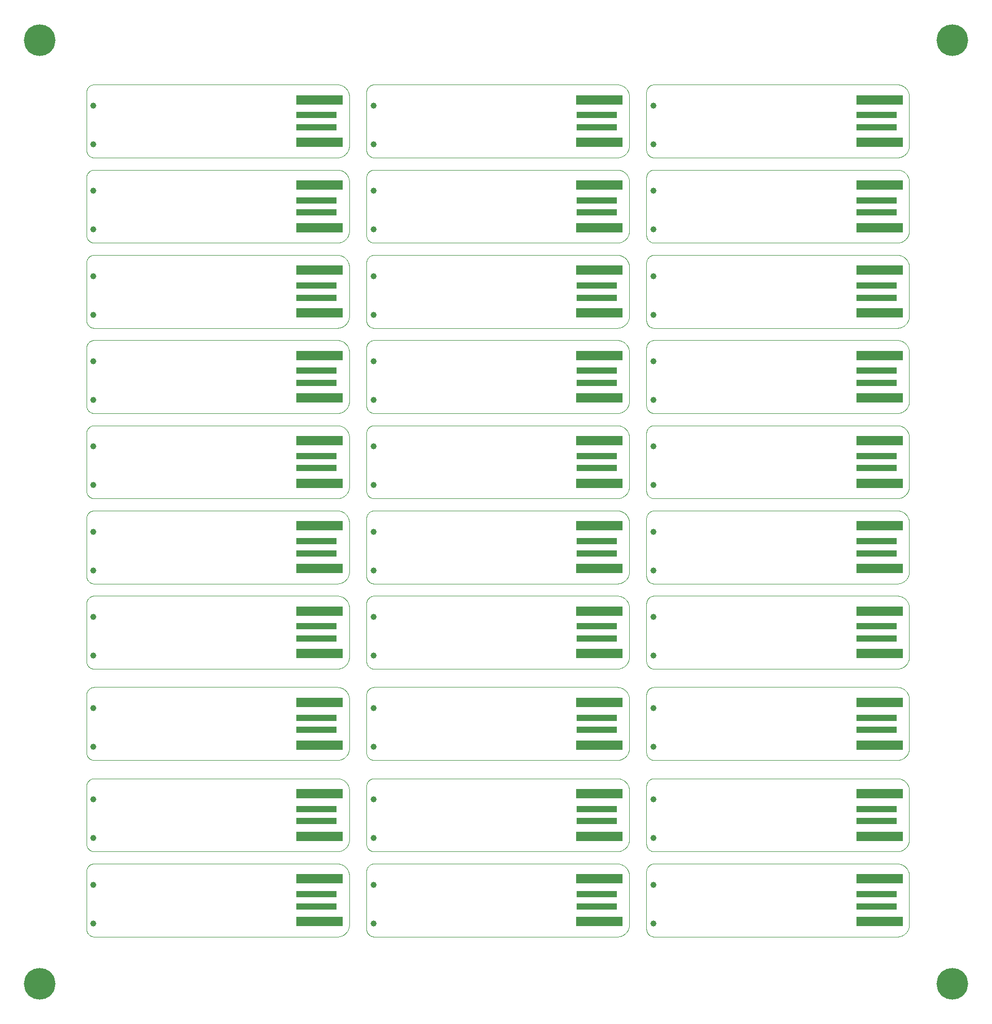
<source format=gbs>
%MOIN*%
%OFA0B0*%
%FSLAX45Y45*%
%IPPOS*%
%LPD*%
%AMOC8*
5,1,8,0,0,1.08239X$1,22.5*%
%AMOC80*
5,1,8,0,0,1.08239X$1,22.5*%
%AMOC800*
5,1,8,0,0,1.08239X$1,22.5*%
%AMOC81*
5,1,8,0,0,1.08239X$1,22.5*%
%AMOC801*
5,1,8,0,0,1.08239X$1,22.5*%
%AMOC810*
5,1,8,0,0,1.08239X$1,22.5*%
%AMOC8000*
5,1,8,0,0,1.08239X$1,22.5*%
%AMOC82*
5,1,8,0,0,1.08239X$1,22.5*%
%AMOC802*
5,1,8,0,0,1.08239X$1,22.5*%
%AMOC811*
5,1,8,0,0,1.08239X$1,22.5*%
%AMOC8001*
5,1,8,0,0,1.08239X$1,22.5*%
%AMOC820*
5,1,8,0,0,1.08239X$1,22.5*%
%AMOC8010*
5,1,8,0,0,1.08239X$1,22.5*%
%AMOC80000*
5,1,8,0,0,1.08239X$1,22.5*%
%AMOC83*
5,1,8,0,0,1.08239X$1,22.5*%
%AMOC803*
5,1,8,0,0,1.08239X$1,22.5*%
%AMOC812*
5,1,8,0,0,1.08239X$1,22.5*%
%AMOC8002*
5,1,8,0,0,1.08239X$1,22.5*%
%AMOC821*
5,1,8,0,0,1.08239X$1,22.5*%
%AMOC8011*
5,1,8,0,0,1.08239X$1,22.5*%
%AMOC8100*
5,1,8,0,0,1.08239X$1,22.5*%
%AMOC80001*
5,1,8,0,0,1.08239X$1,22.5*%
%AMOC830*
5,1,8,0,0,1.08239X$1,22.5*%
%AMOC8020*
5,1,8,0,0,1.08239X$1,22.5*%
%AMOC8110*
5,1,8,0,0,1.08239X$1,22.5*%
%AMOC80010*
5,1,8,0,0,1.08239X$1,22.5*%
%AMOC8200*
5,1,8,0,0,1.08239X$1,22.5*%
%AMOC80100*
5,1,8,0,0,1.08239X$1,22.5*%
%AMOC81000*
5,1,8,0,0,1.08239X$1,22.5*%
%AMOC800000*
5,1,8,0,0,1.08239X$1,22.5*%
%ADD10C,0*%
%ADD11C,0.039*%
%ADD12R,0.29928X0.06306*%
%ADD13R,0.25991X0.04337*%
%ADD24C,0*%
%ADD25C,0.039*%
%ADD26R,0.29928X0.06306*%
%ADD27R,0.25991X0.04337*%
%ADD38C,0*%
%ADD39C,0.039*%
%ADD40R,0.29928X0.06306*%
%ADD41R,0.25991X0.04337*%
%ADD52C,0*%
%ADD53C,0.039*%
%ADD54R,0.29928X0.06306*%
%ADD55R,0.25991X0.04337*%
%ADD66C,0*%
%ADD67C,0.039*%
%ADD68R,0.29928X0.06306*%
%ADD69R,0.25991X0.04337*%
%ADD80C,0*%
%ADD81C,0.039*%
%ADD82R,0.29928X0.06306*%
%ADD83R,0.25991X0.04337*%
%ADD94C,0*%
%ADD95C,0.039*%
%ADD96R,0.29928X0.06306*%
%ADD97R,0.25991X0.04337*%
%ADD108C,0*%
%ADD109C,0.039*%
%ADD110R,0.29928X0.06306*%
%ADD111R,0.25991X0.04337*%
%ADD122C,0*%
%ADD123C,0.039*%
%ADD124R,0.29928X0.06306*%
%ADD125R,0.25991X0.04337*%
%ADD136C,0*%
%ADD137C,0.039*%
%ADD138R,0.29928X0.06306*%
%ADD139R,0.25991X0.04337*%
%ADD150C,0*%
%ADD151C,0.039*%
%ADD152R,0.29928X0.06306*%
%ADD153R,0.25991X0.04337*%
%ADD164C,0*%
%ADD165C,0.039*%
%ADD166R,0.29928X0.06306*%
%ADD167R,0.25991X0.04337*%
%ADD178C,0.20472440944881892*%
%ADD189C,0*%
%ADD190C,0.039*%
%ADD191R,0.29928X0.06306*%
%ADD192R,0.25991X0.04337*%
%ADD203C,0*%
%ADD204C,0.039*%
%ADD205R,0.29928X0.06306*%
%ADD206R,0.25991X0.04337*%
%ADD217C,0*%
%ADD218C,0.039*%
%ADD219R,0.29928X0.06306*%
%ADD220R,0.25991X0.04337*%
%ADD231C,0*%
%ADD232C,0.039*%
%ADD233R,0.29928X0.06306*%
%ADD234R,0.25991X0.04337*%
%ADD245C,0*%
%ADD246C,0.039*%
%ADD247R,0.29928X0.06306*%
%ADD248R,0.25991X0.04337*%
%ADD259C,0*%
%ADD260C,0.039*%
%ADD261R,0.29928X0.06306*%
%ADD262R,0.25991X0.04337*%
%ADD273C,0*%
%ADD274C,0.039*%
%ADD275R,0.29928X0.06306*%
%ADD276R,0.25991X0.04337*%
%ADD287C,0*%
%ADD288C,0.039*%
%ADD289R,0.29928X0.06306*%
%ADD290R,0.25991X0.04337*%
%ADD301C,0*%
%ADD302C,0.039*%
%ADD303R,0.29928X0.06306*%
%ADD304R,0.25991X0.04337*%
%ADD315C,0*%
%ADD316C,0.039*%
%ADD317R,0.29928X0.06306*%
%ADD318R,0.25991X0.04337*%
%ADD329C,0*%
%ADD330C,0.039*%
%ADD331R,0.29928X0.06306*%
%ADD332R,0.25991X0.04337*%
%ADD343C,0*%
%ADD344C,0.039*%
%ADD345R,0.29928X0.06306*%
%ADD346R,0.25991X0.04337*%
%ADD357C,0*%
%ADD358C,0.039*%
%ADD359R,0.29928X0.06306*%
%ADD360R,0.25991X0.04337*%
%ADD371C,0*%
%ADD372C,0.039*%
%ADD373R,0.29928X0.06306*%
%ADD374R,0.25991X0.04337*%
%ADD385C,0*%
%ADD386C,0.039*%
%ADD387R,0.29928X0.06306*%
%ADD388R,0.25991X0.04337*%
%ADD399C,0*%
%ADD400C,0.039*%
%ADD401R,0.29928X0.06306*%
%ADD402R,0.25991X0.04337*%
%ADD413C,0*%
%ADD414C,0.039*%
%ADD415R,0.29928X0.06306*%
%ADD416R,0.25991X0.04337*%
%ADD427C,0*%
%ADD428C,0.039*%
%ADD429R,0.29928X0.06306*%
%ADD430R,0.25991X0.04337*%
%LPD*%
G75*
D10*
X000417311Y000388689D02*
X000574437Y000388689D01*
X000574627Y000388690D01*
X000574817Y000388698D01*
X000575007Y000388710D01*
X000575197Y000388726D01*
X000575386Y000388745D01*
X000575575Y000388772D01*
X000575763Y000388801D01*
X000575950Y000388836D01*
X000576136Y000388875D01*
X000576320Y000388918D01*
X000576506Y000388966D01*
X000576689Y000389018D01*
X000576870Y000389074D01*
X000577050Y000389135D01*
X000577229Y000389201D01*
X000577406Y000389270D01*
X000577582Y000389344D01*
X000577755Y000389422D01*
X000577927Y000389505D01*
X000578096Y000389591D01*
X000578264Y000389681D01*
X000578429Y000389776D01*
X000578592Y000389874D01*
X000578752Y000389977D01*
X000578910Y000390083D01*
X000579065Y000390193D01*
X000579218Y000390306D01*
X000579368Y000390424D01*
X000579514Y000390545D01*
X000579658Y000390669D01*
X000579799Y000390797D01*
X000579937Y000390928D01*
X000580072Y000391063D01*
X000580203Y000391201D01*
X000580331Y000391342D01*
X000580455Y000391486D01*
X000580576Y000391632D01*
X000580694Y000391782D01*
X000580806Y000391935D01*
X000580916Y000392090D01*
X000581023Y000392248D01*
X000581126Y000392407D01*
X000581224Y000392571D01*
X000581319Y000392736D01*
X000581409Y000392903D01*
X000581495Y000393073D01*
X000581578Y000393245D01*
X000581656Y000393418D01*
X000581730Y000393594D01*
X000581799Y000393771D01*
X000581864Y000393950D01*
X000581926Y000394130D01*
X000581981Y000394311D01*
X000582034Y000394493D01*
X000582082Y000394679D01*
X000582125Y000394864D01*
X000582164Y000395050D01*
X000582199Y000395237D01*
X000582228Y000395425D01*
X000582254Y000395613D01*
X000582274Y000395803D01*
X000582290Y000395992D01*
X000582301Y000396182D01*
X000582309Y000396373D01*
X000582311Y000396563D01*
X000582311Y000428059D01*
X000582309Y000428249D01*
X000582301Y000428439D01*
X000582290Y000428629D01*
X000582274Y000428819D01*
X000582254Y000429007D01*
X000582228Y000429197D01*
X000582199Y000429385D01*
X000582164Y000429572D01*
X000582125Y000429758D01*
X000582082Y000429943D01*
X000582034Y000430128D01*
X000581981Y000430311D01*
X000581926Y000430492D01*
X000581864Y000430672D01*
X000581799Y000430851D01*
X000581730Y000431027D01*
X000581656Y000431203D01*
X000581578Y000431377D01*
X000581495Y000431548D01*
X000581409Y000431717D01*
X000581319Y000431886D01*
X000581224Y000432050D01*
X000581126Y000432214D01*
X000581023Y000432374D01*
X000580916Y000432531D01*
X000580806Y000432687D01*
X000580694Y000432840D01*
X000580576Y000432990D01*
X000580455Y000433136D01*
X000580331Y000433280D01*
X000580203Y000433420D01*
X000580072Y000433559D01*
X000579937Y000433694D01*
X000579799Y000433825D01*
X000579658Y000433953D01*
X000579514Y000434077D01*
X000579368Y000434198D01*
X000579218Y000434316D01*
X000579065Y000434429D01*
X000578910Y000434539D01*
X000578752Y000434645D01*
X000578592Y000434748D01*
X000578429Y000434846D01*
X000578264Y000434941D01*
X000578096Y000435031D01*
X000577927Y000435117D01*
X000577755Y000435200D01*
X000577582Y000435278D01*
X000577406Y000435351D01*
X000577229Y000435421D01*
X000577050Y000435487D01*
X000576870Y000435548D01*
X000576689Y000435604D01*
X000576506Y000435656D01*
X000576320Y000435703D01*
X000576136Y000435747D01*
X000575950Y000435785D01*
X000575763Y000435820D01*
X000575575Y000435850D01*
X000575386Y000435876D01*
X000575197Y000435896D01*
X000575007Y000435912D01*
X000574817Y000435924D01*
X000574627Y000435931D01*
X000574437Y000435933D01*
X000417311Y000435933D01*
X000417171Y000435931D01*
X000417031Y000435925D01*
X000416891Y000435914D01*
X000416751Y000435902D01*
X000416612Y000435884D01*
X000416472Y000435862D01*
X000416336Y000435837D01*
X000416198Y000435808D01*
X000416062Y000435775D01*
X000415927Y000435738D01*
X000415793Y000435696D01*
X000415660Y000435652D01*
X000415528Y000435604D01*
X000415398Y000435552D01*
X000415269Y000435497D01*
X000415142Y000435438D01*
X000415015Y000435375D01*
X000414892Y000435309D01*
X000414771Y000435240D01*
X000414651Y000435167D01*
X000414533Y000435090D01*
X000414418Y000435011D01*
X000414304Y000434928D01*
X000414194Y000434842D01*
X000414085Y000434753D01*
X000413978Y000434661D01*
X000413876Y000434565D01*
X000413774Y000434469D01*
X000413678Y000434368D01*
X000413583Y000434265D01*
X000413490Y000434159D01*
X000413401Y000434049D01*
X000413316Y000433940D01*
X000413232Y000433826D01*
X000413154Y000433711D01*
X000413077Y000433593D01*
X000413004Y000433473D01*
X000412934Y000433352D01*
X000412869Y000433228D01*
X000412805Y000433101D01*
X000412747Y000432975D01*
X000412692Y000432846D01*
X000412640Y000432716D01*
X000412592Y000432584D01*
X000412547Y000432451D01*
X000412506Y000432317D01*
X000412469Y000432182D01*
X000412436Y000432046D01*
X000412406Y000431907D01*
X000412382Y000431771D01*
X000412360Y000431632D01*
X000412342Y000431493D01*
X000412329Y000431353D01*
X000412319Y000431213D01*
X000412313Y000431073D01*
X000412310Y000430933D01*
X000412310Y000393689D01*
X000412313Y000393549D01*
X000412319Y000393409D01*
X000412329Y000393269D01*
X000412342Y000393129D01*
X000412360Y000392990D01*
X000412382Y000392851D01*
X000412406Y000392714D01*
X000412436Y000392576D01*
X000412469Y000392440D01*
X000412506Y000392305D01*
X000412547Y000392170D01*
X000412592Y000392038D01*
X000412640Y000391906D01*
X000412692Y000391776D01*
X000412747Y000391647D01*
X000412805Y000391520D01*
X000412869Y000391394D01*
X000412934Y000391269D01*
X000413004Y000391149D01*
X000413077Y000391028D01*
X000413154Y000390911D01*
X000413232Y000390795D01*
X000413316Y000390682D01*
X000413401Y000390572D01*
X000413490Y000390463D01*
X000413583Y000390357D01*
X000413678Y000390254D01*
X000413774Y000390153D01*
X000413876Y000390056D01*
X000413978Y000389961D01*
X000414085Y000389869D01*
X000414194Y000389780D01*
X000414304Y000389693D01*
X000414418Y000389611D01*
X000414533Y000389532D01*
X000414651Y000389455D01*
X000414771Y000389382D01*
X000414892Y000389313D01*
X000415015Y000389247D01*
X000415142Y000389184D01*
X000415269Y000389124D01*
X000415398Y000389070D01*
X000415528Y000389018D01*
X000415660Y000388970D01*
X000415793Y000388924D01*
X000415927Y000388884D01*
X000416062Y000388847D01*
X000416198Y000388814D01*
X000416336Y000388785D01*
X000416472Y000388760D01*
X000416612Y000388738D01*
X000416751Y000388720D01*
X000416891Y000388707D01*
X000417031Y000388697D01*
X000417171Y000388690D01*
X000417311Y000388689D01*
D11*
X000416811Y000397311D03*
X000416811Y000422311D03*
D12*
X000563098Y000426091D03*
X000563098Y000398531D03*
D13*
X000561130Y000408373D03*
X000561130Y000416248D03*
G75*
D24*
X000055106Y000333571D02*
X000212232Y000333571D01*
X000212422Y000333572D01*
X000212611Y000333580D01*
X000212803Y000333592D01*
X000212993Y000333608D01*
X000213181Y000333627D01*
X000213371Y000333654D01*
X000213559Y000333683D01*
X000213746Y000333718D01*
X000213932Y000333757D01*
X000214116Y000333800D01*
X000214302Y000333848D01*
X000214485Y000333900D01*
X000214665Y000333956D01*
X000214846Y000334017D01*
X000215025Y000334083D01*
X000215201Y000334152D01*
X000215377Y000334225D01*
X000215551Y000334304D01*
X000215723Y000334387D01*
X000215892Y000334473D01*
X000216060Y000334563D01*
X000216224Y000334658D01*
X000216387Y000334756D01*
X000216548Y000334859D01*
X000216706Y000334965D01*
X000216861Y000335075D01*
X000217014Y000335188D01*
X000217164Y000335305D01*
X000217309Y000335427D01*
X000217454Y000335551D01*
X000217594Y000335679D01*
X000217733Y000335810D01*
X000217868Y000335945D01*
X000217999Y000336083D01*
X000218127Y000336224D01*
X000218251Y000336368D01*
X000218372Y000336514D01*
X000218489Y000336664D01*
X000218603Y000336817D01*
X000218712Y000336972D01*
X000218819Y000337130D01*
X000218922Y000337289D01*
X000219020Y000337453D01*
X000219115Y000337618D01*
X000219205Y000337785D01*
X000219291Y000337955D01*
X000219374Y000338127D01*
X000219451Y000338299D01*
X000219526Y000338476D01*
X000219593Y000338653D01*
X000219661Y000338832D01*
X000219722Y000339012D01*
X000219776Y000339193D01*
X000219830Y000339375D01*
X000219878Y000339561D01*
X000219921Y000339746D01*
X000219960Y000339932D01*
X000219993Y000340119D01*
X000220024Y000340307D01*
X000220050Y000340495D01*
X000220070Y000340685D01*
X000220086Y000340874D01*
X000220098Y000341065D01*
X000220105Y000341255D01*
X000220107Y000341445D01*
X000220107Y000372941D01*
X000220105Y000373131D01*
X000220098Y000373321D01*
X000220086Y000373511D01*
X000220070Y000373701D01*
X000220050Y000373890D01*
X000220024Y000374079D01*
X000219993Y000374267D01*
X000219960Y000374454D01*
X000219921Y000374640D01*
X000219878Y000374825D01*
X000219830Y000375010D01*
X000219776Y000375193D01*
X000219722Y000375374D01*
X000219661Y000375554D01*
X000219593Y000375733D01*
X000219526Y000375910D01*
X000219451Y000376086D01*
X000219374Y000376259D01*
X000219291Y000376431D01*
X000219205Y000376600D01*
X000219115Y000376767D01*
X000219020Y000376933D01*
X000218922Y000377096D01*
X000218819Y000377256D01*
X000218712Y000377413D01*
X000218603Y000377569D01*
X000218489Y000377722D01*
X000218372Y000377872D01*
X000218251Y000378018D01*
X000218127Y000378162D01*
X000217999Y000378303D01*
X000217868Y000378441D01*
X000217733Y000378576D01*
X000217594Y000378707D01*
X000217454Y000378835D01*
X000217309Y000378959D01*
X000217164Y000379080D01*
X000217014Y000379198D01*
X000216861Y000379311D01*
X000216706Y000379421D01*
X000216548Y000379527D01*
X000216387Y000379630D01*
X000216224Y000379728D01*
X000216060Y000379823D01*
X000215892Y000379913D01*
X000215723Y000379999D01*
X000215551Y000380082D01*
X000215377Y000380160D01*
X000215201Y000380234D01*
X000215025Y000380303D01*
X000214846Y000380369D01*
X000214665Y000380430D01*
X000214485Y000380486D01*
X000214302Y000380538D01*
X000214116Y000380586D01*
X000213932Y000380629D01*
X000213746Y000380668D01*
X000213559Y000380703D01*
X000213371Y000380732D01*
X000213181Y000380758D01*
X000212993Y000380778D01*
X000212803Y000380794D01*
X000212611Y000380806D01*
X000212422Y000380813D01*
X000212232Y000380815D01*
X000055106Y000380815D01*
X000054967Y000380813D01*
X000054827Y000380807D01*
X000054687Y000380797D01*
X000054547Y000380783D01*
X000054408Y000380766D01*
X000054269Y000380744D01*
X000054132Y000380719D01*
X000053994Y000380690D01*
X000053857Y000380657D01*
X000053723Y000380619D01*
X000053589Y000380579D01*
X000053456Y000380534D01*
X000053324Y000380486D01*
X000053194Y000380434D01*
X000053064Y000380379D01*
X000052937Y000380320D01*
X000052812Y000380257D01*
X000052688Y000380191D01*
X000052567Y000380122D01*
X000052447Y000380049D01*
X000052329Y000379972D01*
X000052214Y000379893D01*
X000052100Y000379809D01*
X000051990Y000379724D01*
X000051881Y000379634D01*
X000051775Y000379543D01*
X000051671Y000379448D01*
X000051571Y000379351D01*
X000051474Y000379250D01*
X000051379Y000379147D01*
X000051287Y000379041D01*
X000051198Y000378932D01*
X000051112Y000378822D01*
X000051029Y000378708D01*
X000050949Y000378593D01*
X000050873Y000378474D01*
X000050800Y000378354D01*
X000050731Y000378234D01*
X000050665Y000378110D01*
X000050602Y000377984D01*
X000050543Y000377857D01*
X000050488Y000377728D01*
X000050436Y000377598D01*
X000050388Y000377466D01*
X000050343Y000377333D01*
X000050302Y000377199D01*
X000050265Y000377064D01*
X000050232Y000376928D01*
X000050203Y000376790D01*
X000050178Y000376653D01*
X000050156Y000376514D01*
X000050138Y000376375D01*
X000050125Y000376235D01*
X000050115Y000376095D01*
X000050109Y000375954D01*
X000050107Y000375815D01*
X000050107Y000338571D01*
X000050109Y000338431D01*
X000050115Y000338291D01*
X000050125Y000338151D01*
X000050138Y000338011D01*
X000050156Y000337872D01*
X000050178Y000337733D01*
X000050203Y000337596D01*
X000050232Y000337458D01*
X000050265Y000337322D01*
X000050302Y000337187D01*
X000050343Y000337052D01*
X000050388Y000336920D01*
X000050436Y000336788D01*
X000050488Y000336658D01*
X000050543Y000336529D01*
X000050602Y000336402D01*
X000050665Y000336276D01*
X000050731Y000336151D01*
X000050800Y000336031D01*
X000050873Y000335910D01*
X000050949Y000335793D01*
X000051029Y000335677D01*
X000051112Y000335564D01*
X000051198Y000335454D01*
X000051287Y000335345D01*
X000051379Y000335239D01*
X000051474Y000335136D01*
X000051571Y000335035D01*
X000051671Y000334938D01*
X000051775Y000334843D01*
X000051881Y000334751D01*
X000051990Y000334662D01*
X000052100Y000334575D01*
X000052214Y000334493D01*
X000052329Y000334414D01*
X000052447Y000334337D01*
X000052567Y000334264D01*
X000052688Y000334195D01*
X000052812Y000334129D01*
X000052937Y000334066D01*
X000053064Y000334006D01*
X000053194Y000333952D01*
X000053324Y000333900D01*
X000053456Y000333852D01*
X000053589Y000333806D01*
X000053723Y000333766D01*
X000053857Y000333729D01*
X000053994Y000333696D01*
X000054132Y000333667D01*
X000054269Y000333642D01*
X000054408Y000333620D01*
X000054547Y000333602D01*
X000054687Y000333589D01*
X000054827Y000333579D01*
X000054967Y000333572D01*
X000055106Y000333571D01*
D25*
X000054607Y000342193D03*
X000054607Y000367193D03*
D26*
X000200894Y000370973D03*
X000200894Y000343413D03*
D27*
X000198926Y000353256D03*
X000198926Y000361130D03*
G75*
D38*
X000055106Y000443807D02*
X000212232Y000443807D01*
X000212422Y000443809D01*
X000212611Y000443816D01*
X000212803Y000443828D01*
X000212993Y000443844D01*
X000213181Y000443864D01*
X000213371Y000443890D01*
X000213559Y000443919D01*
X000213746Y000443954D01*
X000213932Y000443993D01*
X000214116Y000444036D01*
X000214302Y000444083D01*
X000214485Y000444136D01*
X000214665Y000444191D01*
X000214846Y000444252D01*
X000215025Y000444319D01*
X000215201Y000444388D01*
X000215377Y000444461D01*
X000215551Y000444540D01*
X000215723Y000444623D01*
X000215892Y000444709D01*
X000216060Y000444799D01*
X000216224Y000444894D01*
X000216387Y000444991D01*
X000216548Y000445095D01*
X000216706Y000445200D01*
X000216861Y000445310D01*
X000217014Y000445424D01*
X000217164Y000445542D01*
X000217309Y000445662D01*
X000217454Y000445787D01*
X000217594Y000445915D01*
X000217733Y000446046D01*
X000217868Y000446181D01*
X000217999Y000446319D01*
X000218127Y000446460D01*
X000218251Y000446603D01*
X000218372Y000446750D01*
X000218489Y000446900D01*
X000218603Y000447053D01*
X000218712Y000447208D01*
X000218819Y000447366D01*
X000218922Y000447525D01*
X000219020Y000447689D01*
X000219115Y000447854D01*
X000219205Y000448022D01*
X000219291Y000448191D01*
X000219374Y000448363D01*
X000219451Y000448536D01*
X000219526Y000448712D01*
X000219593Y000448888D01*
X000219661Y000449068D01*
X000219722Y000449247D01*
X000219776Y000449429D01*
X000219830Y000449612D01*
X000219878Y000449796D01*
X000219921Y000449982D01*
X000219960Y000450168D01*
X000219993Y000450355D01*
X000220024Y000450542D01*
X000220050Y000450732D01*
X000220070Y000450921D01*
X000220086Y000451111D01*
X000220098Y000451301D01*
X000220105Y000451491D01*
X000220107Y000451681D01*
X000220107Y000483176D01*
X000220105Y000483366D01*
X000220098Y000483556D01*
X000220086Y000483747D01*
X000220070Y000483937D01*
X000220050Y000484126D01*
X000220024Y000484314D01*
X000219993Y000484503D01*
X000219960Y000484690D01*
X000219921Y000484876D01*
X000219878Y000485060D01*
X000219830Y000485246D01*
X000219776Y000485429D01*
X000219722Y000485609D01*
X000219661Y000485790D01*
X000219593Y000485968D01*
X000219526Y000486146D01*
X000219451Y000486322D01*
X000219374Y000486495D01*
X000219291Y000486667D01*
X000219205Y000486836D01*
X000219115Y000487004D01*
X000219020Y000487169D01*
X000218922Y000487331D01*
X000218819Y000487492D01*
X000218712Y000487650D01*
X000218603Y000487805D01*
X000218489Y000487958D01*
X000218372Y000488108D01*
X000218251Y000488253D01*
X000218127Y000488398D01*
X000217999Y000488539D01*
X000217868Y000488677D01*
X000217733Y000488812D01*
X000217594Y000488943D01*
X000217454Y000489071D01*
X000217309Y000489194D01*
X000217164Y000489316D01*
X000217014Y000489433D01*
X000216861Y000489547D01*
X000216706Y000489656D01*
X000216548Y000489763D01*
X000216387Y000489865D01*
X000216224Y000489964D01*
X000216060Y000490059D01*
X000215892Y000490149D01*
X000215723Y000490235D01*
X000215551Y000490318D01*
X000215377Y000490395D01*
X000215201Y000490470D01*
X000215025Y000490538D01*
X000214846Y000490604D01*
X000214665Y000490665D01*
X000214485Y000490721D01*
X000214302Y000490774D01*
X000214116Y000490822D01*
X000213932Y000490865D01*
X000213746Y000490904D01*
X000213559Y000490939D01*
X000213371Y000490968D01*
X000213181Y000490994D01*
X000212993Y000491014D01*
X000212803Y000491030D01*
X000212611Y000491042D01*
X000212422Y000491049D01*
X000212232Y000491051D01*
X000055106Y000491051D01*
X000054967Y000491049D01*
X000054827Y000491043D01*
X000054687Y000491033D01*
X000054547Y000491019D01*
X000054408Y000491002D01*
X000054269Y000490980D01*
X000054132Y000490955D01*
X000053994Y000490926D01*
X000053857Y000490893D01*
X000053723Y000490855D01*
X000053589Y000490815D01*
X000053456Y000490770D01*
X000053324Y000490721D01*
X000053194Y000490670D01*
X000053064Y000490615D01*
X000052937Y000490556D01*
X000052812Y000490493D01*
X000052688Y000490427D01*
X000052567Y000490358D01*
X000052447Y000490285D01*
X000052329Y000490208D01*
X000052214Y000490129D01*
X000052100Y000490046D01*
X000051990Y000489960D01*
X000051881Y000489871D01*
X000051775Y000489778D01*
X000051671Y000489684D01*
X000051571Y000489587D01*
X000051474Y000489486D01*
X000051379Y000489383D01*
X000051287Y000489276D01*
X000051198Y000489168D01*
X000051112Y000489058D01*
X000051029Y000488943D01*
X000050949Y000488828D01*
X000050873Y000488711D01*
X000050800Y000488591D01*
X000050731Y000488469D01*
X000050665Y000488346D01*
X000050602Y000488220D01*
X000050543Y000488093D01*
X000050488Y000487964D01*
X000050436Y000487833D01*
X000050388Y000487702D01*
X000050343Y000487568D01*
X000050302Y000487435D01*
X000050265Y000487300D01*
X000050232Y000487164D01*
X000050203Y000487026D01*
X000050178Y000486889D01*
X000050156Y000486750D01*
X000050138Y000486611D01*
X000050125Y000486470D01*
X000050115Y000486331D01*
X000050109Y000486191D01*
X000050107Y000486050D01*
X000050107Y000448806D01*
X000050109Y000448667D01*
X000050115Y000448527D01*
X000050125Y000448386D01*
X000050138Y000448247D01*
X000050156Y000448108D01*
X000050178Y000447969D01*
X000050203Y000447832D01*
X000050232Y000447694D01*
X000050265Y000447558D01*
X000050302Y000447423D01*
X000050343Y000447288D01*
X000050388Y000447156D01*
X000050436Y000447024D01*
X000050488Y000446894D01*
X000050543Y000446765D01*
X000050602Y000446638D01*
X000050665Y000446512D01*
X000050731Y000446387D01*
X000050800Y000446267D01*
X000050873Y000446147D01*
X000050949Y000446028D01*
X000051029Y000445913D01*
X000051112Y000445800D01*
X000051198Y000445690D01*
X000051287Y000445580D01*
X000051379Y000445475D01*
X000051474Y000445371D01*
X000051571Y000445271D01*
X000051671Y000445174D01*
X000051775Y000445078D01*
X000051881Y000444987D01*
X000051990Y000444898D01*
X000052100Y000444812D01*
X000052214Y000444729D01*
X000052329Y000444650D01*
X000052447Y000444573D01*
X000052567Y000444500D01*
X000052688Y000444431D01*
X000052812Y000444365D01*
X000052937Y000444302D01*
X000053064Y000444243D01*
X000053194Y000444188D01*
X000053324Y000444136D01*
X000053456Y000444088D01*
X000053589Y000444043D01*
X000053723Y000444001D01*
X000053857Y000443965D01*
X000053994Y000443932D01*
X000054132Y000443903D01*
X000054269Y000443878D01*
X000054408Y000443856D01*
X000054547Y000443838D01*
X000054687Y000443825D01*
X000054827Y000443815D01*
X000054967Y000443809D01*
X000055106Y000443807D01*
D39*
X000054607Y000452428D03*
X000054607Y000477428D03*
D40*
X000200894Y000481209D03*
X000200894Y000453648D03*
D41*
X000198926Y000463492D03*
X000198926Y000471366D03*
G75*
D52*
X000055106Y000223335D02*
X000212232Y000223335D01*
X000212422Y000223337D01*
X000212611Y000223344D01*
X000212803Y000223356D01*
X000212993Y000223372D01*
X000213181Y000223392D01*
X000213371Y000223417D01*
X000213559Y000223447D01*
X000213746Y000223482D01*
X000213932Y000223521D01*
X000214116Y000223564D01*
X000214302Y000223612D01*
X000214485Y000223664D01*
X000214665Y000223720D01*
X000214846Y000223781D01*
X000215025Y000223847D01*
X000215201Y000223916D01*
X000215377Y000223990D01*
X000215551Y000224067D01*
X000215723Y000224151D01*
X000215892Y000224237D01*
X000216060Y000224327D01*
X000216224Y000224422D01*
X000216387Y000224520D01*
X000216548Y000224623D01*
X000216706Y000224729D01*
X000216861Y000224839D01*
X000217014Y000224952D01*
X000217164Y000225070D01*
X000217309Y000225191D01*
X000217454Y000225315D01*
X000217594Y000225443D01*
X000217733Y000225574D01*
X000217868Y000225708D01*
X000217999Y000225847D01*
X000218127Y000225988D01*
X000218251Y000226132D01*
X000218372Y000226277D01*
X000218489Y000226426D01*
X000218603Y000226581D01*
X000218712Y000226736D01*
X000218819Y000226894D01*
X000218922Y000227054D01*
X000219020Y000227217D01*
X000219115Y000227382D01*
X000219205Y000227550D01*
X000219291Y000227719D01*
X000219374Y000227891D01*
X000219451Y000228064D01*
X000219526Y000228240D01*
X000219593Y000228417D01*
X000219661Y000228596D01*
X000219722Y000228776D01*
X000219776Y000228957D01*
X000219830Y000229140D01*
X000219878Y000229325D01*
X000219921Y000229510D01*
X000219960Y000229696D01*
X000219993Y000229883D01*
X000220024Y000230071D01*
X000220050Y000230260D01*
X000220070Y000230449D01*
X000220086Y000230639D01*
X000220098Y000230829D01*
X000220105Y000231019D01*
X000220107Y000231209D01*
X000220107Y000262705D01*
X000220105Y000262895D01*
X000220098Y000263085D01*
X000220086Y000263275D01*
X000220070Y000263465D01*
X000220050Y000263654D01*
X000220024Y000263843D01*
X000219993Y000264031D01*
X000219960Y000264218D01*
X000219921Y000264404D01*
X000219878Y000264589D01*
X000219830Y000264774D01*
X000219776Y000264957D01*
X000219722Y000265138D01*
X000219661Y000265318D01*
X000219593Y000265497D01*
X000219526Y000265674D01*
X000219451Y000265850D01*
X000219374Y000266023D01*
X000219291Y000266195D01*
X000219205Y000266364D01*
X000219115Y000266531D01*
X000219020Y000266697D01*
X000218922Y000266860D01*
X000218819Y000267020D01*
X000218712Y000267178D01*
X000218603Y000267333D01*
X000218489Y000267486D01*
X000218372Y000267636D01*
X000218251Y000267782D01*
X000218127Y000267926D01*
X000217999Y000268067D01*
X000217868Y000268205D01*
X000217733Y000268340D01*
X000217594Y000268471D01*
X000217454Y000268599D01*
X000217309Y000268723D01*
X000217164Y000268844D01*
X000217014Y000268962D01*
X000216861Y000269075D01*
X000216706Y000269185D01*
X000216548Y000269291D01*
X000216387Y000269394D01*
X000216224Y000269492D01*
X000216060Y000269587D01*
X000215892Y000269677D01*
X000215723Y000269763D01*
X000215551Y000269846D01*
X000215377Y000269924D01*
X000215201Y000269998D01*
X000215025Y000270067D01*
X000214846Y000270133D01*
X000214665Y000270193D01*
X000214485Y000270250D01*
X000214302Y000270302D01*
X000214116Y000270350D01*
X000213932Y000270393D01*
X000213746Y000270432D01*
X000213559Y000270467D01*
X000213371Y000270496D01*
X000213181Y000270522D01*
X000212993Y000270542D01*
X000212803Y000270558D01*
X000212611Y000270570D01*
X000212422Y000270577D01*
X000212232Y000270579D01*
X000055106Y000270579D01*
X000054967Y000270577D01*
X000054827Y000270571D01*
X000054687Y000270561D01*
X000054547Y000270547D01*
X000054408Y000270530D01*
X000054269Y000270507D01*
X000054132Y000270483D01*
X000053994Y000270454D01*
X000053857Y000270421D01*
X000053723Y000270384D01*
X000053589Y000270343D01*
X000053456Y000270298D01*
X000053324Y000270250D01*
X000053194Y000270198D01*
X000053064Y000270143D01*
X000052937Y000270084D01*
X000052812Y000270021D01*
X000052688Y000269955D01*
X000052567Y000269886D01*
X000052447Y000269813D01*
X000052329Y000269736D01*
X000052214Y000269657D01*
X000052100Y000269574D01*
X000051990Y000269488D01*
X000051881Y000269399D01*
X000051775Y000269307D01*
X000051671Y000269212D01*
X000051571Y000269115D01*
X000051474Y000269014D01*
X000051379Y000268911D01*
X000051287Y000268805D01*
X000051198Y000268696D01*
X000051112Y000268586D01*
X000051029Y000268472D01*
X000050949Y000268357D01*
X000050873Y000268239D01*
X000050800Y000268119D01*
X000050731Y000267998D01*
X000050665Y000267873D01*
X000050602Y000267748D01*
X000050543Y000267621D01*
X000050488Y000267492D01*
X000050436Y000267362D01*
X000050388Y000267230D01*
X000050343Y000267097D01*
X000050302Y000266963D01*
X000050265Y000266828D01*
X000050232Y000266692D01*
X000050203Y000266553D01*
X000050178Y000266417D01*
X000050156Y000266278D01*
X000050138Y000266139D01*
X000050125Y000265999D01*
X000050115Y000265859D01*
X000050109Y000265719D01*
X000050107Y000265579D01*
X000050107Y000228335D01*
X000050109Y000228195D01*
X000050115Y000228055D01*
X000050125Y000227915D01*
X000050138Y000227775D01*
X000050156Y000227636D01*
X000050178Y000227497D01*
X000050203Y000227360D01*
X000050232Y000227222D01*
X000050265Y000227086D01*
X000050302Y000226951D01*
X000050343Y000226817D01*
X000050388Y000226684D01*
X000050436Y000226552D01*
X000050488Y000226422D01*
X000050543Y000226293D01*
X000050602Y000226166D01*
X000050665Y000226040D01*
X000050731Y000225916D01*
X000050800Y000225795D01*
X000050873Y000225674D01*
X000050949Y000225557D01*
X000051029Y000225442D01*
X000051112Y000225328D01*
X000051198Y000225218D01*
X000051287Y000225109D01*
X000051379Y000225003D01*
X000051474Y000224900D01*
X000051571Y000224799D01*
X000051671Y000224702D01*
X000051775Y000224607D01*
X000051881Y000224515D01*
X000051990Y000224426D01*
X000052100Y000224339D01*
X000052214Y000224257D01*
X000052329Y000224178D01*
X000052447Y000224101D01*
X000052567Y000224027D01*
X000052688Y000223959D01*
X000052812Y000223893D01*
X000052937Y000223830D01*
X000053064Y000223771D01*
X000053194Y000223715D01*
X000053324Y000223664D01*
X000053456Y000223616D01*
X000053589Y000223571D01*
X000053723Y000223530D01*
X000053857Y000223493D01*
X000053994Y000223460D01*
X000054132Y000223430D01*
X000054269Y000223406D01*
X000054408Y000223383D01*
X000054547Y000223366D01*
X000054687Y000223353D01*
X000054827Y000223342D01*
X000054967Y000223337D01*
X000055106Y000223335D01*
D53*
X000054607Y000231957D03*
X000054607Y000256957D03*
D54*
X000200894Y000260737D03*
X000200894Y000233177D03*
D55*
X000198926Y000243020D03*
X000198926Y000250894D03*
G75*
D66*
X000055106Y000498925D02*
X000212232Y000498925D01*
X000212422Y000498927D01*
X000212611Y000498934D01*
X000212803Y000498946D01*
X000212993Y000498962D01*
X000213181Y000498982D01*
X000213371Y000499008D01*
X000213559Y000499037D01*
X000213746Y000499071D01*
X000213932Y000499111D01*
X000214116Y000499153D01*
X000214302Y000499202D01*
X000214485Y000499254D01*
X000214665Y000499310D01*
X000214846Y000499371D01*
X000215025Y000499437D01*
X000215201Y000499505D01*
X000215377Y000499580D01*
X000215551Y000499658D01*
X000215723Y000499741D01*
X000215892Y000499827D01*
X000216060Y000499917D01*
X000216224Y000500012D01*
X000216387Y000500110D01*
X000216548Y000500213D01*
X000216706Y000500319D01*
X000216861Y000500429D01*
X000217014Y000500542D01*
X000217164Y000500660D01*
X000217309Y000500781D01*
X000217454Y000500905D01*
X000217594Y000501033D01*
X000217733Y000501164D01*
X000217868Y000501299D01*
X000217999Y000501437D01*
X000218127Y000501578D01*
X000218251Y000501722D01*
X000218372Y000501868D01*
X000218489Y000502018D01*
X000218603Y000502170D01*
X000218712Y000502325D01*
X000218819Y000502484D01*
X000218922Y000502644D01*
X000219020Y000502806D01*
X000219115Y000502972D01*
X000219205Y000503139D01*
X000219291Y000503308D01*
X000219374Y000503481D01*
X000219451Y000503653D01*
X000219526Y000503829D01*
X000219593Y000504007D01*
X000219661Y000504186D01*
X000219722Y000504366D01*
X000219776Y000504547D01*
X000219830Y000504730D01*
X000219878Y000504915D01*
X000219921Y000505100D01*
X000219960Y000505285D01*
X000219993Y000505473D01*
X000220024Y000505661D01*
X000220050Y000505850D01*
X000220070Y000506039D01*
X000220086Y000506229D01*
X000220098Y000506419D01*
X000220105Y000506609D01*
X000220107Y000506799D01*
X000220107Y000538293D01*
X000220105Y000538485D01*
X000220098Y000538675D01*
X000220086Y000538865D01*
X000220070Y000539055D01*
X000220050Y000539244D01*
X000220024Y000539433D01*
X000219993Y000539621D01*
X000219960Y000539808D01*
X000219921Y000539993D01*
X000219878Y000540179D01*
X000219830Y000540364D01*
X000219776Y000540547D01*
X000219722Y000540728D01*
X000219661Y000540908D01*
X000219593Y000541087D01*
X000219526Y000541264D01*
X000219451Y000541440D01*
X000219374Y000541612D01*
X000219291Y000541785D01*
X000219205Y000541954D01*
X000219115Y000542122D01*
X000219020Y000542287D01*
X000218922Y000542450D01*
X000218819Y000542610D01*
X000218712Y000542768D01*
X000218603Y000542923D01*
X000218489Y000543076D01*
X000218372Y000543226D01*
X000218251Y000543370D01*
X000218127Y000543516D01*
X000217999Y000543657D01*
X000217868Y000543795D01*
X000217733Y000543930D01*
X000217594Y000544061D01*
X000217454Y000544189D01*
X000217309Y000544313D01*
X000217164Y000544434D01*
X000217014Y000544552D01*
X000216861Y000544665D01*
X000216706Y000544775D01*
X000216548Y000544881D01*
X000216387Y000544983D01*
X000216224Y000545082D01*
X000216060Y000545177D01*
X000215892Y000545267D01*
X000215723Y000545353D01*
X000215551Y000545436D01*
X000215377Y000545514D01*
X000215201Y000545588D01*
X000215025Y000545657D01*
X000214846Y000545723D01*
X000214665Y000545784D01*
X000214485Y000545840D01*
X000214302Y000545892D01*
X000214116Y000545940D01*
X000213932Y000545982D01*
X000213746Y000546022D01*
X000213559Y000546057D01*
X000213371Y000546086D01*
X000213181Y000546112D01*
X000212993Y000546132D01*
X000212803Y000546148D01*
X000212611Y000546160D01*
X000212422Y000546167D01*
X000212232Y000546169D01*
X000055106Y000546169D01*
X000054967Y000546167D01*
X000054827Y000546161D01*
X000054687Y000546151D01*
X000054547Y000546138D01*
X000054408Y000546120D01*
X000054269Y000546098D01*
X000054132Y000546073D01*
X000053994Y000546044D01*
X000053857Y000546011D01*
X000053723Y000545974D01*
X000053589Y000545933D01*
X000053456Y000545887D01*
X000053324Y000545840D01*
X000053194Y000545788D01*
X000053064Y000545733D01*
X000052937Y000545674D01*
X000052812Y000545610D01*
X000052688Y000545544D01*
X000052567Y000545476D01*
X000052447Y000545403D01*
X000052329Y000545326D01*
X000052214Y000545247D01*
X000052100Y000545164D01*
X000051990Y000545078D01*
X000051881Y000544989D01*
X000051775Y000544897D01*
X000051671Y000544802D01*
X000051571Y000544705D01*
X000051474Y000544603D01*
X000051379Y000544501D01*
X000051287Y000544395D01*
X000051198Y000544286D01*
X000051112Y000544176D01*
X000051029Y000544062D01*
X000050949Y000543947D01*
X000050873Y000543829D01*
X000050800Y000543709D01*
X000050731Y000543588D01*
X000050665Y000543464D01*
X000050602Y000543338D01*
X000050543Y000543210D01*
X000050488Y000543082D01*
X000050436Y000542952D01*
X000050388Y000542820D01*
X000050343Y000542687D01*
X000050302Y000542553D01*
X000050265Y000542418D01*
X000050232Y000542282D01*
X000050203Y000542144D01*
X000050178Y000542006D01*
X000050156Y000541868D01*
X000050138Y000541729D01*
X000050125Y000541589D01*
X000050115Y000541449D01*
X000050109Y000541309D01*
X000050107Y000541167D01*
X000050107Y000503925D01*
X000050109Y000503785D01*
X000050115Y000503645D01*
X000050125Y000503505D01*
X000050138Y000503365D01*
X000050156Y000503226D01*
X000050178Y000503087D01*
X000050203Y000502949D01*
X000050232Y000502812D01*
X000050265Y000502676D01*
X000050302Y000502541D01*
X000050343Y000502407D01*
X000050388Y000502274D01*
X000050436Y000502142D01*
X000050488Y000502012D01*
X000050543Y000501883D01*
X000050602Y000501755D01*
X000050665Y000501630D01*
X000050731Y000501506D01*
X000050800Y000501384D01*
X000050873Y000501265D01*
X000050949Y000501147D01*
X000051029Y000501032D01*
X000051112Y000500918D01*
X000051198Y000500807D01*
X000051287Y000500699D01*
X000051379Y000500593D01*
X000051474Y000500490D01*
X000051571Y000500389D01*
X000051671Y000500291D01*
X000051775Y000500197D01*
X000051881Y000500105D01*
X000051990Y000500016D01*
X000052100Y000499930D01*
X000052214Y000499847D01*
X000052329Y000499768D01*
X000052447Y000499691D01*
X000052567Y000499618D01*
X000052688Y000499549D01*
X000052812Y000499483D01*
X000052937Y000499420D01*
X000053064Y000499361D01*
X000053194Y000499306D01*
X000053324Y000499254D01*
X000053456Y000499206D01*
X000053589Y000499160D01*
X000053723Y000499120D01*
X000053857Y000499083D01*
X000053994Y000499050D01*
X000054132Y000499021D01*
X000054269Y000498996D01*
X000054408Y000498974D01*
X000054547Y000498956D01*
X000054687Y000498942D01*
X000054827Y000498933D01*
X000054967Y000498927D01*
X000055106Y000498925D01*
D67*
X000054607Y000507547D03*
X000054607Y000532547D03*
D68*
X000200894Y000536327D03*
X000200894Y000508767D03*
D69*
X000198926Y000518610D03*
X000198926Y000526484D03*
G75*
D80*
X000055106Y000278453D02*
X000212232Y000278453D01*
X000212422Y000278454D01*
X000212611Y000278462D01*
X000212803Y000278474D01*
X000212993Y000278490D01*
X000213181Y000278510D01*
X000213371Y000278536D01*
X000213559Y000278565D01*
X000213746Y000278600D01*
X000213932Y000278639D01*
X000214116Y000278682D01*
X000214302Y000278730D01*
X000214485Y000278782D01*
X000214665Y000278838D01*
X000214846Y000278899D01*
X000215025Y000278965D01*
X000215201Y000279034D01*
X000215377Y000279107D01*
X000215551Y000279186D01*
X000215723Y000279269D01*
X000215892Y000279355D01*
X000216060Y000279445D01*
X000216224Y000279540D01*
X000216387Y000279638D01*
X000216548Y000279741D01*
X000216706Y000279847D01*
X000216861Y000279957D01*
X000217014Y000280070D01*
X000217164Y000280187D01*
X000217309Y000280309D01*
X000217454Y000280433D01*
X000217594Y000280561D01*
X000217733Y000280692D01*
X000217868Y000280827D01*
X000217999Y000280965D01*
X000218127Y000281106D01*
X000218251Y000281250D01*
X000218372Y000281396D01*
X000218489Y000281546D01*
X000218603Y000281699D01*
X000218712Y000281854D01*
X000218819Y000282012D01*
X000218922Y000282172D01*
X000219020Y000282335D01*
X000219115Y000282500D01*
X000219205Y000282667D01*
X000219291Y000282837D01*
X000219374Y000283009D01*
X000219451Y000283181D01*
X000219526Y000283358D01*
X000219593Y000283535D01*
X000219661Y000283714D01*
X000219722Y000283894D01*
X000219776Y000284075D01*
X000219830Y000284257D01*
X000219878Y000284443D01*
X000219921Y000284628D01*
X000219960Y000284814D01*
X000219993Y000285001D01*
X000220024Y000285189D01*
X000220050Y000285378D01*
X000220070Y000285567D01*
X000220086Y000285756D01*
X000220098Y000285947D01*
X000220105Y000286137D01*
X000220107Y000286327D01*
X000220107Y000317823D01*
X000220105Y000318013D01*
X000220098Y000318203D01*
X000220086Y000318393D01*
X000220070Y000318583D01*
X000220050Y000318772D01*
X000220024Y000318961D01*
X000219993Y000319149D01*
X000219960Y000319336D01*
X000219921Y000319522D01*
X000219878Y000319707D01*
X000219830Y000319892D01*
X000219776Y000320075D01*
X000219722Y000320256D01*
X000219661Y000320436D01*
X000219593Y000320615D01*
X000219526Y000320792D01*
X000219451Y000320968D01*
X000219374Y000321141D01*
X000219291Y000321313D01*
X000219205Y000321482D01*
X000219115Y000321649D01*
X000219020Y000321815D01*
X000218922Y000321978D01*
X000218819Y000322138D01*
X000218712Y000322295D01*
X000218603Y000322451D01*
X000218489Y000322604D01*
X000218372Y000322754D01*
X000218251Y000322900D01*
X000218127Y000323044D01*
X000217999Y000323185D01*
X000217868Y000323323D01*
X000217733Y000323458D01*
X000217594Y000323589D01*
X000217454Y000323717D01*
X000217309Y000323841D01*
X000217164Y000323962D01*
X000217014Y000324080D01*
X000216861Y000324193D01*
X000216706Y000324303D01*
X000216548Y000324409D01*
X000216387Y000324512D01*
X000216224Y000324610D01*
X000216060Y000324705D01*
X000215892Y000324795D01*
X000215723Y000324881D01*
X000215551Y000324964D01*
X000215377Y000325042D01*
X000215201Y000325116D01*
X000215025Y000325185D01*
X000214846Y000325251D01*
X000214665Y000325311D01*
X000214485Y000325368D01*
X000214302Y000325420D01*
X000214116Y000325468D01*
X000213932Y000325511D01*
X000213746Y000325550D01*
X000213559Y000325585D01*
X000213371Y000325614D01*
X000213181Y000325640D01*
X000212993Y000325660D01*
X000212803Y000325676D01*
X000212611Y000325688D01*
X000212422Y000325695D01*
X000212232Y000325697D01*
X000055106Y000325697D01*
X000054967Y000325695D01*
X000054827Y000325689D01*
X000054687Y000325679D01*
X000054547Y000325665D01*
X000054408Y000325648D01*
X000054269Y000325626D01*
X000054132Y000325601D01*
X000053994Y000325572D01*
X000053857Y000325539D01*
X000053723Y000325501D01*
X000053589Y000325461D01*
X000053456Y000325416D01*
X000053324Y000325368D01*
X000053194Y000325316D01*
X000053064Y000325261D01*
X000052937Y000325202D01*
X000052812Y000325139D01*
X000052688Y000325073D01*
X000052567Y000325004D01*
X000052447Y000324931D01*
X000052329Y000324854D01*
X000052214Y000324775D01*
X000052100Y000324692D01*
X000051990Y000324606D01*
X000051881Y000324517D01*
X000051775Y000324425D01*
X000051671Y000324330D01*
X000051571Y000324233D01*
X000051474Y000324132D01*
X000051379Y000324029D01*
X000051287Y000323923D01*
X000051198Y000323814D01*
X000051112Y000323704D01*
X000051029Y000323590D01*
X000050949Y000323475D01*
X000050873Y000323356D01*
X000050800Y000323237D01*
X000050731Y000323116D01*
X000050665Y000322992D01*
X000050602Y000322866D01*
X000050543Y000322739D01*
X000050488Y000322610D01*
X000050436Y000322480D01*
X000050388Y000322348D01*
X000050343Y000322215D01*
X000050302Y000322081D01*
X000050265Y000321946D01*
X000050232Y000321810D01*
X000050203Y000321671D01*
X000050178Y000321535D01*
X000050156Y000321396D01*
X000050138Y000321257D01*
X000050125Y000321117D01*
X000050115Y000320977D01*
X000050109Y000320837D01*
X000050107Y000320697D01*
X000050107Y000283453D01*
X000050109Y000283313D01*
X000050115Y000283173D01*
X000050125Y000283033D01*
X000050138Y000282893D01*
X000050156Y000282754D01*
X000050178Y000282615D01*
X000050203Y000282478D01*
X000050232Y000282340D01*
X000050265Y000282204D01*
X000050302Y000282069D01*
X000050343Y000281935D01*
X000050388Y000281802D01*
X000050436Y000281670D01*
X000050488Y000281540D01*
X000050543Y000281411D01*
X000050602Y000281284D01*
X000050665Y000281158D01*
X000050731Y000281033D01*
X000050800Y000280913D01*
X000050873Y000280793D01*
X000050949Y000280675D01*
X000051029Y000280559D01*
X000051112Y000280446D01*
X000051198Y000280336D01*
X000051287Y000280227D01*
X000051379Y000280121D01*
X000051474Y000280018D01*
X000051571Y000279917D01*
X000051671Y000279820D01*
X000051775Y000279725D01*
X000051881Y000279633D01*
X000051990Y000279544D01*
X000052100Y000279457D01*
X000052214Y000279375D01*
X000052329Y000279296D01*
X000052447Y000279219D01*
X000052567Y000279146D01*
X000052688Y000279077D01*
X000052812Y000279011D01*
X000052937Y000278948D01*
X000053064Y000278888D01*
X000053194Y000278834D01*
X000053324Y000278782D01*
X000053456Y000278734D01*
X000053589Y000278689D01*
X000053723Y000278648D01*
X000053857Y000278611D01*
X000053994Y000278578D01*
X000054132Y000278549D01*
X000054269Y000278524D01*
X000054408Y000278502D01*
X000054547Y000278484D01*
X000054687Y000278471D01*
X000054827Y000278461D01*
X000054967Y000278454D01*
X000055106Y000278453D01*
D81*
X000054607Y000287075D03*
X000054607Y000312075D03*
D82*
X000200894Y000315855D03*
X000200894Y000288295D03*
D83*
X000198926Y000298138D03*
X000198926Y000306012D03*
G75*
D94*
X000055106Y000388689D02*
X000212232Y000388689D01*
X000212422Y000388690D01*
X000212611Y000388698D01*
X000212803Y000388710D01*
X000212993Y000388726D01*
X000213181Y000388745D01*
X000213371Y000388772D01*
X000213559Y000388801D01*
X000213746Y000388836D01*
X000213932Y000388875D01*
X000214116Y000388918D01*
X000214302Y000388966D01*
X000214485Y000389018D01*
X000214665Y000389074D01*
X000214846Y000389135D01*
X000215025Y000389201D01*
X000215201Y000389270D01*
X000215377Y000389344D01*
X000215551Y000389422D01*
X000215723Y000389505D01*
X000215892Y000389591D01*
X000216060Y000389681D01*
X000216224Y000389776D01*
X000216387Y000389874D01*
X000216548Y000389977D01*
X000216706Y000390083D01*
X000216861Y000390193D01*
X000217014Y000390306D01*
X000217164Y000390424D01*
X000217309Y000390545D01*
X000217454Y000390669D01*
X000217594Y000390797D01*
X000217733Y000390928D01*
X000217868Y000391063D01*
X000217999Y000391201D01*
X000218127Y000391342D01*
X000218251Y000391486D01*
X000218372Y000391632D01*
X000218489Y000391782D01*
X000218603Y000391935D01*
X000218712Y000392090D01*
X000218819Y000392248D01*
X000218922Y000392407D01*
X000219020Y000392571D01*
X000219115Y000392736D01*
X000219205Y000392903D01*
X000219291Y000393073D01*
X000219374Y000393245D01*
X000219451Y000393418D01*
X000219526Y000393594D01*
X000219593Y000393771D01*
X000219661Y000393950D01*
X000219722Y000394130D01*
X000219776Y000394311D01*
X000219830Y000394493D01*
X000219878Y000394679D01*
X000219921Y000394864D01*
X000219960Y000395050D01*
X000219993Y000395237D01*
X000220024Y000395425D01*
X000220050Y000395613D01*
X000220070Y000395803D01*
X000220086Y000395992D01*
X000220098Y000396182D01*
X000220105Y000396373D01*
X000220107Y000396563D01*
X000220107Y000428059D01*
X000220105Y000428249D01*
X000220098Y000428439D01*
X000220086Y000428629D01*
X000220070Y000428819D01*
X000220050Y000429007D01*
X000220024Y000429197D01*
X000219993Y000429385D01*
X000219960Y000429572D01*
X000219921Y000429758D01*
X000219878Y000429943D01*
X000219830Y000430128D01*
X000219776Y000430311D01*
X000219722Y000430492D01*
X000219661Y000430672D01*
X000219593Y000430851D01*
X000219526Y000431027D01*
X000219451Y000431203D01*
X000219374Y000431377D01*
X000219291Y000431548D01*
X000219205Y000431717D01*
X000219115Y000431886D01*
X000219020Y000432050D01*
X000218922Y000432214D01*
X000218819Y000432374D01*
X000218712Y000432531D01*
X000218603Y000432687D01*
X000218489Y000432840D01*
X000218372Y000432990D01*
X000218251Y000433136D01*
X000218127Y000433280D01*
X000217999Y000433420D01*
X000217868Y000433559D01*
X000217733Y000433694D01*
X000217594Y000433825D01*
X000217454Y000433953D01*
X000217309Y000434077D01*
X000217164Y000434198D01*
X000217014Y000434316D01*
X000216861Y000434429D01*
X000216706Y000434539D01*
X000216548Y000434645D01*
X000216387Y000434748D01*
X000216224Y000434846D01*
X000216060Y000434941D01*
X000215892Y000435031D01*
X000215723Y000435117D01*
X000215551Y000435200D01*
X000215377Y000435278D01*
X000215201Y000435351D01*
X000215025Y000435421D01*
X000214846Y000435487D01*
X000214665Y000435548D01*
X000214485Y000435604D01*
X000214302Y000435656D01*
X000214116Y000435703D01*
X000213932Y000435747D01*
X000213746Y000435785D01*
X000213559Y000435820D01*
X000213371Y000435850D01*
X000213181Y000435876D01*
X000212993Y000435896D01*
X000212803Y000435912D01*
X000212611Y000435924D01*
X000212422Y000435931D01*
X000212232Y000435933D01*
X000055106Y000435933D01*
X000054967Y000435931D01*
X000054827Y000435925D01*
X000054687Y000435914D01*
X000054547Y000435902D01*
X000054408Y000435884D01*
X000054269Y000435862D01*
X000054132Y000435837D01*
X000053994Y000435808D01*
X000053857Y000435775D01*
X000053723Y000435738D01*
X000053589Y000435696D01*
X000053456Y000435652D01*
X000053324Y000435604D01*
X000053194Y000435552D01*
X000053064Y000435497D01*
X000052937Y000435438D01*
X000052812Y000435375D01*
X000052688Y000435309D01*
X000052567Y000435240D01*
X000052447Y000435167D01*
X000052329Y000435090D01*
X000052214Y000435011D01*
X000052100Y000434928D01*
X000051990Y000434842D01*
X000051881Y000434753D01*
X000051775Y000434661D01*
X000051671Y000434565D01*
X000051571Y000434469D01*
X000051474Y000434368D01*
X000051379Y000434265D01*
X000051287Y000434159D01*
X000051198Y000434049D01*
X000051112Y000433940D01*
X000051029Y000433826D01*
X000050949Y000433711D01*
X000050873Y000433593D01*
X000050800Y000433473D01*
X000050731Y000433352D01*
X000050665Y000433228D01*
X000050602Y000433101D01*
X000050543Y000432975D01*
X000050488Y000432846D01*
X000050436Y000432716D01*
X000050388Y000432584D01*
X000050343Y000432451D01*
X000050302Y000432317D01*
X000050265Y000432182D01*
X000050232Y000432046D01*
X000050203Y000431907D01*
X000050178Y000431771D01*
X000050156Y000431632D01*
X000050138Y000431493D01*
X000050125Y000431353D01*
X000050115Y000431213D01*
X000050109Y000431073D01*
X000050107Y000430933D01*
X000050107Y000393689D01*
X000050109Y000393549D01*
X000050115Y000393409D01*
X000050125Y000393269D01*
X000050138Y000393129D01*
X000050156Y000392990D01*
X000050178Y000392851D01*
X000050203Y000392714D01*
X000050232Y000392576D01*
X000050265Y000392440D01*
X000050302Y000392305D01*
X000050343Y000392170D01*
X000050388Y000392038D01*
X000050436Y000391906D01*
X000050488Y000391776D01*
X000050543Y000391647D01*
X000050602Y000391520D01*
X000050665Y000391394D01*
X000050731Y000391269D01*
X000050800Y000391149D01*
X000050873Y000391028D01*
X000050949Y000390911D01*
X000051029Y000390795D01*
X000051112Y000390682D01*
X000051198Y000390572D01*
X000051287Y000390463D01*
X000051379Y000390357D01*
X000051474Y000390254D01*
X000051571Y000390153D01*
X000051671Y000390056D01*
X000051775Y000389961D01*
X000051881Y000389869D01*
X000051990Y000389780D01*
X000052100Y000389693D01*
X000052214Y000389611D01*
X000052329Y000389532D01*
X000052447Y000389455D01*
X000052567Y000389382D01*
X000052688Y000389313D01*
X000052812Y000389247D01*
X000052937Y000389184D01*
X000053064Y000389124D01*
X000053194Y000389070D01*
X000053324Y000389018D01*
X000053456Y000388970D01*
X000053589Y000388924D01*
X000053723Y000388884D01*
X000053857Y000388847D01*
X000053994Y000388814D01*
X000054132Y000388785D01*
X000054269Y000388760D01*
X000054408Y000388738D01*
X000054547Y000388720D01*
X000054687Y000388707D01*
X000054827Y000388697D01*
X000054967Y000388690D01*
X000055106Y000388689D01*
D95*
X000054607Y000397311D03*
X000054607Y000422311D03*
D96*
X000200894Y000426091D03*
X000200894Y000398531D03*
D97*
X000198926Y000408373D03*
X000198926Y000416248D03*
G75*
D108*
X000055106Y000050107D02*
X000212232Y000050107D01*
X000212422Y000050109D01*
X000212611Y000050116D01*
X000212803Y000050127D01*
X000212993Y000050144D01*
X000213181Y000050164D01*
X000213371Y000050190D01*
X000213559Y000050219D01*
X000213746Y000050254D01*
X000213932Y000050293D01*
X000214116Y000050336D01*
X000214302Y000050383D01*
X000214485Y000050436D01*
X000214665Y000050492D01*
X000214846Y000050553D01*
X000215025Y000050619D01*
X000215201Y000050688D01*
X000215377Y000050761D01*
X000215551Y000050839D01*
X000215723Y000050922D01*
X000215892Y000051009D01*
X000216060Y000051099D01*
X000216224Y000051193D01*
X000216387Y000051292D01*
X000216548Y000051395D01*
X000216706Y000051501D01*
X000216861Y000051610D01*
X000217014Y000051724D01*
X000217164Y000051842D01*
X000217309Y000051963D01*
X000217454Y000052087D01*
X000217594Y000052215D01*
X000217733Y000052346D01*
X000217868Y000052481D01*
X000217999Y000052619D01*
X000218127Y000052759D01*
X000218251Y000052903D01*
X000218372Y000053050D01*
X000218489Y000053200D01*
X000218603Y000053352D01*
X000218712Y000053508D01*
X000218819Y000053666D01*
X000218922Y000053825D01*
X000219020Y000053989D01*
X000219115Y000054154D01*
X000219205Y000054322D01*
X000219291Y000054491D01*
X000219374Y000054662D01*
X000219451Y000054835D01*
X000219526Y000055012D01*
X000219593Y000055189D01*
X000219661Y000055367D01*
X000219722Y000055548D01*
X000219776Y000055728D01*
X000219830Y000055911D01*
X000219878Y000056097D01*
X000219921Y000056282D01*
X000219960Y000056467D01*
X000219993Y000056655D01*
X000220024Y000056843D01*
X000220050Y000057032D01*
X000220070Y000057221D01*
X000220086Y000057411D01*
X000220098Y000057601D01*
X000220105Y000057791D01*
X000220107Y000057981D01*
X000220107Y000089477D01*
X000220105Y000089667D01*
X000220098Y000089857D01*
X000220086Y000090047D01*
X000220070Y000090237D01*
X000220050Y000090426D01*
X000220024Y000090613D01*
X000219993Y000090803D01*
X000219960Y000090990D01*
X000219921Y000091176D01*
X000219878Y000091361D01*
X000219830Y000091546D01*
X000219776Y000091729D01*
X000219722Y000091910D01*
X000219661Y000092090D01*
X000219593Y000092269D01*
X000219526Y000092446D01*
X000219451Y000092622D01*
X000219374Y000092795D01*
X000219291Y000092967D01*
X000219205Y000093136D01*
X000219115Y000093304D01*
X000219020Y000093467D01*
X000218922Y000093632D01*
X000218819Y000093792D01*
X000218712Y000093950D01*
X000218603Y000094105D01*
X000218489Y000094258D01*
X000218372Y000094408D01*
X000218251Y000094554D01*
X000218127Y000094698D01*
X000217999Y000094839D01*
X000217868Y000094977D01*
X000217733Y000095112D01*
X000217594Y000095243D01*
X000217454Y000095370D01*
X000217309Y000095494D01*
X000217164Y000095616D01*
X000217014Y000095734D01*
X000216861Y000095847D01*
X000216706Y000095957D01*
X000216548Y000096063D01*
X000216387Y000096166D01*
X000216224Y000096264D01*
X000216060Y000096359D01*
X000215892Y000096449D01*
X000215723Y000096535D01*
X000215551Y000096618D01*
X000215377Y000096696D01*
X000215201Y000096770D01*
X000215025Y000096839D01*
X000214846Y000096905D01*
X000214665Y000096966D01*
X000214485Y000097022D01*
X000214302Y000097074D01*
X000214116Y000097122D01*
X000213932Y000097165D01*
X000213746Y000097204D01*
X000213559Y000097239D01*
X000213371Y000097268D01*
X000213181Y000097294D01*
X000212993Y000097314D01*
X000212803Y000097330D01*
X000212611Y000097342D01*
X000212422Y000097349D01*
X000212232Y000097351D01*
X000055106Y000097351D01*
X000054967Y000097349D01*
X000054827Y000097343D01*
X000054687Y000097333D01*
X000054547Y000097320D01*
X000054408Y000097302D01*
X000054269Y000097280D01*
X000054132Y000097255D01*
X000053994Y000097226D01*
X000053857Y000097193D01*
X000053723Y000097156D01*
X000053589Y000097115D01*
X000053456Y000097070D01*
X000053324Y000097022D01*
X000053194Y000096970D01*
X000053064Y000096915D01*
X000052937Y000096856D01*
X000052812Y000096793D01*
X000052688Y000096727D01*
X000052567Y000096658D01*
X000052447Y000096585D01*
X000052329Y000096508D01*
X000052214Y000096429D01*
X000052100Y000096346D01*
X000051990Y000096260D01*
X000051881Y000096171D01*
X000051775Y000096079D01*
X000051671Y000095984D01*
X000051571Y000095887D01*
X000051474Y000095786D01*
X000051379Y000095683D01*
X000051287Y000095577D01*
X000051198Y000095468D01*
X000051112Y000095358D01*
X000051029Y000095244D01*
X000050949Y000095129D01*
X000050873Y000095011D01*
X000050800Y000094891D01*
X000050731Y000094770D01*
X000050665Y000094646D01*
X000050602Y000094520D01*
X000050543Y000094393D01*
X000050488Y000094264D01*
X000050436Y000094134D01*
X000050388Y000094002D01*
X000050343Y000093869D01*
X000050302Y000093735D01*
X000050265Y000093600D01*
X000050232Y000093464D01*
X000050203Y000093326D01*
X000050178Y000093189D01*
X000050156Y000093050D01*
X000050138Y000092911D01*
X000050125Y000092771D01*
X000050115Y000092630D01*
X000050109Y000092491D01*
X000050107Y000092351D01*
X000050107Y000055106D01*
X000050109Y000054967D01*
X000050115Y000054827D01*
X000050125Y000054687D01*
X000050138Y000054547D01*
X000050156Y000054408D01*
X000050178Y000054269D01*
X000050203Y000054132D01*
X000050232Y000053994D01*
X000050265Y000053857D01*
X000050302Y000053723D01*
X000050343Y000053589D01*
X000050388Y000053456D01*
X000050436Y000053324D01*
X000050488Y000053194D01*
X000050543Y000053064D01*
X000050602Y000052937D01*
X000050665Y000052812D01*
X000050731Y000052688D01*
X000050800Y000052567D01*
X000050873Y000052447D01*
X000050949Y000052329D01*
X000051029Y000052214D01*
X000051112Y000052100D01*
X000051198Y000051990D01*
X000051287Y000051881D01*
X000051379Y000051775D01*
X000051474Y000051671D01*
X000051571Y000051571D01*
X000051671Y000051474D01*
X000051775Y000051379D01*
X000051881Y000051287D01*
X000051990Y000051198D01*
X000052100Y000051112D01*
X000052214Y000051029D01*
X000052329Y000050949D01*
X000052447Y000050873D01*
X000052567Y000050800D01*
X000052688Y000050731D01*
X000052812Y000050665D01*
X000052937Y000050602D01*
X000053064Y000050543D01*
X000053194Y000050488D01*
X000053324Y000050436D01*
X000053456Y000050388D01*
X000053589Y000050343D01*
X000053723Y000050302D01*
X000053857Y000050265D01*
X000053994Y000050232D01*
X000054132Y000050203D01*
X000054269Y000050178D01*
X000054408Y000050156D01*
X000054547Y000050138D01*
X000054687Y000050125D01*
X000054827Y000050115D01*
X000054967Y000050109D01*
X000055106Y000050107D01*
D109*
X000054607Y000058729D03*
X000054607Y000083729D03*
D110*
X000200894Y000087509D03*
X000200894Y000059949D03*
D111*
X000198926Y000069792D03*
X000198926Y000077666D03*
G75*
D122*
X000055106Y000105224D02*
X000212232Y000105224D01*
X000212422Y000105227D01*
X000212611Y000105234D01*
X000212803Y000105246D01*
X000212993Y000105261D01*
X000213181Y000105282D01*
X000213371Y000105308D01*
X000213559Y000105336D01*
X000213746Y000105372D01*
X000213932Y000105411D01*
X000214116Y000105454D01*
X000214302Y000105502D01*
X000214485Y000105553D01*
X000214665Y000105610D01*
X000214846Y000105671D01*
X000215025Y000105736D01*
X000215201Y000105806D01*
X000215377Y000105880D01*
X000215551Y000105958D01*
X000215723Y000106041D01*
X000215892Y000106127D01*
X000216060Y000106217D01*
X000216224Y000106312D01*
X000216387Y000106410D01*
X000216548Y000106512D01*
X000216706Y000106619D01*
X000216861Y000106729D01*
X000217014Y000106841D01*
X000217164Y000106960D01*
X000217309Y000107081D01*
X000217454Y000107205D01*
X000217594Y000107332D01*
X000217733Y000107464D01*
X000217868Y000107599D01*
X000217999Y000107737D01*
X000218127Y000107878D01*
X000218251Y000108022D01*
X000218372Y000108168D01*
X000218489Y000108318D01*
X000218603Y000108471D01*
X000218712Y000108626D01*
X000218819Y000108783D01*
X000218922Y000108944D01*
X000219020Y000109107D01*
X000219115Y000109271D01*
X000219205Y000109440D01*
X000219291Y000109609D01*
X000219374Y000109781D01*
X000219451Y000109954D01*
X000219526Y000110130D01*
X000219593Y000110307D01*
X000219661Y000110486D01*
X000219722Y000110666D01*
X000219776Y000110847D01*
X000219830Y000111030D01*
X000219878Y000111215D01*
X000219921Y000111400D01*
X000219960Y000111586D01*
X000219993Y000111772D01*
X000220024Y000111961D01*
X000220050Y000112150D01*
X000220070Y000112339D01*
X000220086Y000112528D01*
X000220098Y000112718D01*
X000220105Y000112908D01*
X000220107Y000113099D01*
X000220107Y000144595D01*
X000220105Y000144785D01*
X000220098Y000144975D01*
X000220086Y000145165D01*
X000220070Y000145355D01*
X000220050Y000145544D01*
X000220024Y000145733D01*
X000219993Y000145921D01*
X000219960Y000146108D01*
X000219921Y000146293D01*
X000219878Y000146479D01*
X000219830Y000146664D01*
X000219776Y000146847D01*
X000219722Y000147028D01*
X000219661Y000147207D01*
X000219593Y000147387D01*
X000219526Y000147564D01*
X000219451Y000147740D01*
X000219374Y000147913D01*
X000219291Y000148084D01*
X000219205Y000148254D01*
X000219115Y000148422D01*
X000219020Y000148587D01*
X000218922Y000148750D01*
X000218819Y000148910D01*
X000218712Y000149067D01*
X000218603Y000149222D01*
X000218489Y000149376D01*
X000218372Y000149526D01*
X000218251Y000149672D01*
X000218127Y000149816D01*
X000217999Y000149957D01*
X000217868Y000150095D01*
X000217733Y000150230D01*
X000217594Y000150361D01*
X000217454Y000150489D01*
X000217309Y000150613D01*
X000217164Y000150734D01*
X000217014Y000150852D01*
X000216861Y000150965D01*
X000216706Y000151075D01*
X000216548Y000151181D01*
X000216387Y000151284D01*
X000216224Y000151382D01*
X000216060Y000151476D01*
X000215892Y000151567D01*
X000215723Y000151653D01*
X000215551Y000151736D01*
X000215377Y000151814D01*
X000215201Y000151888D01*
X000215025Y000151957D01*
X000214846Y000152023D01*
X000214665Y000152084D01*
X000214485Y000152140D01*
X000214302Y000152192D01*
X000214116Y000152240D01*
X000213932Y000152282D01*
X000213746Y000152322D01*
X000213559Y000152357D01*
X000213371Y000152386D01*
X000213181Y000152412D01*
X000212993Y000152432D01*
X000212803Y000152448D01*
X000212611Y000152459D01*
X000212422Y000152467D01*
X000212232Y000152469D01*
X000055106Y000152469D01*
X000054967Y000152467D01*
X000054827Y000152461D01*
X000054687Y000152450D01*
X000054547Y000152438D01*
X000054408Y000152420D01*
X000054269Y000152398D01*
X000054132Y000152373D01*
X000053994Y000152344D01*
X000053857Y000152311D01*
X000053723Y000152273D01*
X000053589Y000152233D01*
X000053456Y000152188D01*
X000053324Y000152140D01*
X000053194Y000152087D01*
X000053064Y000152033D01*
X000052937Y000151974D01*
X000052812Y000151910D01*
X000052688Y000151845D01*
X000052567Y000151776D01*
X000052447Y000151703D01*
X000052329Y000151626D01*
X000052214Y000151547D01*
X000052100Y000151464D01*
X000051990Y000151378D01*
X000051881Y000151289D01*
X000051775Y000151197D01*
X000051671Y000151102D01*
X000051571Y000151005D01*
X000051474Y000150904D01*
X000051379Y000150801D01*
X000051287Y000150695D01*
X000051198Y000150586D01*
X000051112Y000150476D01*
X000051029Y000150362D01*
X000050949Y000150247D01*
X000050873Y000150129D01*
X000050800Y000150009D01*
X000050731Y000149888D01*
X000050665Y000149764D01*
X000050602Y000149638D01*
X000050543Y000149510D01*
X000050488Y000149382D01*
X000050436Y000149252D01*
X000050388Y000149120D01*
X000050343Y000148987D01*
X000050302Y000148853D01*
X000050265Y000148718D01*
X000050232Y000148582D01*
X000050203Y000148444D01*
X000050178Y000148307D01*
X000050156Y000148168D01*
X000050138Y000148029D01*
X000050125Y000147889D01*
X000050115Y000147749D01*
X000050109Y000147608D01*
X000050107Y000147469D01*
X000050107Y000110225D01*
X000050109Y000110085D01*
X000050115Y000109945D01*
X000050125Y000109805D01*
X000050138Y000109664D01*
X000050156Y000109525D01*
X000050178Y000109386D01*
X000050203Y000109250D01*
X000050232Y000109112D01*
X000050265Y000108976D01*
X000050302Y000108841D01*
X000050343Y000108707D01*
X000050388Y000108574D01*
X000050436Y000108442D01*
X000050488Y000108312D01*
X000050543Y000108183D01*
X000050602Y000108056D01*
X000050665Y000107929D01*
X000050731Y000107806D01*
X000050800Y000107685D01*
X000050873Y000107565D01*
X000050949Y000107447D01*
X000051029Y000107332D01*
X000051112Y000107217D01*
X000051198Y000107108D01*
X000051287Y000106999D01*
X000051379Y000106893D01*
X000051474Y000106790D01*
X000051571Y000106688D01*
X000051671Y000106592D01*
X000051775Y000106497D01*
X000051881Y000106405D01*
X000051990Y000106316D01*
X000052100Y000106230D01*
X000052214Y000106146D01*
X000052329Y000106068D01*
X000052447Y000105990D01*
X000052567Y000105918D01*
X000052688Y000105849D01*
X000052812Y000105783D01*
X000052937Y000105719D01*
X000053064Y000105661D01*
X000053194Y000105606D01*
X000053324Y000105553D01*
X000053456Y000105506D01*
X000053589Y000105461D01*
X000053723Y000105420D01*
X000053857Y000105383D01*
X000053994Y000105350D01*
X000054132Y000105321D01*
X000054269Y000105295D01*
X000054408Y000105274D01*
X000054547Y000105256D01*
X000054687Y000105243D01*
X000054827Y000105233D01*
X000054967Y000105227D01*
X000055106Y000105224D01*
D123*
X000054607Y000113847D03*
X000054607Y000138847D03*
D124*
X000200894Y000142627D03*
X000200894Y000115067D03*
D125*
X000198926Y000124910D03*
X000198926Y000132784D03*
G75*
D136*
X000055106Y000554042D02*
X000212232Y000554042D01*
X000212422Y000554046D01*
X000212611Y000554053D01*
X000212803Y000554065D01*
X000212993Y000554081D01*
X000213181Y000554101D01*
X000213371Y000554127D01*
X000213559Y000554156D01*
X000213746Y000554191D01*
X000213932Y000554230D01*
X000214116Y000554273D01*
X000214302Y000554319D01*
X000214485Y000554373D01*
X000214665Y000554429D01*
X000214846Y000554490D01*
X000215025Y000554556D01*
X000215201Y000554625D01*
X000215377Y000554699D01*
X000215551Y000554777D01*
X000215723Y000554860D01*
X000215892Y000554946D01*
X000216060Y000555036D01*
X000216224Y000555131D01*
X000216387Y000555229D01*
X000216548Y000555332D01*
X000216706Y000555438D01*
X000216861Y000555548D01*
X000217014Y000555661D01*
X000217164Y000555778D01*
X000217309Y000555900D01*
X000217454Y000556024D01*
X000217594Y000556152D01*
X000217733Y000556282D01*
X000217868Y000556418D01*
X000217999Y000556556D01*
X000218127Y000556697D01*
X000218251Y000556841D01*
X000218372Y000556987D01*
X000218489Y000557137D01*
X000218603Y000557290D01*
X000218712Y000557445D01*
X000218819Y000557603D01*
X000218922Y000557763D01*
X000219020Y000557926D01*
X000219115Y000558091D01*
X000219205Y000558259D01*
X000219291Y000558428D01*
X000219374Y000558600D01*
X000219451Y000558773D01*
X000219526Y000558949D01*
X000219593Y000559126D01*
X000219661Y000559305D01*
X000219722Y000559485D01*
X000219776Y000559666D01*
X000219830Y000559849D01*
X000219878Y000560034D01*
X000219921Y000560219D01*
X000219960Y000560405D01*
X000219993Y000560592D01*
X000220024Y000560780D01*
X000220050Y000560969D01*
X000220070Y000561158D01*
X000220086Y000561348D01*
X000220098Y000561538D01*
X000220105Y000561728D01*
X000220107Y000561918D01*
X000220107Y000593414D01*
X000220105Y000593604D01*
X000220098Y000593794D01*
X000220086Y000593984D01*
X000220070Y000594174D01*
X000220050Y000594363D01*
X000220024Y000594552D01*
X000219993Y000594739D01*
X000219960Y000594927D01*
X000219921Y000595113D01*
X000219878Y000595298D01*
X000219830Y000595483D01*
X000219776Y000595666D01*
X000219722Y000595847D01*
X000219661Y000596027D01*
X000219593Y000596206D01*
X000219526Y000596383D01*
X000219451Y000596559D01*
X000219374Y000596732D01*
X000219291Y000596904D01*
X000219205Y000597073D01*
X000219115Y000597241D01*
X000219020Y000597406D01*
X000218922Y000597569D01*
X000218819Y000597729D01*
X000218712Y000597887D01*
X000218603Y000598042D01*
X000218489Y000598195D01*
X000218372Y000598345D01*
X000218251Y000598491D01*
X000218127Y000598634D01*
X000217999Y000598776D01*
X000217868Y000598914D01*
X000217733Y000599049D01*
X000217594Y000599180D01*
X000217454Y000599308D01*
X000217309Y000599432D01*
X000217164Y000599553D01*
X000217014Y000599671D01*
X000216861Y000599784D01*
X000216706Y000599894D01*
X000216548Y000599999D01*
X000216387Y000600103D01*
X000216224Y000600201D01*
X000216060Y000600296D01*
X000215892Y000600386D01*
X000215723Y000600472D01*
X000215551Y000600555D01*
X000215377Y000600633D01*
X000215201Y000600706D01*
X000215025Y000600776D01*
X000214846Y000600842D01*
X000214665Y000600903D01*
X000214485Y000600959D01*
X000214302Y000601011D01*
X000214116Y000601059D01*
X000213932Y000601102D01*
X000213746Y000601141D01*
X000213559Y000601176D01*
X000213371Y000601205D01*
X000213181Y000601231D01*
X000212993Y000601251D01*
X000212803Y000601267D01*
X000212611Y000601279D01*
X000212422Y000601286D01*
X000212232Y000601288D01*
X000055106Y000601288D01*
X000054967Y000601286D01*
X000054827Y000601280D01*
X000054687Y000601270D01*
X000054547Y000601257D01*
X000054408Y000601239D01*
X000054269Y000601217D01*
X000054132Y000601192D01*
X000053994Y000601163D01*
X000053857Y000601130D01*
X000053723Y000601093D01*
X000053589Y000601052D01*
X000053456Y000601007D01*
X000053324Y000600959D01*
X000053194Y000600907D01*
X000053064Y000600852D01*
X000052937Y000600793D01*
X000052812Y000600730D01*
X000052688Y000600664D01*
X000052567Y000600595D01*
X000052447Y000600522D01*
X000052329Y000600443D01*
X000052214Y000600366D01*
X000052100Y000600283D01*
X000051990Y000600196D01*
X000051881Y000600108D01*
X000051775Y000600016D01*
X000051671Y000599921D01*
X000051571Y000599824D01*
X000051474Y000599723D01*
X000051379Y000599619D01*
X000051287Y000599514D01*
X000051198Y000599405D01*
X000051112Y000599295D01*
X000051029Y000599181D01*
X000050949Y000599064D01*
X000050873Y000598948D01*
X000050800Y000598828D01*
X000050731Y000598707D01*
X000050665Y000598583D01*
X000050602Y000598457D01*
X000050543Y000598330D01*
X000050488Y000598201D01*
X000050436Y000598071D01*
X000050388Y000597939D01*
X000050343Y000597806D01*
X000050302Y000597672D01*
X000050265Y000597537D01*
X000050232Y000597401D01*
X000050203Y000597263D01*
X000050178Y000597126D01*
X000050156Y000596986D01*
X000050138Y000596848D01*
X000050125Y000596708D01*
X000050115Y000596568D01*
X000050109Y000596428D01*
X000050107Y000596288D01*
X000050107Y000559044D01*
X000050109Y000558904D01*
X000050115Y000558764D01*
X000050125Y000558624D01*
X000050138Y000558484D01*
X000050156Y000558345D01*
X000050178Y000558206D01*
X000050203Y000558069D01*
X000050232Y000557931D01*
X000050265Y000557795D01*
X000050302Y000557660D01*
X000050343Y000557526D01*
X000050388Y000557393D01*
X000050436Y000557261D01*
X000050488Y000557131D01*
X000050543Y000557002D01*
X000050602Y000556875D01*
X000050665Y000556749D01*
X000050731Y000556625D01*
X000050800Y000556504D01*
X000050873Y000556384D01*
X000050949Y000556266D01*
X000051029Y000556151D01*
X000051112Y000556037D01*
X000051198Y000555927D01*
X000051287Y000555818D01*
X000051379Y000555712D01*
X000051474Y000555609D01*
X000051571Y000555508D01*
X000051671Y000555411D01*
X000051775Y000555316D01*
X000051881Y000555224D01*
X000051990Y000555135D01*
X000052100Y000555049D01*
X000052214Y000554966D01*
X000052329Y000554887D01*
X000052447Y000554810D01*
X000052567Y000554737D01*
X000052688Y000554668D01*
X000052812Y000554602D01*
X000052937Y000554539D01*
X000053064Y000554480D01*
X000053194Y000554425D01*
X000053324Y000554373D01*
X000053456Y000554325D01*
X000053589Y000554280D01*
X000053723Y000554239D01*
X000053857Y000554202D01*
X000053994Y000554169D01*
X000054132Y000554140D01*
X000054269Y000554115D01*
X000054408Y000554093D01*
X000054547Y000554075D01*
X000054687Y000554062D01*
X000054827Y000554052D01*
X000054967Y000554046D01*
X000055106Y000554042D01*
D137*
X000054607Y000562664D03*
X000054607Y000587666D03*
D138*
X000200894Y000591446D03*
X000200894Y000563886D03*
D139*
X000198926Y000573729D03*
X000198926Y000581603D03*
G75*
D150*
X000055106Y000164280D02*
X000212232Y000164280D01*
X000212422Y000164282D01*
X000212611Y000164289D01*
X000212803Y000164301D01*
X000212993Y000164317D01*
X000213181Y000164337D01*
X000213371Y000164363D01*
X000213559Y000164392D01*
X000213746Y000164427D01*
X000213932Y000164466D01*
X000214116Y000164509D01*
X000214302Y000164557D01*
X000214485Y000164609D01*
X000214665Y000164665D01*
X000214846Y000164726D01*
X000215025Y000164792D01*
X000215201Y000164861D01*
X000215377Y000164935D01*
X000215551Y000165013D01*
X000215723Y000165095D01*
X000215892Y000165181D01*
X000216060Y000165272D01*
X000216224Y000165367D01*
X000216387Y000165465D01*
X000216548Y000165568D01*
X000216706Y000165674D01*
X000216861Y000165784D01*
X000217014Y000165897D01*
X000217164Y000166015D01*
X000217309Y000166136D01*
X000217454Y000166260D01*
X000217594Y000166388D01*
X000217733Y000166519D01*
X000217868Y000166654D01*
X000217999Y000166792D01*
X000218127Y000166933D01*
X000218251Y000167077D01*
X000218372Y000167223D01*
X000218489Y000167373D01*
X000218603Y000167526D01*
X000218712Y000167681D01*
X000218819Y000167838D01*
X000218922Y000167999D01*
X000219020Y000168162D01*
X000219115Y000168327D01*
X000219205Y000168495D01*
X000219291Y000168664D01*
X000219374Y000168836D01*
X000219451Y000169009D01*
X000219526Y000169185D01*
X000219593Y000169362D01*
X000219661Y000169541D01*
X000219722Y000169721D01*
X000219776Y000169902D01*
X000219830Y000170085D01*
X000219878Y000170270D01*
X000219921Y000170455D01*
X000219960Y000170641D01*
X000219993Y000170828D01*
X000220024Y000171016D01*
X000220050Y000171205D01*
X000220070Y000171394D01*
X000220086Y000171584D01*
X000220098Y000171774D01*
X000220105Y000171963D01*
X000220107Y000172154D01*
X000220107Y000203650D01*
X000220105Y000203840D01*
X000220098Y000204029D01*
X000220086Y000204219D01*
X000220070Y000204409D01*
X000220050Y000204599D01*
X000220024Y000204788D01*
X000219993Y000204976D01*
X000219960Y000205162D01*
X000219921Y000205349D01*
X000219878Y000205534D01*
X000219830Y000205717D01*
X000219776Y000205900D01*
X000219722Y000206083D01*
X000219661Y000206263D01*
X000219593Y000206442D01*
X000219526Y000206619D01*
X000219451Y000206795D01*
X000219374Y000206968D01*
X000219291Y000207140D01*
X000219205Y000207309D01*
X000219115Y000207477D01*
X000219020Y000207642D01*
X000218922Y000207805D01*
X000218819Y000207965D01*
X000218712Y000208123D01*
X000218603Y000208278D01*
X000218489Y000208431D01*
X000218372Y000208581D01*
X000218251Y000208727D01*
X000218127Y000208869D01*
X000217999Y000209012D01*
X000217868Y000209150D01*
X000217733Y000209285D01*
X000217594Y000209416D01*
X000217454Y000209544D01*
X000217309Y000209668D01*
X000217164Y000209789D01*
X000217014Y000209907D01*
X000216861Y000210020D01*
X000216706Y000210130D01*
X000216548Y000210236D01*
X000216387Y000210339D01*
X000216224Y000210435D01*
X000216060Y000210532D01*
X000215892Y000210622D01*
X000215723Y000210707D01*
X000215551Y000210791D01*
X000215377Y000210869D01*
X000215201Y000210943D01*
X000215025Y000211012D01*
X000214846Y000211078D01*
X000214665Y000211139D01*
X000214485Y000211195D01*
X000214302Y000211247D01*
X000214116Y000211295D01*
X000213932Y000211337D01*
X000213746Y000211377D01*
X000213559Y000211412D01*
X000213371Y000211441D01*
X000213181Y000211466D01*
X000212993Y000211486D01*
X000212803Y000211503D01*
X000212611Y000211515D01*
X000212422Y000211522D01*
X000212232Y000211524D01*
X000055106Y000211524D01*
X000054967Y000211522D01*
X000054827Y000211516D01*
X000054687Y000211506D01*
X000054547Y000211493D01*
X000054408Y000211475D01*
X000054269Y000211452D01*
X000054132Y000211428D01*
X000053994Y000211398D01*
X000053857Y000211366D01*
X000053723Y000211329D01*
X000053589Y000211288D01*
X000053456Y000211242D01*
X000053324Y000211195D01*
X000053194Y000211143D01*
X000053064Y000211088D01*
X000052937Y000211029D01*
X000052812Y000210966D01*
X000052688Y000210900D01*
X000052567Y000210831D01*
X000052447Y000210758D01*
X000052329Y000210679D01*
X000052214Y000210602D01*
X000052100Y000210519D01*
X000051990Y000210433D01*
X000051881Y000210344D01*
X000051775Y000210252D01*
X000051671Y000210157D01*
X000051571Y000210060D01*
X000051474Y000209959D01*
X000051379Y000209856D01*
X000051287Y000209750D01*
X000051198Y000209641D01*
X000051112Y000209531D01*
X000051029Y000209417D01*
X000050949Y000209302D01*
X000050873Y000209184D01*
X000050800Y000209064D01*
X000050731Y000208943D01*
X000050665Y000208819D01*
X000050602Y000208693D01*
X000050543Y000208564D01*
X000050488Y000208436D01*
X000050436Y000208307D01*
X000050388Y000208175D01*
X000050343Y000208042D01*
X000050302Y000207907D01*
X000050265Y000207773D01*
X000050232Y000207636D01*
X000050203Y000207499D01*
X000050178Y000207362D01*
X000050156Y000207222D01*
X000050138Y000207084D01*
X000050125Y000206944D01*
X000050115Y000206804D01*
X000050109Y000206664D01*
X000050107Y000206524D01*
X000050107Y000169280D01*
X000050109Y000169140D01*
X000050115Y000169000D01*
X000050125Y000168860D01*
X000050138Y000168720D01*
X000050156Y000168581D01*
X000050178Y000168442D01*
X000050203Y000168305D01*
X000050232Y000168167D01*
X000050265Y000168031D01*
X000050302Y000167896D01*
X000050343Y000167762D01*
X000050388Y000167629D01*
X000050436Y000167497D01*
X000050488Y000167367D01*
X000050543Y000167238D01*
X000050602Y000167111D01*
X000050665Y000166985D01*
X000050731Y000166861D01*
X000050800Y000166740D01*
X000050873Y000166620D01*
X000050949Y000166501D01*
X000051029Y000166387D01*
X000051112Y000166273D01*
X000051198Y000166163D01*
X000051287Y000166054D01*
X000051379Y000165948D01*
X000051474Y000165845D01*
X000051571Y000165744D01*
X000051671Y000165647D01*
X000051775Y000165552D01*
X000051881Y000165460D01*
X000051990Y000165371D01*
X000052100Y000165285D01*
X000052214Y000165201D01*
X000052329Y000165123D01*
X000052447Y000165046D01*
X000052567Y000164973D01*
X000052688Y000164904D01*
X000052812Y000164838D01*
X000052937Y000164775D01*
X000053064Y000164716D01*
X000053194Y000164661D01*
X000053324Y000164609D01*
X000053456Y000164561D01*
X000053589Y000164516D01*
X000053723Y000164475D01*
X000053857Y000164438D01*
X000053994Y000164404D01*
X000054132Y000164376D01*
X000054269Y000164351D01*
X000054408Y000164329D01*
X000054547Y000164311D01*
X000054687Y000164298D01*
X000054827Y000164287D01*
X000054967Y000164282D01*
X000055106Y000164280D01*
D151*
X000054607Y000172902D03*
X000054607Y000197902D03*
D152*
X000200894Y000201682D03*
X000200894Y000174122D03*
D153*
X000198926Y000183965D03*
X000198926Y000191839D03*
G75*
D164*
X000236208Y000050107D02*
X000393335Y000050107D01*
X000393525Y000050109D01*
X000393715Y000050116D01*
X000393905Y000050127D01*
X000394095Y000050144D01*
X000394284Y000050164D01*
X000394473Y000050190D01*
X000394661Y000050219D01*
X000394847Y000050254D01*
X000395034Y000050293D01*
X000395219Y000050336D01*
X000395404Y000050383D01*
X000395587Y000050436D01*
X000395768Y000050492D01*
X000395948Y000050553D01*
X000396127Y000050619D01*
X000396304Y000050688D01*
X000396480Y000050761D01*
X000396653Y000050839D01*
X000396825Y000050922D01*
X000396994Y000051009D01*
X000397162Y000051099D01*
X000397327Y000051193D01*
X000397490Y000051292D01*
X000397650Y000051395D01*
X000397808Y000051501D01*
X000397963Y000051610D01*
X000398115Y000051724D01*
X000398266Y000051842D01*
X000398412Y000051963D01*
X000398556Y000052087D01*
X000398697Y000052215D01*
X000398835Y000052346D01*
X000398970Y000052481D01*
X000399101Y000052619D01*
X000399229Y000052759D01*
X000399353Y000052903D01*
X000399474Y000053050D01*
X000399592Y000053200D01*
X000399705Y000053352D01*
X000399815Y000053508D01*
X000399921Y000053666D01*
X000400024Y000053825D01*
X000400122Y000053989D01*
X000400216Y000054154D01*
X000400307Y000054322D01*
X000400393Y000054491D01*
X000400476Y000054662D01*
X000400554Y000054835D01*
X000400628Y000055012D01*
X000400697Y000055189D01*
X000400763Y000055367D01*
X000400824Y000055548D01*
X000400880Y000055728D01*
X000400932Y000055911D01*
X000400980Y000056097D01*
X000401023Y000056282D01*
X000401062Y000056467D01*
X000401097Y000056655D01*
X000401126Y000056843D01*
X000401152Y000057032D01*
X000401172Y000057221D01*
X000401187Y000057411D01*
X000401199Y000057601D01*
X000401206Y000057791D01*
X000401209Y000057981D01*
X000401209Y000089477D01*
X000401206Y000089667D01*
X000401199Y000089857D01*
X000401187Y000090047D01*
X000401172Y000090237D01*
X000401152Y000090426D01*
X000401126Y000090613D01*
X000401097Y000090803D01*
X000401062Y000090990D01*
X000401023Y000091176D01*
X000400980Y000091361D01*
X000400932Y000091546D01*
X000400880Y000091729D01*
X000400824Y000091910D01*
X000400763Y000092090D01*
X000400697Y000092269D01*
X000400628Y000092446D01*
X000400554Y000092622D01*
X000400476Y000092795D01*
X000400393Y000092967D01*
X000400307Y000093136D01*
X000400216Y000093304D01*
X000400122Y000093467D01*
X000400024Y000093632D01*
X000399921Y000093792D01*
X000399815Y000093950D01*
X000399705Y000094105D01*
X000399592Y000094258D01*
X000399474Y000094408D01*
X000399353Y000094554D01*
X000399229Y000094698D01*
X000399101Y000094839D01*
X000398970Y000094977D01*
X000398835Y000095112D01*
X000398697Y000095243D01*
X000398556Y000095370D01*
X000398412Y000095494D01*
X000398266Y000095616D01*
X000398115Y000095734D01*
X000397963Y000095847D01*
X000397808Y000095957D01*
X000397650Y000096063D01*
X000397490Y000096166D01*
X000397327Y000096264D01*
X000397162Y000096359D01*
X000396994Y000096449D01*
X000396825Y000096535D01*
X000396653Y000096618D01*
X000396480Y000096696D01*
X000396304Y000096770D01*
X000396127Y000096839D01*
X000395948Y000096905D01*
X000395768Y000096966D01*
X000395587Y000097022D01*
X000395404Y000097074D01*
X000395219Y000097122D01*
X000395034Y000097165D01*
X000394847Y000097204D01*
X000394661Y000097239D01*
X000394473Y000097268D01*
X000394284Y000097294D01*
X000394095Y000097314D01*
X000393905Y000097330D01*
X000393715Y000097342D01*
X000393525Y000097349D01*
X000393335Y000097351D01*
X000236208Y000097351D01*
X000236069Y000097349D01*
X000235929Y000097343D01*
X000235788Y000097333D01*
X000235649Y000097320D01*
X000235510Y000097302D01*
X000235371Y000097280D01*
X000235234Y000097255D01*
X000235096Y000097226D01*
X000234960Y000097193D01*
X000234825Y000097156D01*
X000234690Y000097115D01*
X000234558Y000097070D01*
X000234425Y000097022D01*
X000234296Y000096970D01*
X000234167Y000096915D01*
X000234039Y000096856D01*
X000233914Y000096793D01*
X000233790Y000096727D01*
X000233669Y000096658D01*
X000233549Y000096585D01*
X000233431Y000096508D01*
X000233316Y000096429D01*
X000233202Y000096346D01*
X000233092Y000096260D01*
X000232981Y000096171D01*
X000232877Y000096079D01*
X000232774Y000095984D01*
X000232673Y000095887D01*
X000232575Y000095786D01*
X000232480Y000095683D01*
X000232389Y000095577D01*
X000232300Y000095468D01*
X000232214Y000095358D01*
X000232131Y000095244D01*
X000232052Y000095129D01*
X000231975Y000095011D01*
X000231902Y000094891D01*
X000231833Y000094770D01*
X000231767Y000094646D01*
X000231704Y000094520D01*
X000231645Y000094393D01*
X000231590Y000094264D01*
X000231538Y000094134D01*
X000231490Y000094002D01*
X000231445Y000093869D01*
X000231404Y000093735D01*
X000231367Y000093600D01*
X000231334Y000093464D01*
X000231305Y000093326D01*
X000231280Y000093189D01*
X000231258Y000093050D01*
X000231239Y000092911D01*
X000231226Y000092771D01*
X000231217Y000092630D01*
X000231211Y000092491D01*
X000231209Y000092351D01*
X000231209Y000055106D01*
X000231211Y000054967D01*
X000231217Y000054827D01*
X000231226Y000054687D01*
X000231239Y000054547D01*
X000231258Y000054408D01*
X000231280Y000054269D01*
X000231305Y000054132D01*
X000231334Y000053994D01*
X000231367Y000053857D01*
X000231404Y000053723D01*
X000231445Y000053589D01*
X000231490Y000053456D01*
X000231538Y000053324D01*
X000231590Y000053194D01*
X000231645Y000053064D01*
X000231704Y000052937D01*
X000231767Y000052812D01*
X000231833Y000052688D01*
X000231902Y000052567D01*
X000231975Y000052447D01*
X000232052Y000052329D01*
X000232131Y000052214D01*
X000232214Y000052100D01*
X000232300Y000051990D01*
X000232389Y000051881D01*
X000232480Y000051775D01*
X000232575Y000051671D01*
X000232673Y000051571D01*
X000232774Y000051474D01*
X000232877Y000051379D01*
X000232981Y000051287D01*
X000233092Y000051198D01*
X000233202Y000051112D01*
X000233316Y000051029D01*
X000233431Y000050949D01*
X000233549Y000050873D01*
X000233669Y000050800D01*
X000233790Y000050731D01*
X000233914Y000050665D01*
X000234039Y000050602D01*
X000234167Y000050543D01*
X000234296Y000050488D01*
X000234425Y000050436D01*
X000234558Y000050388D01*
X000234690Y000050343D01*
X000234825Y000050302D01*
X000234960Y000050265D01*
X000235096Y000050232D01*
X000235234Y000050203D01*
X000235371Y000050178D01*
X000235510Y000050156D01*
X000235649Y000050138D01*
X000235788Y000050125D01*
X000235929Y000050115D01*
X000236069Y000050109D01*
X000236208Y000050107D01*
D165*
X000235709Y000058729D03*
X000235709Y000083729D03*
D166*
X000381996Y000087509D03*
X000381996Y000059949D03*
D167*
X000380028Y000069792D03*
X000380028Y000077666D03*
D178*
X000000000Y000000000D02*
X000019680Y000019680D03*
X000610220Y000019680D03*
X000610220Y000629920D03*
X000019680Y000629920D03*
G75*
D189*
X000236208Y000105224D02*
X000393335Y000105224D01*
X000393525Y000105227D01*
X000393715Y000105234D01*
X000393905Y000105246D01*
X000394095Y000105261D01*
X000394284Y000105282D01*
X000394473Y000105308D01*
X000394661Y000105336D01*
X000394847Y000105372D01*
X000395034Y000105411D01*
X000395219Y000105454D01*
X000395404Y000105502D01*
X000395587Y000105553D01*
X000395768Y000105610D01*
X000395948Y000105671D01*
X000396127Y000105736D01*
X000396304Y000105806D01*
X000396480Y000105880D01*
X000396653Y000105958D01*
X000396825Y000106041D01*
X000396994Y000106127D01*
X000397162Y000106217D01*
X000397327Y000106312D01*
X000397490Y000106410D01*
X000397650Y000106512D01*
X000397808Y000106619D01*
X000397963Y000106729D01*
X000398115Y000106841D01*
X000398266Y000106960D01*
X000398412Y000107081D01*
X000398556Y000107205D01*
X000398697Y000107332D01*
X000398835Y000107464D01*
X000398970Y000107599D01*
X000399101Y000107737D01*
X000399229Y000107878D01*
X000399353Y000108022D01*
X000399474Y000108168D01*
X000399592Y000108318D01*
X000399705Y000108471D01*
X000399815Y000108626D01*
X000399921Y000108783D01*
X000400024Y000108944D01*
X000400122Y000109107D01*
X000400216Y000109271D01*
X000400307Y000109440D01*
X000400393Y000109609D01*
X000400476Y000109781D01*
X000400554Y000109954D01*
X000400628Y000110130D01*
X000400697Y000110307D01*
X000400763Y000110486D01*
X000400824Y000110666D01*
X000400880Y000110847D01*
X000400932Y000111030D01*
X000400980Y000111215D01*
X000401023Y000111400D01*
X000401062Y000111586D01*
X000401097Y000111772D01*
X000401126Y000111961D01*
X000401152Y000112150D01*
X000401172Y000112339D01*
X000401187Y000112528D01*
X000401199Y000112718D01*
X000401206Y000112908D01*
X000401209Y000113099D01*
X000401209Y000144595D01*
X000401206Y000144785D01*
X000401199Y000144975D01*
X000401187Y000145165D01*
X000401172Y000145355D01*
X000401152Y000145544D01*
X000401126Y000145733D01*
X000401097Y000145921D01*
X000401062Y000146108D01*
X000401023Y000146293D01*
X000400980Y000146479D01*
X000400932Y000146664D01*
X000400880Y000146847D01*
X000400824Y000147028D01*
X000400763Y000147207D01*
X000400697Y000147387D01*
X000400628Y000147564D01*
X000400554Y000147740D01*
X000400476Y000147913D01*
X000400393Y000148084D01*
X000400307Y000148254D01*
X000400216Y000148422D01*
X000400122Y000148587D01*
X000400024Y000148750D01*
X000399921Y000148910D01*
X000399815Y000149067D01*
X000399705Y000149222D01*
X000399592Y000149376D01*
X000399474Y000149526D01*
X000399353Y000149672D01*
X000399229Y000149816D01*
X000399101Y000149957D01*
X000398970Y000150095D01*
X000398835Y000150230D01*
X000398697Y000150361D01*
X000398556Y000150489D01*
X000398412Y000150613D01*
X000398266Y000150734D01*
X000398115Y000150852D01*
X000397963Y000150965D01*
X000397808Y000151075D01*
X000397650Y000151181D01*
X000397490Y000151284D01*
X000397327Y000151382D01*
X000397162Y000151476D01*
X000396994Y000151567D01*
X000396825Y000151653D01*
X000396653Y000151736D01*
X000396480Y000151814D01*
X000396304Y000151888D01*
X000396127Y000151957D01*
X000395948Y000152023D01*
X000395768Y000152084D01*
X000395587Y000152140D01*
X000395404Y000152192D01*
X000395219Y000152240D01*
X000395034Y000152282D01*
X000394847Y000152322D01*
X000394661Y000152357D01*
X000394473Y000152386D01*
X000394284Y000152412D01*
X000394095Y000152432D01*
X000393905Y000152448D01*
X000393715Y000152459D01*
X000393525Y000152467D01*
X000393335Y000152469D01*
X000236208Y000152469D01*
X000236069Y000152467D01*
X000235929Y000152461D01*
X000235788Y000152450D01*
X000235649Y000152438D01*
X000235510Y000152420D01*
X000235371Y000152398D01*
X000235234Y000152373D01*
X000235096Y000152344D01*
X000234960Y000152311D01*
X000234825Y000152273D01*
X000234690Y000152233D01*
X000234558Y000152188D01*
X000234425Y000152140D01*
X000234296Y000152087D01*
X000234167Y000152033D01*
X000234039Y000151974D01*
X000233914Y000151910D01*
X000233790Y000151845D01*
X000233669Y000151776D01*
X000233549Y000151703D01*
X000233431Y000151626D01*
X000233316Y000151547D01*
X000233202Y000151464D01*
X000233092Y000151378D01*
X000232981Y000151289D01*
X000232877Y000151197D01*
X000232774Y000151102D01*
X000232673Y000151005D01*
X000232575Y000150904D01*
X000232480Y000150801D01*
X000232389Y000150695D01*
X000232300Y000150586D01*
X000232214Y000150476D01*
X000232131Y000150362D01*
X000232052Y000150247D01*
X000231975Y000150129D01*
X000231902Y000150009D01*
X000231833Y000149888D01*
X000231767Y000149764D01*
X000231704Y000149638D01*
X000231645Y000149510D01*
X000231590Y000149382D01*
X000231538Y000149252D01*
X000231490Y000149120D01*
X000231445Y000148987D01*
X000231404Y000148853D01*
X000231367Y000148718D01*
X000231334Y000148582D01*
X000231305Y000148444D01*
X000231280Y000148307D01*
X000231258Y000148168D01*
X000231239Y000148029D01*
X000231226Y000147889D01*
X000231217Y000147749D01*
X000231211Y000147608D01*
X000231209Y000147469D01*
X000231209Y000110225D01*
X000231211Y000110085D01*
X000231217Y000109945D01*
X000231226Y000109805D01*
X000231239Y000109664D01*
X000231258Y000109525D01*
X000231280Y000109386D01*
X000231305Y000109250D01*
X000231334Y000109112D01*
X000231367Y000108976D01*
X000231404Y000108841D01*
X000231445Y000108707D01*
X000231490Y000108574D01*
X000231538Y000108442D01*
X000231590Y000108312D01*
X000231645Y000108183D01*
X000231704Y000108056D01*
X000231767Y000107929D01*
X000231833Y000107806D01*
X000231902Y000107685D01*
X000231975Y000107565D01*
X000232052Y000107447D01*
X000232131Y000107332D01*
X000232214Y000107217D01*
X000232300Y000107108D01*
X000232389Y000106999D01*
X000232480Y000106893D01*
X000232575Y000106790D01*
X000232673Y000106688D01*
X000232774Y000106592D01*
X000232877Y000106497D01*
X000232981Y000106405D01*
X000233092Y000106316D01*
X000233202Y000106230D01*
X000233316Y000106146D01*
X000233431Y000106068D01*
X000233549Y000105990D01*
X000233669Y000105918D01*
X000233790Y000105849D01*
X000233914Y000105783D01*
X000234039Y000105719D01*
X000234167Y000105661D01*
X000234296Y000105606D01*
X000234425Y000105553D01*
X000234558Y000105506D01*
X000234690Y000105461D01*
X000234825Y000105420D01*
X000234960Y000105383D01*
X000235096Y000105350D01*
X000235234Y000105321D01*
X000235371Y000105295D01*
X000235510Y000105274D01*
X000235649Y000105256D01*
X000235788Y000105243D01*
X000235929Y000105233D01*
X000236069Y000105227D01*
X000236208Y000105224D01*
D190*
X000235709Y000113847D03*
X000235709Y000138847D03*
D191*
X000381996Y000142627D03*
X000381996Y000115067D03*
D192*
X000380028Y000124910D03*
X000380028Y000132784D03*
G75*
D203*
X000236208Y000223335D02*
X000393335Y000223335D01*
X000393525Y000223337D01*
X000393715Y000223344D01*
X000393905Y000223356D01*
X000394095Y000223372D01*
X000394284Y000223392D01*
X000394473Y000223417D01*
X000394661Y000223447D01*
X000394847Y000223482D01*
X000395034Y000223521D01*
X000395219Y000223564D01*
X000395404Y000223612D01*
X000395587Y000223664D01*
X000395768Y000223720D01*
X000395948Y000223781D01*
X000396127Y000223847D01*
X000396304Y000223916D01*
X000396480Y000223990D01*
X000396653Y000224067D01*
X000396825Y000224151D01*
X000396994Y000224237D01*
X000397162Y000224327D01*
X000397327Y000224422D01*
X000397490Y000224520D01*
X000397650Y000224623D01*
X000397808Y000224729D01*
X000397963Y000224839D01*
X000398115Y000224952D01*
X000398266Y000225070D01*
X000398412Y000225191D01*
X000398556Y000225315D01*
X000398697Y000225443D01*
X000398835Y000225574D01*
X000398970Y000225708D01*
X000399101Y000225847D01*
X000399229Y000225988D01*
X000399353Y000226132D01*
X000399474Y000226277D01*
X000399592Y000226426D01*
X000399705Y000226581D01*
X000399815Y000226736D01*
X000399921Y000226894D01*
X000400024Y000227054D01*
X000400122Y000227217D01*
X000400216Y000227382D01*
X000400307Y000227550D01*
X000400393Y000227719D01*
X000400476Y000227891D01*
X000400554Y000228064D01*
X000400628Y000228240D01*
X000400697Y000228417D01*
X000400763Y000228596D01*
X000400824Y000228776D01*
X000400880Y000228957D01*
X000400932Y000229140D01*
X000400980Y000229325D01*
X000401023Y000229510D01*
X000401062Y000229696D01*
X000401097Y000229883D01*
X000401126Y000230071D01*
X000401152Y000230260D01*
X000401172Y000230449D01*
X000401187Y000230639D01*
X000401199Y000230829D01*
X000401206Y000231019D01*
X000401209Y000231209D01*
X000401209Y000262705D01*
X000401206Y000262895D01*
X000401199Y000263085D01*
X000401187Y000263275D01*
X000401172Y000263465D01*
X000401152Y000263654D01*
X000401126Y000263843D01*
X000401097Y000264031D01*
X000401062Y000264218D01*
X000401023Y000264404D01*
X000400980Y000264589D01*
X000400932Y000264774D01*
X000400880Y000264957D01*
X000400824Y000265138D01*
X000400763Y000265318D01*
X000400697Y000265497D01*
X000400628Y000265674D01*
X000400554Y000265850D01*
X000400476Y000266023D01*
X000400393Y000266195D01*
X000400307Y000266364D01*
X000400216Y000266531D01*
X000400122Y000266697D01*
X000400024Y000266860D01*
X000399921Y000267020D01*
X000399815Y000267178D01*
X000399705Y000267333D01*
X000399592Y000267486D01*
X000399474Y000267636D01*
X000399353Y000267782D01*
X000399229Y000267926D01*
X000399101Y000268067D01*
X000398970Y000268205D01*
X000398835Y000268340D01*
X000398697Y000268471D01*
X000398556Y000268599D01*
X000398412Y000268723D01*
X000398266Y000268844D01*
X000398115Y000268962D01*
X000397963Y000269075D01*
X000397808Y000269185D01*
X000397650Y000269291D01*
X000397490Y000269394D01*
X000397327Y000269492D01*
X000397162Y000269587D01*
X000396994Y000269677D01*
X000396825Y000269763D01*
X000396653Y000269846D01*
X000396480Y000269924D01*
X000396304Y000269998D01*
X000396127Y000270067D01*
X000395948Y000270133D01*
X000395768Y000270193D01*
X000395587Y000270250D01*
X000395404Y000270302D01*
X000395219Y000270350D01*
X000395034Y000270393D01*
X000394847Y000270432D01*
X000394661Y000270467D01*
X000394473Y000270496D01*
X000394284Y000270522D01*
X000394095Y000270542D01*
X000393905Y000270558D01*
X000393715Y000270570D01*
X000393525Y000270577D01*
X000393335Y000270579D01*
X000236208Y000270579D01*
X000236069Y000270577D01*
X000235929Y000270571D01*
X000235788Y000270561D01*
X000235649Y000270547D01*
X000235510Y000270530D01*
X000235371Y000270507D01*
X000235234Y000270483D01*
X000235096Y000270454D01*
X000234960Y000270421D01*
X000234825Y000270384D01*
X000234690Y000270343D01*
X000234558Y000270298D01*
X000234425Y000270250D01*
X000234296Y000270198D01*
X000234167Y000270143D01*
X000234039Y000270084D01*
X000233914Y000270021D01*
X000233790Y000269955D01*
X000233669Y000269886D01*
X000233549Y000269813D01*
X000233431Y000269736D01*
X000233316Y000269657D01*
X000233202Y000269574D01*
X000233092Y000269488D01*
X000232981Y000269399D01*
X000232877Y000269307D01*
X000232774Y000269212D01*
X000232673Y000269115D01*
X000232575Y000269014D01*
X000232480Y000268911D01*
X000232389Y000268805D01*
X000232300Y000268696D01*
X000232214Y000268586D01*
X000232131Y000268472D01*
X000232052Y000268357D01*
X000231975Y000268239D01*
X000231902Y000268119D01*
X000231833Y000267998D01*
X000231767Y000267873D01*
X000231704Y000267748D01*
X000231645Y000267621D01*
X000231590Y000267492D01*
X000231538Y000267362D01*
X000231490Y000267230D01*
X000231445Y000267097D01*
X000231404Y000266963D01*
X000231367Y000266828D01*
X000231334Y000266692D01*
X000231305Y000266553D01*
X000231280Y000266417D01*
X000231258Y000266278D01*
X000231239Y000266139D01*
X000231226Y000265999D01*
X000231217Y000265859D01*
X000231211Y000265719D01*
X000231209Y000265579D01*
X000231209Y000228335D01*
X000231211Y000228195D01*
X000231217Y000228055D01*
X000231226Y000227915D01*
X000231239Y000227775D01*
X000231258Y000227636D01*
X000231280Y000227497D01*
X000231305Y000227360D01*
X000231334Y000227222D01*
X000231367Y000227086D01*
X000231404Y000226951D01*
X000231445Y000226817D01*
X000231490Y000226684D01*
X000231538Y000226552D01*
X000231590Y000226422D01*
X000231645Y000226293D01*
X000231704Y000226166D01*
X000231767Y000226040D01*
X000231833Y000225916D01*
X000231902Y000225795D01*
X000231975Y000225674D01*
X000232052Y000225557D01*
X000232131Y000225442D01*
X000232214Y000225328D01*
X000232300Y000225218D01*
X000232389Y000225109D01*
X000232480Y000225003D01*
X000232575Y000224900D01*
X000232673Y000224799D01*
X000232774Y000224702D01*
X000232877Y000224607D01*
X000232981Y000224515D01*
X000233092Y000224426D01*
X000233202Y000224339D01*
X000233316Y000224257D01*
X000233431Y000224178D01*
X000233549Y000224101D01*
X000233669Y000224027D01*
X000233790Y000223959D01*
X000233914Y000223893D01*
X000234039Y000223830D01*
X000234167Y000223771D01*
X000234296Y000223715D01*
X000234425Y000223664D01*
X000234558Y000223616D01*
X000234690Y000223571D01*
X000234825Y000223530D01*
X000234960Y000223493D01*
X000235096Y000223460D01*
X000235234Y000223430D01*
X000235371Y000223406D01*
X000235510Y000223383D01*
X000235649Y000223366D01*
X000235788Y000223353D01*
X000235929Y000223342D01*
X000236069Y000223337D01*
X000236208Y000223335D01*
D204*
X000235709Y000231957D03*
X000235709Y000256957D03*
D205*
X000381996Y000260737D03*
X000381996Y000233177D03*
D206*
X000380028Y000243020D03*
X000380028Y000250894D03*
G04 next file*
G75*
D217*
X000236208Y000278453D02*
X000393335Y000278453D01*
X000393525Y000278454D01*
X000393715Y000278462D01*
X000393905Y000278474D01*
X000394095Y000278490D01*
X000394284Y000278510D01*
X000394473Y000278536D01*
X000394661Y000278565D01*
X000394847Y000278600D01*
X000395034Y000278639D01*
X000395219Y000278682D01*
X000395404Y000278730D01*
X000395587Y000278782D01*
X000395768Y000278838D01*
X000395948Y000278899D01*
X000396127Y000278965D01*
X000396304Y000279034D01*
X000396480Y000279107D01*
X000396653Y000279186D01*
X000396825Y000279269D01*
X000396994Y000279355D01*
X000397162Y000279445D01*
X000397327Y000279540D01*
X000397490Y000279638D01*
X000397650Y000279741D01*
X000397808Y000279847D01*
X000397963Y000279957D01*
X000398115Y000280070D01*
X000398266Y000280187D01*
X000398412Y000280309D01*
X000398556Y000280433D01*
X000398697Y000280561D01*
X000398835Y000280692D01*
X000398970Y000280827D01*
X000399101Y000280965D01*
X000399229Y000281106D01*
X000399353Y000281250D01*
X000399474Y000281396D01*
X000399592Y000281546D01*
X000399705Y000281699D01*
X000399815Y000281854D01*
X000399921Y000282012D01*
X000400024Y000282172D01*
X000400122Y000282335D01*
X000400216Y000282500D01*
X000400307Y000282667D01*
X000400393Y000282837D01*
X000400476Y000283009D01*
X000400554Y000283181D01*
X000400628Y000283358D01*
X000400697Y000283535D01*
X000400763Y000283714D01*
X000400824Y000283894D01*
X000400880Y000284075D01*
X000400932Y000284257D01*
X000400980Y000284443D01*
X000401023Y000284628D01*
X000401062Y000284814D01*
X000401097Y000285001D01*
X000401126Y000285189D01*
X000401152Y000285378D01*
X000401172Y000285567D01*
X000401187Y000285756D01*
X000401199Y000285947D01*
X000401206Y000286137D01*
X000401209Y000286327D01*
X000401209Y000317823D01*
X000401206Y000318013D01*
X000401199Y000318203D01*
X000401187Y000318393D01*
X000401172Y000318583D01*
X000401152Y000318772D01*
X000401126Y000318961D01*
X000401097Y000319149D01*
X000401062Y000319336D01*
X000401023Y000319522D01*
X000400980Y000319707D01*
X000400932Y000319892D01*
X000400880Y000320075D01*
X000400824Y000320256D01*
X000400763Y000320436D01*
X000400697Y000320615D01*
X000400628Y000320792D01*
X000400554Y000320968D01*
X000400476Y000321141D01*
X000400393Y000321313D01*
X000400307Y000321482D01*
X000400216Y000321649D01*
X000400122Y000321815D01*
X000400024Y000321978D01*
X000399921Y000322138D01*
X000399815Y000322295D01*
X000399705Y000322451D01*
X000399592Y000322604D01*
X000399474Y000322754D01*
X000399353Y000322900D01*
X000399229Y000323044D01*
X000399101Y000323185D01*
X000398970Y000323323D01*
X000398835Y000323458D01*
X000398697Y000323589D01*
X000398556Y000323717D01*
X000398412Y000323841D01*
X000398266Y000323962D01*
X000398115Y000324080D01*
X000397963Y000324193D01*
X000397808Y000324303D01*
X000397650Y000324409D01*
X000397490Y000324512D01*
X000397327Y000324610D01*
X000397162Y000324705D01*
X000396994Y000324795D01*
X000396825Y000324881D01*
X000396653Y000324964D01*
X000396480Y000325042D01*
X000396304Y000325116D01*
X000396127Y000325185D01*
X000395948Y000325251D01*
X000395768Y000325311D01*
X000395587Y000325368D01*
X000395404Y000325420D01*
X000395219Y000325468D01*
X000395034Y000325511D01*
X000394847Y000325550D01*
X000394661Y000325585D01*
X000394473Y000325614D01*
X000394284Y000325640D01*
X000394095Y000325660D01*
X000393905Y000325676D01*
X000393715Y000325688D01*
X000393525Y000325695D01*
X000393335Y000325697D01*
X000236208Y000325697D01*
X000236069Y000325695D01*
X000235929Y000325689D01*
X000235788Y000325679D01*
X000235649Y000325665D01*
X000235510Y000325648D01*
X000235371Y000325626D01*
X000235234Y000325601D01*
X000235096Y000325572D01*
X000234960Y000325539D01*
X000234825Y000325501D01*
X000234690Y000325461D01*
X000234558Y000325416D01*
X000234425Y000325368D01*
X000234296Y000325316D01*
X000234167Y000325261D01*
X000234039Y000325202D01*
X000233914Y000325139D01*
X000233790Y000325073D01*
X000233669Y000325004D01*
X000233549Y000324931D01*
X000233431Y000324854D01*
X000233316Y000324775D01*
X000233202Y000324692D01*
X000233092Y000324606D01*
X000232981Y000324517D01*
X000232877Y000324425D01*
X000232774Y000324330D01*
X000232673Y000324233D01*
X000232575Y000324132D01*
X000232480Y000324029D01*
X000232389Y000323923D01*
X000232300Y000323814D01*
X000232214Y000323704D01*
X000232131Y000323590D01*
X000232052Y000323475D01*
X000231975Y000323356D01*
X000231902Y000323237D01*
X000231833Y000323116D01*
X000231767Y000322992D01*
X000231704Y000322866D01*
X000231645Y000322739D01*
X000231590Y000322610D01*
X000231538Y000322480D01*
X000231490Y000322348D01*
X000231445Y000322215D01*
X000231404Y000322081D01*
X000231367Y000321946D01*
X000231334Y000321810D01*
X000231305Y000321671D01*
X000231280Y000321535D01*
X000231258Y000321396D01*
X000231239Y000321257D01*
X000231226Y000321117D01*
X000231217Y000320977D01*
X000231211Y000320837D01*
X000231209Y000320697D01*
X000231209Y000283453D01*
X000231211Y000283313D01*
X000231217Y000283173D01*
X000231226Y000283033D01*
X000231239Y000282893D01*
X000231258Y000282754D01*
X000231280Y000282615D01*
X000231305Y000282478D01*
X000231334Y000282340D01*
X000231367Y000282204D01*
X000231404Y000282069D01*
X000231445Y000281935D01*
X000231490Y000281802D01*
X000231538Y000281670D01*
X000231590Y000281540D01*
X000231645Y000281411D01*
X000231704Y000281284D01*
X000231767Y000281158D01*
X000231833Y000281033D01*
X000231902Y000280913D01*
X000231975Y000280793D01*
X000232052Y000280675D01*
X000232131Y000280559D01*
X000232214Y000280446D01*
X000232300Y000280336D01*
X000232389Y000280227D01*
X000232480Y000280121D01*
X000232575Y000280018D01*
X000232673Y000279917D01*
X000232774Y000279820D01*
X000232877Y000279725D01*
X000232981Y000279633D01*
X000233092Y000279544D01*
X000233202Y000279457D01*
X000233316Y000279375D01*
X000233431Y000279296D01*
X000233549Y000279219D01*
X000233669Y000279146D01*
X000233790Y000279077D01*
X000233914Y000279011D01*
X000234039Y000278948D01*
X000234167Y000278888D01*
X000234296Y000278834D01*
X000234425Y000278782D01*
X000234558Y000278734D01*
X000234690Y000278689D01*
X000234825Y000278648D01*
X000234960Y000278611D01*
X000235096Y000278578D01*
X000235234Y000278549D01*
X000235371Y000278524D01*
X000235510Y000278502D01*
X000235649Y000278484D01*
X000235788Y000278471D01*
X000235929Y000278461D01*
X000236069Y000278454D01*
X000236208Y000278453D01*
D218*
X000235709Y000287075D03*
X000235709Y000312075D03*
D219*
X000381996Y000315855D03*
X000381996Y000288295D03*
D220*
X000380028Y000298138D03*
X000380028Y000306012D03*
G75*
D231*
X000236208Y000164280D02*
X000393335Y000164280D01*
X000393525Y000164282D01*
X000393715Y000164289D01*
X000393905Y000164301D01*
X000394095Y000164317D01*
X000394284Y000164337D01*
X000394473Y000164363D01*
X000394661Y000164392D01*
X000394847Y000164427D01*
X000395034Y000164466D01*
X000395219Y000164509D01*
X000395404Y000164557D01*
X000395587Y000164609D01*
X000395768Y000164665D01*
X000395948Y000164726D01*
X000396127Y000164792D01*
X000396304Y000164861D01*
X000396480Y000164935D01*
X000396653Y000165013D01*
X000396825Y000165095D01*
X000396994Y000165181D01*
X000397162Y000165272D01*
X000397327Y000165367D01*
X000397490Y000165465D01*
X000397650Y000165568D01*
X000397808Y000165674D01*
X000397963Y000165784D01*
X000398115Y000165897D01*
X000398266Y000166015D01*
X000398412Y000166136D01*
X000398556Y000166260D01*
X000398697Y000166388D01*
X000398835Y000166519D01*
X000398970Y000166654D01*
X000399101Y000166792D01*
X000399229Y000166933D01*
X000399353Y000167077D01*
X000399474Y000167223D01*
X000399592Y000167373D01*
X000399705Y000167526D01*
X000399815Y000167681D01*
X000399921Y000167838D01*
X000400024Y000167999D01*
X000400122Y000168162D01*
X000400216Y000168327D01*
X000400307Y000168495D01*
X000400393Y000168664D01*
X000400476Y000168836D01*
X000400554Y000169009D01*
X000400628Y000169185D01*
X000400697Y000169362D01*
X000400763Y000169541D01*
X000400824Y000169721D01*
X000400880Y000169902D01*
X000400932Y000170085D01*
X000400980Y000170270D01*
X000401023Y000170455D01*
X000401062Y000170641D01*
X000401097Y000170828D01*
X000401126Y000171016D01*
X000401152Y000171205D01*
X000401172Y000171394D01*
X000401187Y000171584D01*
X000401199Y000171774D01*
X000401206Y000171963D01*
X000401209Y000172154D01*
X000401209Y000203650D01*
X000401206Y000203840D01*
X000401199Y000204029D01*
X000401187Y000204219D01*
X000401172Y000204409D01*
X000401152Y000204599D01*
X000401126Y000204788D01*
X000401097Y000204976D01*
X000401062Y000205162D01*
X000401023Y000205349D01*
X000400980Y000205534D01*
X000400932Y000205717D01*
X000400880Y000205900D01*
X000400824Y000206083D01*
X000400763Y000206263D01*
X000400697Y000206442D01*
X000400628Y000206619D01*
X000400554Y000206795D01*
X000400476Y000206968D01*
X000400393Y000207140D01*
X000400307Y000207309D01*
X000400216Y000207477D01*
X000400122Y000207642D01*
X000400024Y000207805D01*
X000399921Y000207965D01*
X000399815Y000208123D01*
X000399705Y000208278D01*
X000399592Y000208431D01*
X000399474Y000208581D01*
X000399353Y000208727D01*
X000399229Y000208869D01*
X000399101Y000209012D01*
X000398970Y000209150D01*
X000398835Y000209285D01*
X000398697Y000209416D01*
X000398556Y000209544D01*
X000398412Y000209668D01*
X000398266Y000209789D01*
X000398115Y000209907D01*
X000397963Y000210020D01*
X000397808Y000210130D01*
X000397650Y000210236D01*
X000397490Y000210339D01*
X000397327Y000210435D01*
X000397162Y000210532D01*
X000396994Y000210622D01*
X000396825Y000210707D01*
X000396653Y000210791D01*
X000396480Y000210869D01*
X000396304Y000210943D01*
X000396127Y000211012D01*
X000395948Y000211078D01*
X000395768Y000211139D01*
X000395587Y000211195D01*
X000395404Y000211247D01*
X000395219Y000211295D01*
X000395034Y000211337D01*
X000394847Y000211377D01*
X000394661Y000211412D01*
X000394473Y000211441D01*
X000394284Y000211466D01*
X000394095Y000211486D01*
X000393905Y000211503D01*
X000393715Y000211515D01*
X000393525Y000211522D01*
X000393335Y000211524D01*
X000236208Y000211524D01*
X000236069Y000211522D01*
X000235929Y000211516D01*
X000235788Y000211506D01*
X000235649Y000211493D01*
X000235510Y000211475D01*
X000235371Y000211452D01*
X000235234Y000211428D01*
X000235096Y000211398D01*
X000234960Y000211366D01*
X000234825Y000211329D01*
X000234690Y000211288D01*
X000234558Y000211242D01*
X000234425Y000211195D01*
X000234296Y000211143D01*
X000234167Y000211088D01*
X000234039Y000211029D01*
X000233914Y000210966D01*
X000233790Y000210900D01*
X000233669Y000210831D01*
X000233549Y000210758D01*
X000233431Y000210679D01*
X000233316Y000210602D01*
X000233202Y000210519D01*
X000233092Y000210433D01*
X000232981Y000210344D01*
X000232877Y000210252D01*
X000232774Y000210157D01*
X000232673Y000210060D01*
X000232575Y000209959D01*
X000232480Y000209856D01*
X000232389Y000209750D01*
X000232300Y000209641D01*
X000232214Y000209531D01*
X000232131Y000209417D01*
X000232052Y000209302D01*
X000231975Y000209184D01*
X000231902Y000209064D01*
X000231833Y000208943D01*
X000231767Y000208819D01*
X000231704Y000208693D01*
X000231645Y000208564D01*
X000231590Y000208436D01*
X000231538Y000208307D01*
X000231490Y000208175D01*
X000231445Y000208042D01*
X000231404Y000207907D01*
X000231367Y000207773D01*
X000231334Y000207636D01*
X000231305Y000207499D01*
X000231280Y000207362D01*
X000231258Y000207222D01*
X000231239Y000207084D01*
X000231226Y000206944D01*
X000231217Y000206804D01*
X000231211Y000206664D01*
X000231209Y000206524D01*
X000231209Y000169280D01*
X000231211Y000169140D01*
X000231217Y000169000D01*
X000231226Y000168860D01*
X000231239Y000168720D01*
X000231258Y000168581D01*
X000231280Y000168442D01*
X000231305Y000168305D01*
X000231334Y000168167D01*
X000231367Y000168031D01*
X000231404Y000167896D01*
X000231445Y000167762D01*
X000231490Y000167629D01*
X000231538Y000167497D01*
X000231590Y000167367D01*
X000231645Y000167238D01*
X000231704Y000167111D01*
X000231767Y000166985D01*
X000231833Y000166861D01*
X000231902Y000166740D01*
X000231975Y000166620D01*
X000232052Y000166501D01*
X000232131Y000166387D01*
X000232214Y000166273D01*
X000232300Y000166163D01*
X000232389Y000166054D01*
X000232480Y000165948D01*
X000232575Y000165845D01*
X000232673Y000165744D01*
X000232774Y000165647D01*
X000232877Y000165552D01*
X000232981Y000165460D01*
X000233092Y000165371D01*
X000233202Y000165285D01*
X000233316Y000165201D01*
X000233431Y000165123D01*
X000233549Y000165046D01*
X000233669Y000164973D01*
X000233790Y000164904D01*
X000233914Y000164838D01*
X000234039Y000164775D01*
X000234167Y000164716D01*
X000234296Y000164661D01*
X000234425Y000164609D01*
X000234558Y000164561D01*
X000234690Y000164516D01*
X000234825Y000164475D01*
X000234960Y000164438D01*
X000235096Y000164404D01*
X000235234Y000164376D01*
X000235371Y000164351D01*
X000235510Y000164329D01*
X000235649Y000164311D01*
X000235788Y000164298D01*
X000235929Y000164287D01*
X000236069Y000164282D01*
X000236208Y000164280D01*
D232*
X000235709Y000172902D03*
X000235709Y000197902D03*
D233*
X000381996Y000201682D03*
X000381996Y000174122D03*
D234*
X000380028Y000183965D03*
X000380028Y000191839D03*
G75*
D245*
X000236208Y000554042D02*
X000393335Y000554042D01*
X000393525Y000554046D01*
X000393715Y000554053D01*
X000393905Y000554065D01*
X000394095Y000554081D01*
X000394284Y000554101D01*
X000394473Y000554127D01*
X000394661Y000554156D01*
X000394847Y000554191D01*
X000395034Y000554230D01*
X000395219Y000554273D01*
X000395404Y000554319D01*
X000395587Y000554373D01*
X000395768Y000554429D01*
X000395948Y000554490D01*
X000396127Y000554556D01*
X000396304Y000554625D01*
X000396480Y000554699D01*
X000396653Y000554777D01*
X000396825Y000554860D01*
X000396994Y000554946D01*
X000397162Y000555036D01*
X000397327Y000555131D01*
X000397490Y000555229D01*
X000397650Y000555332D01*
X000397808Y000555438D01*
X000397963Y000555548D01*
X000398115Y000555661D01*
X000398266Y000555778D01*
X000398412Y000555900D01*
X000398556Y000556024D01*
X000398697Y000556152D01*
X000398835Y000556282D01*
X000398970Y000556418D01*
X000399101Y000556556D01*
X000399229Y000556697D01*
X000399353Y000556841D01*
X000399474Y000556987D01*
X000399592Y000557137D01*
X000399705Y000557290D01*
X000399815Y000557445D01*
X000399921Y000557603D01*
X000400024Y000557763D01*
X000400122Y000557926D01*
X000400216Y000558091D01*
X000400307Y000558259D01*
X000400393Y000558428D01*
X000400476Y000558600D01*
X000400554Y000558773D01*
X000400628Y000558949D01*
X000400697Y000559126D01*
X000400763Y000559305D01*
X000400824Y000559485D01*
X000400880Y000559666D01*
X000400932Y000559849D01*
X000400980Y000560034D01*
X000401023Y000560219D01*
X000401062Y000560405D01*
X000401097Y000560592D01*
X000401126Y000560780D01*
X000401152Y000560969D01*
X000401172Y000561158D01*
X000401187Y000561348D01*
X000401199Y000561538D01*
X000401206Y000561728D01*
X000401209Y000561918D01*
X000401209Y000593414D01*
X000401206Y000593604D01*
X000401199Y000593794D01*
X000401187Y000593984D01*
X000401172Y000594174D01*
X000401152Y000594363D01*
X000401126Y000594552D01*
X000401097Y000594739D01*
X000401062Y000594927D01*
X000401023Y000595113D01*
X000400980Y000595298D01*
X000400932Y000595483D01*
X000400880Y000595666D01*
X000400824Y000595847D01*
X000400763Y000596027D01*
X000400697Y000596206D01*
X000400628Y000596383D01*
X000400554Y000596559D01*
X000400476Y000596732D01*
X000400393Y000596904D01*
X000400307Y000597073D01*
X000400216Y000597241D01*
X000400122Y000597406D01*
X000400024Y000597569D01*
X000399921Y000597729D01*
X000399815Y000597887D01*
X000399705Y000598042D01*
X000399592Y000598195D01*
X000399474Y000598345D01*
X000399353Y000598491D01*
X000399229Y000598634D01*
X000399101Y000598776D01*
X000398970Y000598914D01*
X000398835Y000599049D01*
X000398697Y000599180D01*
X000398556Y000599308D01*
X000398412Y000599432D01*
X000398266Y000599553D01*
X000398115Y000599671D01*
X000397963Y000599784D01*
X000397808Y000599894D01*
X000397650Y000599999D01*
X000397490Y000600103D01*
X000397327Y000600201D01*
X000397162Y000600296D01*
X000396994Y000600386D01*
X000396825Y000600472D01*
X000396653Y000600555D01*
X000396480Y000600633D01*
X000396304Y000600706D01*
X000396127Y000600776D01*
X000395948Y000600842D01*
X000395768Y000600903D01*
X000395587Y000600959D01*
X000395404Y000601011D01*
X000395219Y000601059D01*
X000395034Y000601102D01*
X000394847Y000601141D01*
X000394661Y000601176D01*
X000394473Y000601205D01*
X000394284Y000601231D01*
X000394095Y000601251D01*
X000393905Y000601267D01*
X000393715Y000601279D01*
X000393525Y000601286D01*
X000393335Y000601288D01*
X000236208Y000601288D01*
X000236069Y000601286D01*
X000235929Y000601280D01*
X000235788Y000601270D01*
X000235649Y000601257D01*
X000235510Y000601239D01*
X000235371Y000601217D01*
X000235234Y000601192D01*
X000235096Y000601163D01*
X000234960Y000601130D01*
X000234825Y000601093D01*
X000234690Y000601052D01*
X000234558Y000601007D01*
X000234425Y000600959D01*
X000234296Y000600907D01*
X000234167Y000600852D01*
X000234039Y000600793D01*
X000233914Y000600730D01*
X000233790Y000600664D01*
X000233669Y000600595D01*
X000233549Y000600522D01*
X000233431Y000600443D01*
X000233316Y000600366D01*
X000233202Y000600283D01*
X000233092Y000600196D01*
X000232981Y000600108D01*
X000232877Y000600016D01*
X000232774Y000599921D01*
X000232673Y000599824D01*
X000232575Y000599723D01*
X000232480Y000599619D01*
X000232389Y000599514D01*
X000232300Y000599405D01*
X000232214Y000599295D01*
X000232131Y000599181D01*
X000232052Y000599064D01*
X000231975Y000598948D01*
X000231902Y000598828D01*
X000231833Y000598707D01*
X000231767Y000598583D01*
X000231704Y000598457D01*
X000231645Y000598330D01*
X000231590Y000598201D01*
X000231538Y000598071D01*
X000231490Y000597939D01*
X000231445Y000597806D01*
X000231404Y000597672D01*
X000231367Y000597537D01*
X000231334Y000597401D01*
X000231305Y000597263D01*
X000231280Y000597126D01*
X000231258Y000596986D01*
X000231239Y000596848D01*
X000231226Y000596708D01*
X000231217Y000596568D01*
X000231211Y000596428D01*
X000231209Y000596288D01*
X000231209Y000559044D01*
X000231211Y000558904D01*
X000231217Y000558764D01*
X000231226Y000558624D01*
X000231239Y000558484D01*
X000231258Y000558345D01*
X000231280Y000558206D01*
X000231305Y000558069D01*
X000231334Y000557931D01*
X000231367Y000557795D01*
X000231404Y000557660D01*
X000231445Y000557526D01*
X000231490Y000557393D01*
X000231538Y000557261D01*
X000231590Y000557131D01*
X000231645Y000557002D01*
X000231704Y000556875D01*
X000231767Y000556749D01*
X000231833Y000556625D01*
X000231902Y000556504D01*
X000231975Y000556384D01*
X000232052Y000556266D01*
X000232131Y000556151D01*
X000232214Y000556037D01*
X000232300Y000555927D01*
X000232389Y000555818D01*
X000232480Y000555712D01*
X000232575Y000555609D01*
X000232673Y000555508D01*
X000232774Y000555411D01*
X000232877Y000555316D01*
X000232981Y000555224D01*
X000233092Y000555135D01*
X000233202Y000555049D01*
X000233316Y000554966D01*
X000233431Y000554887D01*
X000233549Y000554810D01*
X000233669Y000554737D01*
X000233790Y000554668D01*
X000233914Y000554602D01*
X000234039Y000554539D01*
X000234167Y000554480D01*
X000234296Y000554425D01*
X000234425Y000554373D01*
X000234558Y000554325D01*
X000234690Y000554280D01*
X000234825Y000554239D01*
X000234960Y000554202D01*
X000235096Y000554169D01*
X000235234Y000554140D01*
X000235371Y000554115D01*
X000235510Y000554093D01*
X000235649Y000554075D01*
X000235788Y000554062D01*
X000235929Y000554052D01*
X000236069Y000554046D01*
X000236208Y000554042D01*
D246*
X000235709Y000562664D03*
X000235709Y000587666D03*
D247*
X000381996Y000591446D03*
X000381996Y000563886D03*
D248*
X000380028Y000573729D03*
X000380028Y000581603D03*
G75*
D259*
X000236208Y000498925D02*
X000393335Y000498925D01*
X000393525Y000498927D01*
X000393715Y000498934D01*
X000393905Y000498946D01*
X000394095Y000498962D01*
X000394284Y000498982D01*
X000394473Y000499008D01*
X000394661Y000499037D01*
X000394847Y000499071D01*
X000395034Y000499111D01*
X000395219Y000499153D01*
X000395404Y000499202D01*
X000395587Y000499254D01*
X000395768Y000499310D01*
X000395948Y000499371D01*
X000396127Y000499437D01*
X000396304Y000499505D01*
X000396480Y000499580D01*
X000396653Y000499658D01*
X000396825Y000499741D01*
X000396994Y000499827D01*
X000397162Y000499917D01*
X000397327Y000500012D01*
X000397490Y000500110D01*
X000397650Y000500213D01*
X000397808Y000500319D01*
X000397963Y000500429D01*
X000398115Y000500542D01*
X000398266Y000500660D01*
X000398412Y000500781D01*
X000398556Y000500905D01*
X000398697Y000501033D01*
X000398835Y000501164D01*
X000398970Y000501299D01*
X000399101Y000501437D01*
X000399229Y000501578D01*
X000399353Y000501722D01*
X000399474Y000501868D01*
X000399592Y000502018D01*
X000399705Y000502170D01*
X000399815Y000502325D01*
X000399921Y000502484D01*
X000400024Y000502644D01*
X000400122Y000502806D01*
X000400216Y000502972D01*
X000400307Y000503139D01*
X000400393Y000503308D01*
X000400476Y000503481D01*
X000400554Y000503653D01*
X000400628Y000503829D01*
X000400697Y000504007D01*
X000400763Y000504186D01*
X000400824Y000504366D01*
X000400880Y000504547D01*
X000400932Y000504730D01*
X000400980Y000504915D01*
X000401023Y000505100D01*
X000401062Y000505285D01*
X000401097Y000505473D01*
X000401126Y000505661D01*
X000401152Y000505850D01*
X000401172Y000506039D01*
X000401187Y000506229D01*
X000401199Y000506419D01*
X000401206Y000506609D01*
X000401209Y000506799D01*
X000401209Y000538293D01*
X000401206Y000538485D01*
X000401199Y000538675D01*
X000401187Y000538865D01*
X000401172Y000539055D01*
X000401152Y000539244D01*
X000401126Y000539433D01*
X000401097Y000539621D01*
X000401062Y000539808D01*
X000401023Y000539993D01*
X000400980Y000540179D01*
X000400932Y000540364D01*
X000400880Y000540547D01*
X000400824Y000540728D01*
X000400763Y000540908D01*
X000400697Y000541087D01*
X000400628Y000541264D01*
X000400554Y000541440D01*
X000400476Y000541612D01*
X000400393Y000541785D01*
X000400307Y000541954D01*
X000400216Y000542122D01*
X000400122Y000542287D01*
X000400024Y000542450D01*
X000399921Y000542610D01*
X000399815Y000542768D01*
X000399705Y000542923D01*
X000399592Y000543076D01*
X000399474Y000543226D01*
X000399353Y000543370D01*
X000399229Y000543516D01*
X000399101Y000543657D01*
X000398970Y000543795D01*
X000398835Y000543930D01*
X000398697Y000544061D01*
X000398556Y000544189D01*
X000398412Y000544313D01*
X000398266Y000544434D01*
X000398115Y000544552D01*
X000397963Y000544665D01*
X000397808Y000544775D01*
X000397650Y000544881D01*
X000397490Y000544983D01*
X000397327Y000545082D01*
X000397162Y000545177D01*
X000396994Y000545267D01*
X000396825Y000545353D01*
X000396653Y000545436D01*
X000396480Y000545514D01*
X000396304Y000545588D01*
X000396127Y000545657D01*
X000395948Y000545723D01*
X000395768Y000545784D01*
X000395587Y000545840D01*
X000395404Y000545892D01*
X000395219Y000545940D01*
X000395034Y000545982D01*
X000394847Y000546022D01*
X000394661Y000546057D01*
X000394473Y000546086D01*
X000394284Y000546112D01*
X000394095Y000546132D01*
X000393905Y000546148D01*
X000393715Y000546160D01*
X000393525Y000546167D01*
X000393335Y000546169D01*
X000236208Y000546169D01*
X000236069Y000546167D01*
X000235929Y000546161D01*
X000235788Y000546151D01*
X000235649Y000546138D01*
X000235510Y000546120D01*
X000235371Y000546098D01*
X000235234Y000546073D01*
X000235096Y000546044D01*
X000234960Y000546011D01*
X000234825Y000545974D01*
X000234690Y000545933D01*
X000234558Y000545887D01*
X000234425Y000545840D01*
X000234296Y000545788D01*
X000234167Y000545733D01*
X000234039Y000545674D01*
X000233914Y000545610D01*
X000233790Y000545544D01*
X000233669Y000545476D01*
X000233549Y000545403D01*
X000233431Y000545326D01*
X000233316Y000545247D01*
X000233202Y000545164D01*
X000233092Y000545078D01*
X000232981Y000544989D01*
X000232877Y000544897D01*
X000232774Y000544802D01*
X000232673Y000544705D01*
X000232575Y000544603D01*
X000232480Y000544501D01*
X000232389Y000544395D01*
X000232300Y000544286D01*
X000232214Y000544176D01*
X000232131Y000544062D01*
X000232052Y000543947D01*
X000231975Y000543829D01*
X000231902Y000543709D01*
X000231833Y000543588D01*
X000231767Y000543464D01*
X000231704Y000543338D01*
X000231645Y000543210D01*
X000231590Y000543082D01*
X000231538Y000542952D01*
X000231490Y000542820D01*
X000231445Y000542687D01*
X000231404Y000542553D01*
X000231367Y000542418D01*
X000231334Y000542282D01*
X000231305Y000542144D01*
X000231280Y000542006D01*
X000231258Y000541868D01*
X000231239Y000541729D01*
X000231226Y000541589D01*
X000231217Y000541449D01*
X000231211Y000541309D01*
X000231209Y000541167D01*
X000231209Y000503925D01*
X000231211Y000503785D01*
X000231217Y000503645D01*
X000231226Y000503505D01*
X000231239Y000503365D01*
X000231258Y000503226D01*
X000231280Y000503087D01*
X000231305Y000502949D01*
X000231334Y000502812D01*
X000231367Y000502676D01*
X000231404Y000502541D01*
X000231445Y000502407D01*
X000231490Y000502274D01*
X000231538Y000502142D01*
X000231590Y000502012D01*
X000231645Y000501883D01*
X000231704Y000501755D01*
X000231767Y000501630D01*
X000231833Y000501506D01*
X000231902Y000501384D01*
X000231975Y000501265D01*
X000232052Y000501147D01*
X000232131Y000501032D01*
X000232214Y000500918D01*
X000232300Y000500807D01*
X000232389Y000500699D01*
X000232480Y000500593D01*
X000232575Y000500490D01*
X000232673Y000500389D01*
X000232774Y000500291D01*
X000232877Y000500197D01*
X000232981Y000500105D01*
X000233092Y000500016D01*
X000233202Y000499930D01*
X000233316Y000499847D01*
X000233431Y000499768D01*
X000233549Y000499691D01*
X000233669Y000499618D01*
X000233790Y000499549D01*
X000233914Y000499483D01*
X000234039Y000499420D01*
X000234167Y000499361D01*
X000234296Y000499306D01*
X000234425Y000499254D01*
X000234558Y000499206D01*
X000234690Y000499160D01*
X000234825Y000499120D01*
X000234960Y000499083D01*
X000235096Y000499050D01*
X000235234Y000499021D01*
X000235371Y000498996D01*
X000235510Y000498974D01*
X000235649Y000498956D01*
X000235788Y000498942D01*
X000235929Y000498933D01*
X000236069Y000498927D01*
X000236208Y000498925D01*
D260*
X000235709Y000507547D03*
X000235709Y000532547D03*
D261*
X000381996Y000536327D03*
X000381996Y000508767D03*
D262*
X000380028Y000518610D03*
X000380028Y000526484D03*
G75*
D273*
X000236208Y000333571D02*
X000393335Y000333571D01*
X000393525Y000333572D01*
X000393715Y000333580D01*
X000393905Y000333592D01*
X000394095Y000333608D01*
X000394284Y000333627D01*
X000394473Y000333654D01*
X000394661Y000333683D01*
X000394847Y000333718D01*
X000395034Y000333757D01*
X000395219Y000333800D01*
X000395404Y000333848D01*
X000395587Y000333900D01*
X000395768Y000333956D01*
X000395948Y000334017D01*
X000396127Y000334083D01*
X000396304Y000334152D01*
X000396480Y000334225D01*
X000396653Y000334304D01*
X000396825Y000334387D01*
X000396994Y000334473D01*
X000397162Y000334563D01*
X000397327Y000334658D01*
X000397490Y000334756D01*
X000397650Y000334859D01*
X000397808Y000334965D01*
X000397963Y000335075D01*
X000398115Y000335188D01*
X000398266Y000335305D01*
X000398412Y000335427D01*
X000398556Y000335551D01*
X000398697Y000335679D01*
X000398835Y000335810D01*
X000398970Y000335945D01*
X000399101Y000336083D01*
X000399229Y000336224D01*
X000399353Y000336368D01*
X000399474Y000336514D01*
X000399592Y000336664D01*
X000399705Y000336817D01*
X000399815Y000336972D01*
X000399921Y000337130D01*
X000400024Y000337289D01*
X000400122Y000337453D01*
X000400216Y000337618D01*
X000400307Y000337785D01*
X000400393Y000337955D01*
X000400476Y000338127D01*
X000400554Y000338299D01*
X000400628Y000338476D01*
X000400697Y000338653D01*
X000400763Y000338832D01*
X000400824Y000339012D01*
X000400880Y000339193D01*
X000400932Y000339375D01*
X000400980Y000339561D01*
X000401023Y000339746D01*
X000401062Y000339932D01*
X000401097Y000340119D01*
X000401126Y000340307D01*
X000401152Y000340495D01*
X000401172Y000340685D01*
X000401187Y000340874D01*
X000401199Y000341065D01*
X000401206Y000341255D01*
X000401209Y000341445D01*
X000401209Y000372941D01*
X000401206Y000373131D01*
X000401199Y000373321D01*
X000401187Y000373511D01*
X000401172Y000373701D01*
X000401152Y000373890D01*
X000401126Y000374079D01*
X000401097Y000374267D01*
X000401062Y000374454D01*
X000401023Y000374640D01*
X000400980Y000374825D01*
X000400932Y000375010D01*
X000400880Y000375193D01*
X000400824Y000375374D01*
X000400763Y000375554D01*
X000400697Y000375733D01*
X000400628Y000375910D01*
X000400554Y000376086D01*
X000400476Y000376259D01*
X000400393Y000376431D01*
X000400307Y000376600D01*
X000400216Y000376767D01*
X000400122Y000376933D01*
X000400024Y000377096D01*
X000399921Y000377256D01*
X000399815Y000377413D01*
X000399705Y000377569D01*
X000399592Y000377722D01*
X000399474Y000377872D01*
X000399353Y000378018D01*
X000399229Y000378162D01*
X000399101Y000378303D01*
X000398970Y000378441D01*
X000398835Y000378576D01*
X000398697Y000378707D01*
X000398556Y000378835D01*
X000398412Y000378959D01*
X000398266Y000379080D01*
X000398115Y000379198D01*
X000397963Y000379311D01*
X000397808Y000379421D01*
X000397650Y000379527D01*
X000397490Y000379630D01*
X000397327Y000379728D01*
X000397162Y000379823D01*
X000396994Y000379913D01*
X000396825Y000379999D01*
X000396653Y000380082D01*
X000396480Y000380160D01*
X000396304Y000380234D01*
X000396127Y000380303D01*
X000395948Y000380369D01*
X000395768Y000380430D01*
X000395587Y000380486D01*
X000395404Y000380538D01*
X000395219Y000380586D01*
X000395034Y000380629D01*
X000394847Y000380668D01*
X000394661Y000380703D01*
X000394473Y000380732D01*
X000394284Y000380758D01*
X000394095Y000380778D01*
X000393905Y000380794D01*
X000393715Y000380806D01*
X000393525Y000380813D01*
X000393335Y000380815D01*
X000236208Y000380815D01*
X000236069Y000380813D01*
X000235929Y000380807D01*
X000235788Y000380797D01*
X000235649Y000380783D01*
X000235510Y000380766D01*
X000235371Y000380744D01*
X000235234Y000380719D01*
X000235096Y000380690D01*
X000234960Y000380657D01*
X000234825Y000380619D01*
X000234690Y000380579D01*
X000234558Y000380534D01*
X000234425Y000380486D01*
X000234296Y000380434D01*
X000234167Y000380379D01*
X000234039Y000380320D01*
X000233914Y000380257D01*
X000233790Y000380191D01*
X000233669Y000380122D01*
X000233549Y000380049D01*
X000233431Y000379972D01*
X000233316Y000379893D01*
X000233202Y000379809D01*
X000233092Y000379724D01*
X000232981Y000379634D01*
X000232877Y000379543D01*
X000232774Y000379448D01*
X000232673Y000379351D01*
X000232575Y000379250D01*
X000232480Y000379147D01*
X000232389Y000379041D01*
X000232300Y000378932D01*
X000232214Y000378822D01*
X000232131Y000378708D01*
X000232052Y000378593D01*
X000231975Y000378474D01*
X000231902Y000378354D01*
X000231833Y000378234D01*
X000231767Y000378110D01*
X000231704Y000377984D01*
X000231645Y000377857D01*
X000231590Y000377728D01*
X000231538Y000377598D01*
X000231490Y000377466D01*
X000231445Y000377333D01*
X000231404Y000377199D01*
X000231367Y000377064D01*
X000231334Y000376928D01*
X000231305Y000376790D01*
X000231280Y000376653D01*
X000231258Y000376514D01*
X000231239Y000376375D01*
X000231226Y000376235D01*
X000231217Y000376095D01*
X000231211Y000375954D01*
X000231209Y000375815D01*
X000231209Y000338571D01*
X000231211Y000338431D01*
X000231217Y000338291D01*
X000231226Y000338151D01*
X000231239Y000338011D01*
X000231258Y000337872D01*
X000231280Y000337733D01*
X000231305Y000337596D01*
X000231334Y000337458D01*
X000231367Y000337322D01*
X000231404Y000337187D01*
X000231445Y000337052D01*
X000231490Y000336920D01*
X000231538Y000336788D01*
X000231590Y000336658D01*
X000231645Y000336529D01*
X000231704Y000336402D01*
X000231767Y000336276D01*
X000231833Y000336151D01*
X000231902Y000336031D01*
X000231975Y000335910D01*
X000232052Y000335793D01*
X000232131Y000335677D01*
X000232214Y000335564D01*
X000232300Y000335454D01*
X000232389Y000335345D01*
X000232480Y000335239D01*
X000232575Y000335136D01*
X000232673Y000335035D01*
X000232774Y000334938D01*
X000232877Y000334843D01*
X000232981Y000334751D01*
X000233092Y000334662D01*
X000233202Y000334575D01*
X000233316Y000334493D01*
X000233431Y000334414D01*
X000233549Y000334337D01*
X000233669Y000334264D01*
X000233790Y000334195D01*
X000233914Y000334129D01*
X000234039Y000334066D01*
X000234167Y000334006D01*
X000234296Y000333952D01*
X000234425Y000333900D01*
X000234558Y000333852D01*
X000234690Y000333806D01*
X000234825Y000333766D01*
X000234960Y000333729D01*
X000235096Y000333696D01*
X000235234Y000333667D01*
X000235371Y000333642D01*
X000235510Y000333620D01*
X000235649Y000333602D01*
X000235788Y000333589D01*
X000235929Y000333579D01*
X000236069Y000333572D01*
X000236208Y000333571D01*
D274*
X000235709Y000342193D03*
X000235709Y000367193D03*
D275*
X000381996Y000370973D03*
X000381996Y000343413D03*
D276*
X000380028Y000353256D03*
X000380028Y000361130D03*
G75*
D287*
X000236208Y000443807D02*
X000393335Y000443807D01*
X000393525Y000443809D01*
X000393715Y000443816D01*
X000393905Y000443828D01*
X000394095Y000443844D01*
X000394284Y000443864D01*
X000394473Y000443890D01*
X000394661Y000443919D01*
X000394847Y000443954D01*
X000395034Y000443993D01*
X000395219Y000444036D01*
X000395404Y000444083D01*
X000395587Y000444136D01*
X000395768Y000444191D01*
X000395948Y000444252D01*
X000396127Y000444319D01*
X000396304Y000444388D01*
X000396480Y000444461D01*
X000396653Y000444540D01*
X000396825Y000444623D01*
X000396994Y000444709D01*
X000397162Y000444799D01*
X000397327Y000444894D01*
X000397490Y000444991D01*
X000397650Y000445095D01*
X000397808Y000445200D01*
X000397963Y000445310D01*
X000398115Y000445424D01*
X000398266Y000445542D01*
X000398412Y000445662D01*
X000398556Y000445787D01*
X000398697Y000445915D01*
X000398835Y000446046D01*
X000398970Y000446181D01*
X000399101Y000446319D01*
X000399229Y000446460D01*
X000399353Y000446603D01*
X000399474Y000446750D01*
X000399592Y000446900D01*
X000399705Y000447053D01*
X000399815Y000447208D01*
X000399921Y000447366D01*
X000400024Y000447525D01*
X000400122Y000447689D01*
X000400216Y000447854D01*
X000400307Y000448022D01*
X000400393Y000448191D01*
X000400476Y000448363D01*
X000400554Y000448536D01*
X000400628Y000448712D01*
X000400697Y000448888D01*
X000400763Y000449068D01*
X000400824Y000449247D01*
X000400880Y000449429D01*
X000400932Y000449612D01*
X000400980Y000449796D01*
X000401023Y000449982D01*
X000401062Y000450168D01*
X000401097Y000450355D01*
X000401126Y000450542D01*
X000401152Y000450732D01*
X000401172Y000450921D01*
X000401187Y000451111D01*
X000401199Y000451301D01*
X000401206Y000451491D01*
X000401209Y000451681D01*
X000401209Y000483176D01*
X000401206Y000483366D01*
X000401199Y000483556D01*
X000401187Y000483747D01*
X000401172Y000483937D01*
X000401152Y000484126D01*
X000401126Y000484314D01*
X000401097Y000484503D01*
X000401062Y000484690D01*
X000401023Y000484876D01*
X000400980Y000485060D01*
X000400932Y000485246D01*
X000400880Y000485429D01*
X000400824Y000485609D01*
X000400763Y000485790D01*
X000400697Y000485968D01*
X000400628Y000486146D01*
X000400554Y000486322D01*
X000400476Y000486495D01*
X000400393Y000486667D01*
X000400307Y000486836D01*
X000400216Y000487004D01*
X000400122Y000487169D01*
X000400024Y000487331D01*
X000399921Y000487492D01*
X000399815Y000487650D01*
X000399705Y000487805D01*
X000399592Y000487958D01*
X000399474Y000488108D01*
X000399353Y000488253D01*
X000399229Y000488398D01*
X000399101Y000488539D01*
X000398970Y000488677D01*
X000398835Y000488812D01*
X000398697Y000488943D01*
X000398556Y000489071D01*
X000398412Y000489194D01*
X000398266Y000489316D01*
X000398115Y000489433D01*
X000397963Y000489547D01*
X000397808Y000489656D01*
X000397650Y000489763D01*
X000397490Y000489865D01*
X000397327Y000489964D01*
X000397162Y000490059D01*
X000396994Y000490149D01*
X000396825Y000490235D01*
X000396653Y000490318D01*
X000396480Y000490395D01*
X000396304Y000490470D01*
X000396127Y000490538D01*
X000395948Y000490604D01*
X000395768Y000490665D01*
X000395587Y000490721D01*
X000395404Y000490774D01*
X000395219Y000490822D01*
X000395034Y000490865D01*
X000394847Y000490904D01*
X000394661Y000490939D01*
X000394473Y000490968D01*
X000394284Y000490994D01*
X000394095Y000491014D01*
X000393905Y000491030D01*
X000393715Y000491042D01*
X000393525Y000491049D01*
X000393335Y000491051D01*
X000236208Y000491051D01*
X000236069Y000491049D01*
X000235929Y000491043D01*
X000235788Y000491033D01*
X000235649Y000491019D01*
X000235510Y000491002D01*
X000235371Y000490980D01*
X000235234Y000490955D01*
X000235096Y000490926D01*
X000234960Y000490893D01*
X000234825Y000490855D01*
X000234690Y000490815D01*
X000234558Y000490770D01*
X000234425Y000490721D01*
X000234296Y000490670D01*
X000234167Y000490615D01*
X000234039Y000490556D01*
X000233914Y000490493D01*
X000233790Y000490427D01*
X000233669Y000490358D01*
X000233549Y000490285D01*
X000233431Y000490208D01*
X000233316Y000490129D01*
X000233202Y000490046D01*
X000233092Y000489960D01*
X000232981Y000489871D01*
X000232877Y000489778D01*
X000232774Y000489684D01*
X000232673Y000489587D01*
X000232575Y000489486D01*
X000232480Y000489383D01*
X000232389Y000489276D01*
X000232300Y000489168D01*
X000232214Y000489058D01*
X000232131Y000488943D01*
X000232052Y000488828D01*
X000231975Y000488711D01*
X000231902Y000488591D01*
X000231833Y000488469D01*
X000231767Y000488346D01*
X000231704Y000488220D01*
X000231645Y000488093D01*
X000231590Y000487964D01*
X000231538Y000487833D01*
X000231490Y000487702D01*
X000231445Y000487568D01*
X000231404Y000487435D01*
X000231367Y000487300D01*
X000231334Y000487164D01*
X000231305Y000487026D01*
X000231280Y000486889D01*
X000231258Y000486750D01*
X000231239Y000486611D01*
X000231226Y000486470D01*
X000231217Y000486331D01*
X000231211Y000486191D01*
X000231209Y000486050D01*
X000231209Y000448806D01*
X000231211Y000448667D01*
X000231217Y000448527D01*
X000231226Y000448386D01*
X000231239Y000448247D01*
X000231258Y000448108D01*
X000231280Y000447969D01*
X000231305Y000447832D01*
X000231334Y000447694D01*
X000231367Y000447558D01*
X000231404Y000447423D01*
X000231445Y000447288D01*
X000231490Y000447156D01*
X000231538Y000447024D01*
X000231590Y000446894D01*
X000231645Y000446765D01*
X000231704Y000446638D01*
X000231767Y000446512D01*
X000231833Y000446387D01*
X000231902Y000446267D01*
X000231975Y000446147D01*
X000232052Y000446028D01*
X000232131Y000445913D01*
X000232214Y000445800D01*
X000232300Y000445690D01*
X000232389Y000445580D01*
X000232480Y000445475D01*
X000232575Y000445371D01*
X000232673Y000445271D01*
X000232774Y000445174D01*
X000232877Y000445078D01*
X000232981Y000444987D01*
X000233092Y000444898D01*
X000233202Y000444812D01*
X000233316Y000444729D01*
X000233431Y000444650D01*
X000233549Y000444573D01*
X000233669Y000444500D01*
X000233790Y000444431D01*
X000233914Y000444365D01*
X000234039Y000444302D01*
X000234167Y000444243D01*
X000234296Y000444188D01*
X000234425Y000444136D01*
X000234558Y000444088D01*
X000234690Y000444043D01*
X000234825Y000444001D01*
X000234960Y000443965D01*
X000235096Y000443932D01*
X000235234Y000443903D01*
X000235371Y000443878D01*
X000235510Y000443856D01*
X000235649Y000443838D01*
X000235788Y000443825D01*
X000235929Y000443815D01*
X000236069Y000443809D01*
X000236208Y000443807D01*
D288*
X000235709Y000452428D03*
X000235709Y000477428D03*
D289*
X000381996Y000481209D03*
X000381996Y000453648D03*
D290*
X000380028Y000463492D03*
X000380028Y000471366D03*
G75*
D301*
X000236208Y000388689D02*
X000393335Y000388689D01*
X000393525Y000388690D01*
X000393715Y000388698D01*
X000393905Y000388710D01*
X000394095Y000388726D01*
X000394284Y000388745D01*
X000394473Y000388772D01*
X000394661Y000388801D01*
X000394847Y000388836D01*
X000395034Y000388875D01*
X000395219Y000388918D01*
X000395404Y000388966D01*
X000395587Y000389018D01*
X000395768Y000389074D01*
X000395948Y000389135D01*
X000396127Y000389201D01*
X000396304Y000389270D01*
X000396480Y000389344D01*
X000396653Y000389422D01*
X000396825Y000389505D01*
X000396994Y000389591D01*
X000397162Y000389681D01*
X000397327Y000389776D01*
X000397490Y000389874D01*
X000397650Y000389977D01*
X000397808Y000390083D01*
X000397963Y000390193D01*
X000398115Y000390306D01*
X000398266Y000390424D01*
X000398412Y000390545D01*
X000398556Y000390669D01*
X000398697Y000390797D01*
X000398835Y000390928D01*
X000398970Y000391063D01*
X000399101Y000391201D01*
X000399229Y000391342D01*
X000399353Y000391486D01*
X000399474Y000391632D01*
X000399592Y000391782D01*
X000399705Y000391935D01*
X000399815Y000392090D01*
X000399921Y000392248D01*
X000400024Y000392407D01*
X000400122Y000392571D01*
X000400216Y000392736D01*
X000400307Y000392903D01*
X000400393Y000393073D01*
X000400476Y000393245D01*
X000400554Y000393418D01*
X000400628Y000393594D01*
X000400697Y000393771D01*
X000400763Y000393950D01*
X000400824Y000394130D01*
X000400880Y000394311D01*
X000400932Y000394493D01*
X000400980Y000394679D01*
X000401023Y000394864D01*
X000401062Y000395050D01*
X000401097Y000395237D01*
X000401126Y000395425D01*
X000401152Y000395613D01*
X000401172Y000395803D01*
X000401187Y000395992D01*
X000401199Y000396182D01*
X000401206Y000396373D01*
X000401209Y000396563D01*
X000401209Y000428059D01*
X000401206Y000428249D01*
X000401199Y000428439D01*
X000401187Y000428629D01*
X000401172Y000428819D01*
X000401152Y000429007D01*
X000401126Y000429197D01*
X000401097Y000429385D01*
X000401062Y000429572D01*
X000401023Y000429758D01*
X000400980Y000429943D01*
X000400932Y000430128D01*
X000400880Y000430311D01*
X000400824Y000430492D01*
X000400763Y000430672D01*
X000400697Y000430851D01*
X000400628Y000431027D01*
X000400554Y000431203D01*
X000400476Y000431377D01*
X000400393Y000431548D01*
X000400307Y000431717D01*
X000400216Y000431886D01*
X000400122Y000432050D01*
X000400024Y000432214D01*
X000399921Y000432374D01*
X000399815Y000432531D01*
X000399705Y000432687D01*
X000399592Y000432840D01*
X000399474Y000432990D01*
X000399353Y000433136D01*
X000399229Y000433280D01*
X000399101Y000433420D01*
X000398970Y000433559D01*
X000398835Y000433694D01*
X000398697Y000433825D01*
X000398556Y000433953D01*
X000398412Y000434077D01*
X000398266Y000434198D01*
X000398115Y000434316D01*
X000397963Y000434429D01*
X000397808Y000434539D01*
X000397650Y000434645D01*
X000397490Y000434748D01*
X000397327Y000434846D01*
X000397162Y000434941D01*
X000396994Y000435031D01*
X000396825Y000435117D01*
X000396653Y000435200D01*
X000396480Y000435278D01*
X000396304Y000435351D01*
X000396127Y000435421D01*
X000395948Y000435487D01*
X000395768Y000435548D01*
X000395587Y000435604D01*
X000395404Y000435656D01*
X000395219Y000435703D01*
X000395034Y000435747D01*
X000394847Y000435785D01*
X000394661Y000435820D01*
X000394473Y000435850D01*
X000394284Y000435876D01*
X000394095Y000435896D01*
X000393905Y000435912D01*
X000393715Y000435924D01*
X000393525Y000435931D01*
X000393335Y000435933D01*
X000236208Y000435933D01*
X000236069Y000435931D01*
X000235929Y000435925D01*
X000235788Y000435914D01*
X000235649Y000435902D01*
X000235510Y000435884D01*
X000235371Y000435862D01*
X000235234Y000435837D01*
X000235096Y000435808D01*
X000234960Y000435775D01*
X000234825Y000435738D01*
X000234690Y000435696D01*
X000234558Y000435652D01*
X000234425Y000435604D01*
X000234296Y000435552D01*
X000234167Y000435497D01*
X000234039Y000435438D01*
X000233914Y000435375D01*
X000233790Y000435309D01*
X000233669Y000435240D01*
X000233549Y000435167D01*
X000233431Y000435090D01*
X000233316Y000435011D01*
X000233202Y000434928D01*
X000233092Y000434842D01*
X000232981Y000434753D01*
X000232877Y000434661D01*
X000232774Y000434565D01*
X000232673Y000434469D01*
X000232575Y000434368D01*
X000232480Y000434265D01*
X000232389Y000434159D01*
X000232300Y000434049D01*
X000232214Y000433940D01*
X000232131Y000433826D01*
X000232052Y000433711D01*
X000231975Y000433593D01*
X000231902Y000433473D01*
X000231833Y000433352D01*
X000231767Y000433228D01*
X000231704Y000433101D01*
X000231645Y000432975D01*
X000231590Y000432846D01*
X000231538Y000432716D01*
X000231490Y000432584D01*
X000231445Y000432451D01*
X000231404Y000432317D01*
X000231367Y000432182D01*
X000231334Y000432046D01*
X000231305Y000431907D01*
X000231280Y000431771D01*
X000231258Y000431632D01*
X000231239Y000431493D01*
X000231226Y000431353D01*
X000231217Y000431213D01*
X000231211Y000431073D01*
X000231209Y000430933D01*
X000231209Y000393689D01*
X000231211Y000393549D01*
X000231217Y000393409D01*
X000231226Y000393269D01*
X000231239Y000393129D01*
X000231258Y000392990D01*
X000231280Y000392851D01*
X000231305Y000392714D01*
X000231334Y000392576D01*
X000231367Y000392440D01*
X000231404Y000392305D01*
X000231445Y000392170D01*
X000231490Y000392038D01*
X000231538Y000391906D01*
X000231590Y000391776D01*
X000231645Y000391647D01*
X000231704Y000391520D01*
X000231767Y000391394D01*
X000231833Y000391269D01*
X000231902Y000391149D01*
X000231975Y000391028D01*
X000232052Y000390911D01*
X000232131Y000390795D01*
X000232214Y000390682D01*
X000232300Y000390572D01*
X000232389Y000390463D01*
X000232480Y000390357D01*
X000232575Y000390254D01*
X000232673Y000390153D01*
X000232774Y000390056D01*
X000232877Y000389961D01*
X000232981Y000389869D01*
X000233092Y000389780D01*
X000233202Y000389693D01*
X000233316Y000389611D01*
X000233431Y000389532D01*
X000233549Y000389455D01*
X000233669Y000389382D01*
X000233790Y000389313D01*
X000233914Y000389247D01*
X000234039Y000389184D01*
X000234167Y000389124D01*
X000234296Y000389070D01*
X000234425Y000389018D01*
X000234558Y000388970D01*
X000234690Y000388924D01*
X000234825Y000388884D01*
X000234960Y000388847D01*
X000235096Y000388814D01*
X000235234Y000388785D01*
X000235371Y000388760D01*
X000235510Y000388738D01*
X000235649Y000388720D01*
X000235788Y000388707D01*
X000235929Y000388697D01*
X000236069Y000388690D01*
X000236208Y000388689D01*
D302*
X000235709Y000397311D03*
X000235709Y000422311D03*
D303*
X000381996Y000426091D03*
X000381996Y000398531D03*
D304*
X000380028Y000408373D03*
X000380028Y000416248D03*
G75*
D315*
X000417311Y000050107D02*
X000574437Y000050107D01*
X000574627Y000050109D01*
X000574817Y000050116D01*
X000575007Y000050127D01*
X000575197Y000050144D01*
X000575386Y000050164D01*
X000575575Y000050190D01*
X000575763Y000050219D01*
X000575950Y000050254D01*
X000576136Y000050293D01*
X000576320Y000050336D01*
X000576506Y000050383D01*
X000576689Y000050436D01*
X000576870Y000050492D01*
X000577050Y000050553D01*
X000577229Y000050619D01*
X000577406Y000050688D01*
X000577582Y000050761D01*
X000577755Y000050839D01*
X000577927Y000050922D01*
X000578096Y000051009D01*
X000578264Y000051099D01*
X000578429Y000051193D01*
X000578592Y000051292D01*
X000578752Y000051395D01*
X000578910Y000051501D01*
X000579065Y000051610D01*
X000579218Y000051724D01*
X000579368Y000051842D01*
X000579514Y000051963D01*
X000579658Y000052087D01*
X000579799Y000052215D01*
X000579937Y000052346D01*
X000580072Y000052481D01*
X000580203Y000052619D01*
X000580331Y000052759D01*
X000580455Y000052903D01*
X000580576Y000053050D01*
X000580694Y000053200D01*
X000580806Y000053352D01*
X000580916Y000053508D01*
X000581023Y000053666D01*
X000581126Y000053825D01*
X000581224Y000053989D01*
X000581319Y000054154D01*
X000581409Y000054322D01*
X000581495Y000054491D01*
X000581578Y000054662D01*
X000581656Y000054835D01*
X000581730Y000055012D01*
X000581799Y000055189D01*
X000581864Y000055367D01*
X000581926Y000055548D01*
X000581981Y000055728D01*
X000582034Y000055911D01*
X000582082Y000056097D01*
X000582125Y000056282D01*
X000582164Y000056467D01*
X000582199Y000056655D01*
X000582228Y000056843D01*
X000582254Y000057032D01*
X000582274Y000057221D01*
X000582290Y000057411D01*
X000582301Y000057601D01*
X000582309Y000057791D01*
X000582311Y000057981D01*
X000582311Y000089477D01*
X000582309Y000089667D01*
X000582301Y000089857D01*
X000582290Y000090047D01*
X000582274Y000090237D01*
X000582254Y000090426D01*
X000582228Y000090613D01*
X000582199Y000090803D01*
X000582164Y000090990D01*
X000582125Y000091176D01*
X000582082Y000091361D01*
X000582034Y000091546D01*
X000581981Y000091729D01*
X000581926Y000091910D01*
X000581864Y000092090D01*
X000581799Y000092269D01*
X000581730Y000092446D01*
X000581656Y000092622D01*
X000581578Y000092795D01*
X000581495Y000092967D01*
X000581409Y000093136D01*
X000581319Y000093304D01*
X000581224Y000093467D01*
X000581126Y000093632D01*
X000581023Y000093792D01*
X000580916Y000093950D01*
X000580806Y000094105D01*
X000580694Y000094258D01*
X000580576Y000094408D01*
X000580455Y000094554D01*
X000580331Y000094698D01*
X000580203Y000094839D01*
X000580072Y000094977D01*
X000579937Y000095112D01*
X000579799Y000095243D01*
X000579658Y000095370D01*
X000579514Y000095494D01*
X000579368Y000095616D01*
X000579218Y000095734D01*
X000579065Y000095847D01*
X000578910Y000095957D01*
X000578752Y000096063D01*
X000578592Y000096166D01*
X000578429Y000096264D01*
X000578264Y000096359D01*
X000578096Y000096449D01*
X000577927Y000096535D01*
X000577755Y000096618D01*
X000577582Y000096696D01*
X000577406Y000096770D01*
X000577229Y000096839D01*
X000577050Y000096905D01*
X000576870Y000096966D01*
X000576689Y000097022D01*
X000576506Y000097074D01*
X000576320Y000097122D01*
X000576136Y000097165D01*
X000575950Y000097204D01*
X000575763Y000097239D01*
X000575575Y000097268D01*
X000575386Y000097294D01*
X000575197Y000097314D01*
X000575007Y000097330D01*
X000574817Y000097342D01*
X000574627Y000097349D01*
X000574437Y000097351D01*
X000417311Y000097351D01*
X000417171Y000097349D01*
X000417031Y000097343D01*
X000416891Y000097333D01*
X000416751Y000097320D01*
X000416612Y000097302D01*
X000416472Y000097280D01*
X000416336Y000097255D01*
X000416198Y000097226D01*
X000416062Y000097193D01*
X000415927Y000097156D01*
X000415793Y000097115D01*
X000415660Y000097070D01*
X000415528Y000097022D01*
X000415398Y000096970D01*
X000415269Y000096915D01*
X000415142Y000096856D01*
X000415015Y000096793D01*
X000414892Y000096727D01*
X000414771Y000096658D01*
X000414651Y000096585D01*
X000414533Y000096508D01*
X000414418Y000096429D01*
X000414304Y000096346D01*
X000414194Y000096260D01*
X000414085Y000096171D01*
X000413978Y000096079D01*
X000413876Y000095984D01*
X000413774Y000095887D01*
X000413678Y000095786D01*
X000413583Y000095683D01*
X000413490Y000095577D01*
X000413401Y000095468D01*
X000413316Y000095358D01*
X000413232Y000095244D01*
X000413154Y000095129D01*
X000413077Y000095011D01*
X000413004Y000094891D01*
X000412934Y000094770D01*
X000412869Y000094646D01*
X000412805Y000094520D01*
X000412747Y000094393D01*
X000412692Y000094264D01*
X000412640Y000094134D01*
X000412592Y000094002D01*
X000412547Y000093869D01*
X000412506Y000093735D01*
X000412469Y000093600D01*
X000412436Y000093464D01*
X000412406Y000093326D01*
X000412382Y000093189D01*
X000412360Y000093050D01*
X000412342Y000092911D01*
X000412329Y000092771D01*
X000412319Y000092630D01*
X000412313Y000092491D01*
X000412310Y000092351D01*
X000412310Y000055106D01*
X000412313Y000054967D01*
X000412319Y000054827D01*
X000412329Y000054687D01*
X000412342Y000054547D01*
X000412360Y000054408D01*
X000412382Y000054269D01*
X000412406Y000054132D01*
X000412436Y000053994D01*
X000412469Y000053857D01*
X000412506Y000053723D01*
X000412547Y000053589D01*
X000412592Y000053456D01*
X000412640Y000053324D01*
X000412692Y000053194D01*
X000412747Y000053064D01*
X000412805Y000052937D01*
X000412869Y000052812D01*
X000412934Y000052688D01*
X000413004Y000052567D01*
X000413077Y000052447D01*
X000413154Y000052329D01*
X000413232Y000052214D01*
X000413316Y000052100D01*
X000413401Y000051990D01*
X000413490Y000051881D01*
X000413583Y000051775D01*
X000413678Y000051671D01*
X000413774Y000051571D01*
X000413876Y000051474D01*
X000413978Y000051379D01*
X000414085Y000051287D01*
X000414194Y000051198D01*
X000414304Y000051112D01*
X000414418Y000051029D01*
X000414533Y000050949D01*
X000414651Y000050873D01*
X000414771Y000050800D01*
X000414892Y000050731D01*
X000415015Y000050665D01*
X000415142Y000050602D01*
X000415269Y000050543D01*
X000415398Y000050488D01*
X000415528Y000050436D01*
X000415660Y000050388D01*
X000415793Y000050343D01*
X000415927Y000050302D01*
X000416062Y000050265D01*
X000416198Y000050232D01*
X000416336Y000050203D01*
X000416472Y000050178D01*
X000416612Y000050156D01*
X000416751Y000050138D01*
X000416891Y000050125D01*
X000417031Y000050115D01*
X000417171Y000050109D01*
X000417311Y000050107D01*
D316*
X000416811Y000058729D03*
X000416811Y000083729D03*
D317*
X000563098Y000087509D03*
X000563098Y000059949D03*
D318*
X000561130Y000069792D03*
X000561130Y000077666D03*
G04 next file*
G75*
D329*
X000417311Y000333571D02*
X000574437Y000333571D01*
X000574627Y000333572D01*
X000574817Y000333580D01*
X000575007Y000333592D01*
X000575197Y000333608D01*
X000575386Y000333627D01*
X000575575Y000333654D01*
X000575763Y000333683D01*
X000575950Y000333718D01*
X000576136Y000333757D01*
X000576320Y000333800D01*
X000576506Y000333848D01*
X000576689Y000333900D01*
X000576870Y000333956D01*
X000577050Y000334017D01*
X000577229Y000334083D01*
X000577406Y000334152D01*
X000577582Y000334225D01*
X000577755Y000334304D01*
X000577927Y000334387D01*
X000578096Y000334473D01*
X000578264Y000334563D01*
X000578429Y000334658D01*
X000578592Y000334756D01*
X000578752Y000334859D01*
X000578910Y000334965D01*
X000579065Y000335075D01*
X000579218Y000335188D01*
X000579368Y000335305D01*
X000579514Y000335427D01*
X000579658Y000335551D01*
X000579799Y000335679D01*
X000579937Y000335810D01*
X000580072Y000335945D01*
X000580203Y000336083D01*
X000580331Y000336224D01*
X000580455Y000336368D01*
X000580576Y000336514D01*
X000580694Y000336664D01*
X000580806Y000336817D01*
X000580916Y000336972D01*
X000581023Y000337130D01*
X000581126Y000337289D01*
X000581224Y000337453D01*
X000581319Y000337618D01*
X000581409Y000337785D01*
X000581495Y000337955D01*
X000581578Y000338127D01*
X000581656Y000338299D01*
X000581730Y000338476D01*
X000581799Y000338653D01*
X000581864Y000338832D01*
X000581926Y000339012D01*
X000581981Y000339193D01*
X000582034Y000339375D01*
X000582082Y000339561D01*
X000582125Y000339746D01*
X000582164Y000339932D01*
X000582199Y000340119D01*
X000582228Y000340307D01*
X000582254Y000340495D01*
X000582274Y000340685D01*
X000582290Y000340874D01*
X000582301Y000341065D01*
X000582309Y000341255D01*
X000582311Y000341445D01*
X000582311Y000372941D01*
X000582309Y000373131D01*
X000582301Y000373321D01*
X000582290Y000373511D01*
X000582274Y000373701D01*
X000582254Y000373890D01*
X000582228Y000374079D01*
X000582199Y000374267D01*
X000582164Y000374454D01*
X000582125Y000374640D01*
X000582082Y000374825D01*
X000582034Y000375010D01*
X000581981Y000375193D01*
X000581926Y000375374D01*
X000581864Y000375554D01*
X000581799Y000375733D01*
X000581730Y000375910D01*
X000581656Y000376086D01*
X000581578Y000376259D01*
X000581495Y000376431D01*
X000581409Y000376600D01*
X000581319Y000376767D01*
X000581224Y000376933D01*
X000581126Y000377096D01*
X000581023Y000377256D01*
X000580916Y000377413D01*
X000580806Y000377569D01*
X000580694Y000377722D01*
X000580576Y000377872D01*
X000580455Y000378018D01*
X000580331Y000378162D01*
X000580203Y000378303D01*
X000580072Y000378441D01*
X000579937Y000378576D01*
X000579799Y000378707D01*
X000579658Y000378835D01*
X000579514Y000378959D01*
X000579368Y000379080D01*
X000579218Y000379198D01*
X000579065Y000379311D01*
X000578910Y000379421D01*
X000578752Y000379527D01*
X000578592Y000379630D01*
X000578429Y000379728D01*
X000578264Y000379823D01*
X000578096Y000379913D01*
X000577927Y000379999D01*
X000577755Y000380082D01*
X000577582Y000380160D01*
X000577406Y000380234D01*
X000577229Y000380303D01*
X000577050Y000380369D01*
X000576870Y000380430D01*
X000576689Y000380486D01*
X000576506Y000380538D01*
X000576320Y000380586D01*
X000576136Y000380629D01*
X000575950Y000380668D01*
X000575763Y000380703D01*
X000575575Y000380732D01*
X000575386Y000380758D01*
X000575197Y000380778D01*
X000575007Y000380794D01*
X000574817Y000380806D01*
X000574627Y000380813D01*
X000574437Y000380815D01*
X000417311Y000380815D01*
X000417171Y000380813D01*
X000417031Y000380807D01*
X000416891Y000380797D01*
X000416751Y000380783D01*
X000416612Y000380766D01*
X000416472Y000380744D01*
X000416336Y000380719D01*
X000416198Y000380690D01*
X000416062Y000380657D01*
X000415927Y000380619D01*
X000415793Y000380579D01*
X000415660Y000380534D01*
X000415528Y000380486D01*
X000415398Y000380434D01*
X000415269Y000380379D01*
X000415142Y000380320D01*
X000415015Y000380257D01*
X000414892Y000380191D01*
X000414771Y000380122D01*
X000414651Y000380049D01*
X000414533Y000379972D01*
X000414418Y000379893D01*
X000414304Y000379809D01*
X000414194Y000379724D01*
X000414085Y000379634D01*
X000413978Y000379543D01*
X000413876Y000379448D01*
X000413774Y000379351D01*
X000413678Y000379250D01*
X000413583Y000379147D01*
X000413490Y000379041D01*
X000413401Y000378932D01*
X000413316Y000378822D01*
X000413232Y000378708D01*
X000413154Y000378593D01*
X000413077Y000378474D01*
X000413004Y000378354D01*
X000412934Y000378234D01*
X000412869Y000378110D01*
X000412805Y000377984D01*
X000412747Y000377857D01*
X000412692Y000377728D01*
X000412640Y000377598D01*
X000412592Y000377466D01*
X000412547Y000377333D01*
X000412506Y000377199D01*
X000412469Y000377064D01*
X000412436Y000376928D01*
X000412406Y000376790D01*
X000412382Y000376653D01*
X000412360Y000376514D01*
X000412342Y000376375D01*
X000412329Y000376235D01*
X000412319Y000376095D01*
X000412313Y000375954D01*
X000412310Y000375815D01*
X000412310Y000338571D01*
X000412313Y000338431D01*
X000412319Y000338291D01*
X000412329Y000338151D01*
X000412342Y000338011D01*
X000412360Y000337872D01*
X000412382Y000337733D01*
X000412406Y000337596D01*
X000412436Y000337458D01*
X000412469Y000337322D01*
X000412506Y000337187D01*
X000412547Y000337052D01*
X000412592Y000336920D01*
X000412640Y000336788D01*
X000412692Y000336658D01*
X000412747Y000336529D01*
X000412805Y000336402D01*
X000412869Y000336276D01*
X000412934Y000336151D01*
X000413004Y000336031D01*
X000413077Y000335910D01*
X000413154Y000335793D01*
X000413232Y000335677D01*
X000413316Y000335564D01*
X000413401Y000335454D01*
X000413490Y000335345D01*
X000413583Y000335239D01*
X000413678Y000335136D01*
X000413774Y000335035D01*
X000413876Y000334938D01*
X000413978Y000334843D01*
X000414085Y000334751D01*
X000414194Y000334662D01*
X000414304Y000334575D01*
X000414418Y000334493D01*
X000414533Y000334414D01*
X000414651Y000334337D01*
X000414771Y000334264D01*
X000414892Y000334195D01*
X000415015Y000334129D01*
X000415142Y000334066D01*
X000415269Y000334006D01*
X000415398Y000333952D01*
X000415528Y000333900D01*
X000415660Y000333852D01*
X000415793Y000333806D01*
X000415927Y000333766D01*
X000416062Y000333729D01*
X000416198Y000333696D01*
X000416336Y000333667D01*
X000416472Y000333642D01*
X000416612Y000333620D01*
X000416751Y000333602D01*
X000416891Y000333589D01*
X000417031Y000333579D01*
X000417171Y000333572D01*
X000417311Y000333571D01*
D330*
X000416811Y000342193D03*
X000416811Y000367193D03*
D331*
X000563098Y000370973D03*
X000563098Y000343413D03*
D332*
X000561130Y000353256D03*
X000561130Y000361130D03*
G75*
D343*
X000417311Y000443807D02*
X000574437Y000443807D01*
X000574627Y000443809D01*
X000574817Y000443816D01*
X000575007Y000443828D01*
X000575197Y000443844D01*
X000575386Y000443864D01*
X000575575Y000443890D01*
X000575763Y000443919D01*
X000575950Y000443954D01*
X000576136Y000443993D01*
X000576320Y000444036D01*
X000576506Y000444083D01*
X000576689Y000444136D01*
X000576870Y000444191D01*
X000577050Y000444252D01*
X000577229Y000444319D01*
X000577406Y000444388D01*
X000577582Y000444461D01*
X000577755Y000444540D01*
X000577927Y000444623D01*
X000578096Y000444709D01*
X000578264Y000444799D01*
X000578429Y000444894D01*
X000578592Y000444991D01*
X000578752Y000445095D01*
X000578910Y000445200D01*
X000579065Y000445310D01*
X000579218Y000445424D01*
X000579368Y000445542D01*
X000579514Y000445662D01*
X000579658Y000445787D01*
X000579799Y000445915D01*
X000579937Y000446046D01*
X000580072Y000446181D01*
X000580203Y000446319D01*
X000580331Y000446460D01*
X000580455Y000446603D01*
X000580576Y000446750D01*
X000580694Y000446900D01*
X000580806Y000447053D01*
X000580916Y000447208D01*
X000581023Y000447366D01*
X000581126Y000447525D01*
X000581224Y000447689D01*
X000581319Y000447854D01*
X000581409Y000448022D01*
X000581495Y000448191D01*
X000581578Y000448363D01*
X000581656Y000448536D01*
X000581730Y000448712D01*
X000581799Y000448888D01*
X000581864Y000449068D01*
X000581926Y000449247D01*
X000581981Y000449429D01*
X000582034Y000449612D01*
X000582082Y000449796D01*
X000582125Y000449982D01*
X000582164Y000450168D01*
X000582199Y000450355D01*
X000582228Y000450542D01*
X000582254Y000450732D01*
X000582274Y000450921D01*
X000582290Y000451111D01*
X000582301Y000451301D01*
X000582309Y000451491D01*
X000582311Y000451681D01*
X000582311Y000483176D01*
X000582309Y000483366D01*
X000582301Y000483556D01*
X000582290Y000483747D01*
X000582274Y000483937D01*
X000582254Y000484126D01*
X000582228Y000484314D01*
X000582199Y000484503D01*
X000582164Y000484690D01*
X000582125Y000484876D01*
X000582082Y000485060D01*
X000582034Y000485246D01*
X000581981Y000485429D01*
X000581926Y000485609D01*
X000581864Y000485790D01*
X000581799Y000485968D01*
X000581730Y000486146D01*
X000581656Y000486322D01*
X000581578Y000486495D01*
X000581495Y000486667D01*
X000581409Y000486836D01*
X000581319Y000487004D01*
X000581224Y000487169D01*
X000581126Y000487331D01*
X000581023Y000487492D01*
X000580916Y000487650D01*
X000580806Y000487805D01*
X000580694Y000487958D01*
X000580576Y000488108D01*
X000580455Y000488253D01*
X000580331Y000488398D01*
X000580203Y000488539D01*
X000580072Y000488677D01*
X000579937Y000488812D01*
X000579799Y000488943D01*
X000579658Y000489071D01*
X000579514Y000489194D01*
X000579368Y000489316D01*
X000579218Y000489433D01*
X000579065Y000489547D01*
X000578910Y000489656D01*
X000578752Y000489763D01*
X000578592Y000489865D01*
X000578429Y000489964D01*
X000578264Y000490059D01*
X000578096Y000490149D01*
X000577927Y000490235D01*
X000577755Y000490318D01*
X000577582Y000490395D01*
X000577406Y000490470D01*
X000577229Y000490538D01*
X000577050Y000490604D01*
X000576870Y000490665D01*
X000576689Y000490721D01*
X000576506Y000490774D01*
X000576320Y000490822D01*
X000576136Y000490865D01*
X000575950Y000490904D01*
X000575763Y000490939D01*
X000575575Y000490968D01*
X000575386Y000490994D01*
X000575197Y000491014D01*
X000575007Y000491030D01*
X000574817Y000491042D01*
X000574627Y000491049D01*
X000574437Y000491051D01*
X000417311Y000491051D01*
X000417171Y000491049D01*
X000417031Y000491043D01*
X000416891Y000491033D01*
X000416751Y000491019D01*
X000416612Y000491002D01*
X000416472Y000490980D01*
X000416336Y000490955D01*
X000416198Y000490926D01*
X000416062Y000490893D01*
X000415927Y000490855D01*
X000415793Y000490815D01*
X000415660Y000490770D01*
X000415528Y000490721D01*
X000415398Y000490670D01*
X000415269Y000490615D01*
X000415142Y000490556D01*
X000415015Y000490493D01*
X000414892Y000490427D01*
X000414771Y000490358D01*
X000414651Y000490285D01*
X000414533Y000490208D01*
X000414418Y000490129D01*
X000414304Y000490046D01*
X000414194Y000489960D01*
X000414085Y000489871D01*
X000413978Y000489778D01*
X000413876Y000489684D01*
X000413774Y000489587D01*
X000413678Y000489486D01*
X000413583Y000489383D01*
X000413490Y000489276D01*
X000413401Y000489168D01*
X000413316Y000489058D01*
X000413232Y000488943D01*
X000413154Y000488828D01*
X000413077Y000488711D01*
X000413004Y000488591D01*
X000412934Y000488469D01*
X000412869Y000488346D01*
X000412805Y000488220D01*
X000412747Y000488093D01*
X000412692Y000487964D01*
X000412640Y000487833D01*
X000412592Y000487702D01*
X000412547Y000487568D01*
X000412506Y000487435D01*
X000412469Y000487300D01*
X000412436Y000487164D01*
X000412406Y000487026D01*
X000412382Y000486889D01*
X000412360Y000486750D01*
X000412342Y000486611D01*
X000412329Y000486470D01*
X000412319Y000486331D01*
X000412313Y000486191D01*
X000412310Y000486050D01*
X000412310Y000448806D01*
X000412313Y000448667D01*
X000412319Y000448527D01*
X000412329Y000448386D01*
X000412342Y000448247D01*
X000412360Y000448108D01*
X000412382Y000447969D01*
X000412406Y000447832D01*
X000412436Y000447694D01*
X000412469Y000447558D01*
X000412506Y000447423D01*
X000412547Y000447288D01*
X000412592Y000447156D01*
X000412640Y000447024D01*
X000412692Y000446894D01*
X000412747Y000446765D01*
X000412805Y000446638D01*
X000412869Y000446512D01*
X000412934Y000446387D01*
X000413004Y000446267D01*
X000413077Y000446147D01*
X000413154Y000446028D01*
X000413232Y000445913D01*
X000413316Y000445800D01*
X000413401Y000445690D01*
X000413490Y000445580D01*
X000413583Y000445475D01*
X000413678Y000445371D01*
X000413774Y000445271D01*
X000413876Y000445174D01*
X000413978Y000445078D01*
X000414085Y000444987D01*
X000414194Y000444898D01*
X000414304Y000444812D01*
X000414418Y000444729D01*
X000414533Y000444650D01*
X000414651Y000444573D01*
X000414771Y000444500D01*
X000414892Y000444431D01*
X000415015Y000444365D01*
X000415142Y000444302D01*
X000415269Y000444243D01*
X000415398Y000444188D01*
X000415528Y000444136D01*
X000415660Y000444088D01*
X000415793Y000444043D01*
X000415927Y000444001D01*
X000416062Y000443965D01*
X000416198Y000443932D01*
X000416336Y000443903D01*
X000416472Y000443878D01*
X000416612Y000443856D01*
X000416751Y000443838D01*
X000416891Y000443825D01*
X000417031Y000443815D01*
X000417171Y000443809D01*
X000417311Y000443807D01*
D344*
X000416811Y000452428D03*
X000416811Y000477428D03*
D345*
X000563098Y000481209D03*
X000563098Y000453648D03*
D346*
X000561130Y000463492D03*
X000561130Y000471366D03*
G75*
D357*
X000417311Y000164280D02*
X000574437Y000164280D01*
X000574627Y000164282D01*
X000574817Y000164289D01*
X000575007Y000164301D01*
X000575197Y000164317D01*
X000575386Y000164337D01*
X000575575Y000164363D01*
X000575763Y000164392D01*
X000575950Y000164427D01*
X000576136Y000164466D01*
X000576320Y000164509D01*
X000576506Y000164557D01*
X000576689Y000164609D01*
X000576870Y000164665D01*
X000577050Y000164726D01*
X000577229Y000164792D01*
X000577406Y000164861D01*
X000577582Y000164935D01*
X000577755Y000165013D01*
X000577927Y000165095D01*
X000578096Y000165181D01*
X000578264Y000165272D01*
X000578429Y000165367D01*
X000578592Y000165465D01*
X000578752Y000165568D01*
X000578910Y000165674D01*
X000579065Y000165784D01*
X000579218Y000165897D01*
X000579368Y000166015D01*
X000579514Y000166136D01*
X000579658Y000166260D01*
X000579799Y000166388D01*
X000579937Y000166519D01*
X000580072Y000166654D01*
X000580203Y000166792D01*
X000580331Y000166933D01*
X000580455Y000167077D01*
X000580576Y000167223D01*
X000580694Y000167373D01*
X000580806Y000167526D01*
X000580916Y000167681D01*
X000581023Y000167838D01*
X000581126Y000167999D01*
X000581224Y000168162D01*
X000581319Y000168327D01*
X000581409Y000168495D01*
X000581495Y000168664D01*
X000581578Y000168836D01*
X000581656Y000169009D01*
X000581730Y000169185D01*
X000581799Y000169362D01*
X000581864Y000169541D01*
X000581926Y000169721D01*
X000581981Y000169902D01*
X000582034Y000170085D01*
X000582082Y000170270D01*
X000582125Y000170455D01*
X000582164Y000170641D01*
X000582199Y000170828D01*
X000582228Y000171016D01*
X000582254Y000171205D01*
X000582274Y000171394D01*
X000582290Y000171584D01*
X000582301Y000171774D01*
X000582309Y000171963D01*
X000582311Y000172154D01*
X000582311Y000203650D01*
X000582309Y000203840D01*
X000582301Y000204029D01*
X000582290Y000204219D01*
X000582274Y000204409D01*
X000582254Y000204599D01*
X000582228Y000204788D01*
X000582199Y000204976D01*
X000582164Y000205162D01*
X000582125Y000205349D01*
X000582082Y000205534D01*
X000582034Y000205717D01*
X000581981Y000205900D01*
X000581926Y000206083D01*
X000581864Y000206263D01*
X000581799Y000206442D01*
X000581730Y000206619D01*
X000581656Y000206795D01*
X000581578Y000206968D01*
X000581495Y000207140D01*
X000581409Y000207309D01*
X000581319Y000207477D01*
X000581224Y000207642D01*
X000581126Y000207805D01*
X000581023Y000207965D01*
X000580916Y000208123D01*
X000580806Y000208278D01*
X000580694Y000208431D01*
X000580576Y000208581D01*
X000580455Y000208727D01*
X000580331Y000208869D01*
X000580203Y000209012D01*
X000580072Y000209150D01*
X000579937Y000209285D01*
X000579799Y000209416D01*
X000579658Y000209544D01*
X000579514Y000209668D01*
X000579368Y000209789D01*
X000579218Y000209907D01*
X000579065Y000210020D01*
X000578910Y000210130D01*
X000578752Y000210236D01*
X000578592Y000210339D01*
X000578429Y000210435D01*
X000578264Y000210532D01*
X000578096Y000210622D01*
X000577927Y000210707D01*
X000577755Y000210791D01*
X000577582Y000210869D01*
X000577406Y000210943D01*
X000577229Y000211012D01*
X000577050Y000211078D01*
X000576870Y000211139D01*
X000576689Y000211195D01*
X000576506Y000211247D01*
X000576320Y000211295D01*
X000576136Y000211337D01*
X000575950Y000211377D01*
X000575763Y000211412D01*
X000575575Y000211441D01*
X000575386Y000211466D01*
X000575197Y000211486D01*
X000575007Y000211503D01*
X000574817Y000211515D01*
X000574627Y000211522D01*
X000574437Y000211524D01*
X000417311Y000211524D01*
X000417171Y000211522D01*
X000417031Y000211516D01*
X000416891Y000211506D01*
X000416751Y000211493D01*
X000416612Y000211475D01*
X000416472Y000211452D01*
X000416336Y000211428D01*
X000416198Y000211398D01*
X000416062Y000211366D01*
X000415927Y000211329D01*
X000415793Y000211288D01*
X000415660Y000211242D01*
X000415528Y000211195D01*
X000415398Y000211143D01*
X000415269Y000211088D01*
X000415142Y000211029D01*
X000415015Y000210966D01*
X000414892Y000210900D01*
X000414771Y000210831D01*
X000414651Y000210758D01*
X000414533Y000210679D01*
X000414418Y000210602D01*
X000414304Y000210519D01*
X000414194Y000210433D01*
X000414085Y000210344D01*
X000413978Y000210252D01*
X000413876Y000210157D01*
X000413774Y000210060D01*
X000413678Y000209959D01*
X000413583Y000209856D01*
X000413490Y000209750D01*
X000413401Y000209641D01*
X000413316Y000209531D01*
X000413232Y000209417D01*
X000413154Y000209302D01*
X000413077Y000209184D01*
X000413004Y000209064D01*
X000412934Y000208943D01*
X000412869Y000208819D01*
X000412805Y000208693D01*
X000412747Y000208564D01*
X000412692Y000208436D01*
X000412640Y000208307D01*
X000412592Y000208175D01*
X000412547Y000208042D01*
X000412506Y000207907D01*
X000412469Y000207773D01*
X000412436Y000207636D01*
X000412406Y000207499D01*
X000412382Y000207362D01*
X000412360Y000207222D01*
X000412342Y000207084D01*
X000412329Y000206944D01*
X000412319Y000206804D01*
X000412313Y000206664D01*
X000412310Y000206524D01*
X000412310Y000169280D01*
X000412313Y000169140D01*
X000412319Y000169000D01*
X000412329Y000168860D01*
X000412342Y000168720D01*
X000412360Y000168581D01*
X000412382Y000168442D01*
X000412406Y000168305D01*
X000412436Y000168167D01*
X000412469Y000168031D01*
X000412506Y000167896D01*
X000412547Y000167762D01*
X000412592Y000167629D01*
X000412640Y000167497D01*
X000412692Y000167367D01*
X000412747Y000167238D01*
X000412805Y000167111D01*
X000412869Y000166985D01*
X000412934Y000166861D01*
X000413004Y000166740D01*
X000413077Y000166620D01*
X000413154Y000166501D01*
X000413232Y000166387D01*
X000413316Y000166273D01*
X000413401Y000166163D01*
X000413490Y000166054D01*
X000413583Y000165948D01*
X000413678Y000165845D01*
X000413774Y000165744D01*
X000413876Y000165647D01*
X000413978Y000165552D01*
X000414085Y000165460D01*
X000414194Y000165371D01*
X000414304Y000165285D01*
X000414418Y000165201D01*
X000414533Y000165123D01*
X000414651Y000165046D01*
X000414771Y000164973D01*
X000414892Y000164904D01*
X000415015Y000164838D01*
X000415142Y000164775D01*
X000415269Y000164716D01*
X000415398Y000164661D01*
X000415528Y000164609D01*
X000415660Y000164561D01*
X000415793Y000164516D01*
X000415927Y000164475D01*
X000416062Y000164438D01*
X000416198Y000164404D01*
X000416336Y000164376D01*
X000416472Y000164351D01*
X000416612Y000164329D01*
X000416751Y000164311D01*
X000416891Y000164298D01*
X000417031Y000164287D01*
X000417171Y000164282D01*
X000417311Y000164280D01*
D358*
X000416811Y000172902D03*
X000416811Y000197902D03*
D359*
X000563098Y000201682D03*
X000563098Y000174122D03*
D360*
X000561130Y000183965D03*
X000561130Y000191839D03*
G75*
D371*
X000417311Y000105224D02*
X000574437Y000105224D01*
X000574627Y000105227D01*
X000574817Y000105234D01*
X000575007Y000105246D01*
X000575197Y000105261D01*
X000575386Y000105282D01*
X000575575Y000105308D01*
X000575763Y000105336D01*
X000575950Y000105372D01*
X000576136Y000105411D01*
X000576320Y000105454D01*
X000576506Y000105502D01*
X000576689Y000105553D01*
X000576870Y000105610D01*
X000577050Y000105671D01*
X000577229Y000105736D01*
X000577406Y000105806D01*
X000577582Y000105880D01*
X000577755Y000105958D01*
X000577927Y000106041D01*
X000578096Y000106127D01*
X000578264Y000106217D01*
X000578429Y000106312D01*
X000578592Y000106410D01*
X000578752Y000106512D01*
X000578910Y000106619D01*
X000579065Y000106729D01*
X000579218Y000106841D01*
X000579368Y000106960D01*
X000579514Y000107081D01*
X000579658Y000107205D01*
X000579799Y000107332D01*
X000579937Y000107464D01*
X000580072Y000107599D01*
X000580203Y000107737D01*
X000580331Y000107878D01*
X000580455Y000108022D01*
X000580576Y000108168D01*
X000580694Y000108318D01*
X000580806Y000108471D01*
X000580916Y000108626D01*
X000581023Y000108783D01*
X000581126Y000108944D01*
X000581224Y000109107D01*
X000581319Y000109271D01*
X000581409Y000109440D01*
X000581495Y000109609D01*
X000581578Y000109781D01*
X000581656Y000109954D01*
X000581730Y000110130D01*
X000581799Y000110307D01*
X000581864Y000110486D01*
X000581926Y000110666D01*
X000581981Y000110847D01*
X000582034Y000111030D01*
X000582082Y000111215D01*
X000582125Y000111400D01*
X000582164Y000111586D01*
X000582199Y000111772D01*
X000582228Y000111961D01*
X000582254Y000112150D01*
X000582274Y000112339D01*
X000582290Y000112528D01*
X000582301Y000112718D01*
X000582309Y000112908D01*
X000582311Y000113099D01*
X000582311Y000144595D01*
X000582309Y000144785D01*
X000582301Y000144975D01*
X000582290Y000145165D01*
X000582274Y000145355D01*
X000582254Y000145544D01*
X000582228Y000145733D01*
X000582199Y000145921D01*
X000582164Y000146108D01*
X000582125Y000146293D01*
X000582082Y000146479D01*
X000582034Y000146664D01*
X000581981Y000146847D01*
X000581926Y000147028D01*
X000581864Y000147207D01*
X000581799Y000147387D01*
X000581730Y000147564D01*
X000581656Y000147740D01*
X000581578Y000147913D01*
X000581495Y000148084D01*
X000581409Y000148254D01*
X000581319Y000148422D01*
X000581224Y000148587D01*
X000581126Y000148750D01*
X000581023Y000148910D01*
X000580916Y000149067D01*
X000580806Y000149222D01*
X000580694Y000149376D01*
X000580576Y000149526D01*
X000580455Y000149672D01*
X000580331Y000149816D01*
X000580203Y000149957D01*
X000580072Y000150095D01*
X000579937Y000150230D01*
X000579799Y000150361D01*
X000579658Y000150489D01*
X000579514Y000150613D01*
X000579368Y000150734D01*
X000579218Y000150852D01*
X000579065Y000150965D01*
X000578910Y000151075D01*
X000578752Y000151181D01*
X000578592Y000151284D01*
X000578429Y000151382D01*
X000578264Y000151476D01*
X000578096Y000151567D01*
X000577927Y000151653D01*
X000577755Y000151736D01*
X000577582Y000151814D01*
X000577406Y000151888D01*
X000577229Y000151957D01*
X000577050Y000152023D01*
X000576870Y000152084D01*
X000576689Y000152140D01*
X000576506Y000152192D01*
X000576320Y000152240D01*
X000576136Y000152282D01*
X000575950Y000152322D01*
X000575763Y000152357D01*
X000575575Y000152386D01*
X000575386Y000152412D01*
X000575197Y000152432D01*
X000575007Y000152448D01*
X000574817Y000152459D01*
X000574627Y000152467D01*
X000574437Y000152469D01*
X000417311Y000152469D01*
X000417171Y000152467D01*
X000417031Y000152461D01*
X000416891Y000152450D01*
X000416751Y000152438D01*
X000416612Y000152420D01*
X000416472Y000152398D01*
X000416336Y000152373D01*
X000416198Y000152344D01*
X000416062Y000152311D01*
X000415927Y000152273D01*
X000415793Y000152233D01*
X000415660Y000152188D01*
X000415528Y000152140D01*
X000415398Y000152087D01*
X000415269Y000152033D01*
X000415142Y000151974D01*
X000415015Y000151910D01*
X000414892Y000151845D01*
X000414771Y000151776D01*
X000414651Y000151703D01*
X000414533Y000151626D01*
X000414418Y000151547D01*
X000414304Y000151464D01*
X000414194Y000151378D01*
X000414085Y000151289D01*
X000413978Y000151197D01*
X000413876Y000151102D01*
X000413774Y000151005D01*
X000413678Y000150904D01*
X000413583Y000150801D01*
X000413490Y000150695D01*
X000413401Y000150586D01*
X000413316Y000150476D01*
X000413232Y000150362D01*
X000413154Y000150247D01*
X000413077Y000150129D01*
X000413004Y000150009D01*
X000412934Y000149888D01*
X000412869Y000149764D01*
X000412805Y000149638D01*
X000412747Y000149510D01*
X000412692Y000149382D01*
X000412640Y000149252D01*
X000412592Y000149120D01*
X000412547Y000148987D01*
X000412506Y000148853D01*
X000412469Y000148718D01*
X000412436Y000148582D01*
X000412406Y000148444D01*
X000412382Y000148307D01*
X000412360Y000148168D01*
X000412342Y000148029D01*
X000412329Y000147889D01*
X000412319Y000147749D01*
X000412313Y000147608D01*
X000412310Y000147469D01*
X000412310Y000110225D01*
X000412313Y000110085D01*
X000412319Y000109945D01*
X000412329Y000109805D01*
X000412342Y000109664D01*
X000412360Y000109525D01*
X000412382Y000109386D01*
X000412406Y000109250D01*
X000412436Y000109112D01*
X000412469Y000108976D01*
X000412506Y000108841D01*
X000412547Y000108707D01*
X000412592Y000108574D01*
X000412640Y000108442D01*
X000412692Y000108312D01*
X000412747Y000108183D01*
X000412805Y000108056D01*
X000412869Y000107929D01*
X000412934Y000107806D01*
X000413004Y000107685D01*
X000413077Y000107565D01*
X000413154Y000107447D01*
X000413232Y000107332D01*
X000413316Y000107217D01*
X000413401Y000107108D01*
X000413490Y000106999D01*
X000413583Y000106893D01*
X000413678Y000106790D01*
X000413774Y000106688D01*
X000413876Y000106592D01*
X000413978Y000106497D01*
X000414085Y000106405D01*
X000414194Y000106316D01*
X000414304Y000106230D01*
X000414418Y000106146D01*
X000414533Y000106068D01*
X000414651Y000105990D01*
X000414771Y000105918D01*
X000414892Y000105849D01*
X000415015Y000105783D01*
X000415142Y000105719D01*
X000415269Y000105661D01*
X000415398Y000105606D01*
X000415528Y000105553D01*
X000415660Y000105506D01*
X000415793Y000105461D01*
X000415927Y000105420D01*
X000416062Y000105383D01*
X000416198Y000105350D01*
X000416336Y000105321D01*
X000416472Y000105295D01*
X000416612Y000105274D01*
X000416751Y000105256D01*
X000416891Y000105243D01*
X000417031Y000105233D01*
X000417171Y000105227D01*
X000417311Y000105224D01*
D372*
X000416811Y000113847D03*
X000416811Y000138847D03*
D373*
X000563098Y000142627D03*
X000563098Y000115067D03*
D374*
X000561130Y000124910D03*
X000561130Y000132784D03*
G04 next file*
G75*
D385*
X000417311Y000554042D02*
X000574437Y000554042D01*
X000574627Y000554046D01*
X000574817Y000554053D01*
X000575007Y000554065D01*
X000575197Y000554081D01*
X000575386Y000554101D01*
X000575575Y000554127D01*
X000575763Y000554156D01*
X000575950Y000554191D01*
X000576136Y000554230D01*
X000576320Y000554273D01*
X000576506Y000554319D01*
X000576689Y000554373D01*
X000576870Y000554429D01*
X000577050Y000554490D01*
X000577229Y000554556D01*
X000577406Y000554625D01*
X000577582Y000554699D01*
X000577755Y000554777D01*
X000577927Y000554860D01*
X000578096Y000554946D01*
X000578264Y000555036D01*
X000578429Y000555131D01*
X000578592Y000555229D01*
X000578752Y000555332D01*
X000578910Y000555438D01*
X000579065Y000555548D01*
X000579218Y000555661D01*
X000579368Y000555778D01*
X000579514Y000555900D01*
X000579658Y000556024D01*
X000579799Y000556152D01*
X000579937Y000556282D01*
X000580072Y000556418D01*
X000580203Y000556556D01*
X000580331Y000556697D01*
X000580455Y000556841D01*
X000580576Y000556987D01*
X000580694Y000557137D01*
X000580806Y000557290D01*
X000580916Y000557445D01*
X000581023Y000557603D01*
X000581126Y000557763D01*
X000581224Y000557926D01*
X000581319Y000558091D01*
X000581409Y000558259D01*
X000581495Y000558428D01*
X000581578Y000558600D01*
X000581656Y000558773D01*
X000581730Y000558949D01*
X000581799Y000559126D01*
X000581864Y000559305D01*
X000581926Y000559485D01*
X000581981Y000559666D01*
X000582034Y000559849D01*
X000582082Y000560034D01*
X000582125Y000560219D01*
X000582164Y000560405D01*
X000582199Y000560592D01*
X000582228Y000560780D01*
X000582254Y000560969D01*
X000582274Y000561158D01*
X000582290Y000561348D01*
X000582301Y000561538D01*
X000582309Y000561728D01*
X000582311Y000561918D01*
X000582311Y000593414D01*
X000582309Y000593604D01*
X000582301Y000593794D01*
X000582290Y000593984D01*
X000582274Y000594174D01*
X000582254Y000594363D01*
X000582228Y000594552D01*
X000582199Y000594739D01*
X000582164Y000594927D01*
X000582125Y000595113D01*
X000582082Y000595298D01*
X000582034Y000595483D01*
X000581981Y000595666D01*
X000581926Y000595847D01*
X000581864Y000596027D01*
X000581799Y000596206D01*
X000581730Y000596383D01*
X000581656Y000596559D01*
X000581578Y000596732D01*
X000581495Y000596904D01*
X000581409Y000597073D01*
X000581319Y000597241D01*
X000581224Y000597406D01*
X000581126Y000597569D01*
X000581023Y000597729D01*
X000580916Y000597887D01*
X000580806Y000598042D01*
X000580694Y000598195D01*
X000580576Y000598345D01*
X000580455Y000598491D01*
X000580331Y000598634D01*
X000580203Y000598776D01*
X000580072Y000598914D01*
X000579937Y000599049D01*
X000579799Y000599180D01*
X000579658Y000599308D01*
X000579514Y000599432D01*
X000579368Y000599553D01*
X000579218Y000599671D01*
X000579065Y000599784D01*
X000578910Y000599894D01*
X000578752Y000599999D01*
X000578592Y000600103D01*
X000578429Y000600201D01*
X000578264Y000600296D01*
X000578096Y000600386D01*
X000577927Y000600472D01*
X000577755Y000600555D01*
X000577582Y000600633D01*
X000577406Y000600706D01*
X000577229Y000600776D01*
X000577050Y000600842D01*
X000576870Y000600903D01*
X000576689Y000600959D01*
X000576506Y000601011D01*
X000576320Y000601059D01*
X000576136Y000601102D01*
X000575950Y000601141D01*
X000575763Y000601176D01*
X000575575Y000601205D01*
X000575386Y000601231D01*
X000575197Y000601251D01*
X000575007Y000601267D01*
X000574817Y000601279D01*
X000574627Y000601286D01*
X000574437Y000601288D01*
X000417311Y000601288D01*
X000417171Y000601286D01*
X000417031Y000601280D01*
X000416891Y000601270D01*
X000416751Y000601257D01*
X000416612Y000601239D01*
X000416472Y000601217D01*
X000416336Y000601192D01*
X000416198Y000601163D01*
X000416062Y000601130D01*
X000415927Y000601093D01*
X000415793Y000601052D01*
X000415660Y000601007D01*
X000415528Y000600959D01*
X000415398Y000600907D01*
X000415269Y000600852D01*
X000415142Y000600793D01*
X000415015Y000600730D01*
X000414892Y000600664D01*
X000414771Y000600595D01*
X000414651Y000600522D01*
X000414533Y000600443D01*
X000414418Y000600366D01*
X000414304Y000600283D01*
X000414194Y000600196D01*
X000414085Y000600108D01*
X000413978Y000600016D01*
X000413876Y000599921D01*
X000413774Y000599824D01*
X000413678Y000599723D01*
X000413583Y000599619D01*
X000413490Y000599514D01*
X000413401Y000599405D01*
X000413316Y000599295D01*
X000413232Y000599181D01*
X000413154Y000599064D01*
X000413077Y000598948D01*
X000413004Y000598828D01*
X000412934Y000598707D01*
X000412869Y000598583D01*
X000412805Y000598457D01*
X000412747Y000598330D01*
X000412692Y000598201D01*
X000412640Y000598071D01*
X000412592Y000597939D01*
X000412547Y000597806D01*
X000412506Y000597672D01*
X000412469Y000597537D01*
X000412436Y000597401D01*
X000412406Y000597263D01*
X000412382Y000597126D01*
X000412360Y000596986D01*
X000412342Y000596848D01*
X000412329Y000596708D01*
X000412319Y000596568D01*
X000412313Y000596428D01*
X000412310Y000596288D01*
X000412310Y000559044D01*
X000412313Y000558904D01*
X000412319Y000558764D01*
X000412329Y000558624D01*
X000412342Y000558484D01*
X000412360Y000558345D01*
X000412382Y000558206D01*
X000412406Y000558069D01*
X000412436Y000557931D01*
X000412469Y000557795D01*
X000412506Y000557660D01*
X000412547Y000557526D01*
X000412592Y000557393D01*
X000412640Y000557261D01*
X000412692Y000557131D01*
X000412747Y000557002D01*
X000412805Y000556875D01*
X000412869Y000556749D01*
X000412934Y000556625D01*
X000413004Y000556504D01*
X000413077Y000556384D01*
X000413154Y000556266D01*
X000413232Y000556151D01*
X000413316Y000556037D01*
X000413401Y000555927D01*
X000413490Y000555818D01*
X000413583Y000555712D01*
X000413678Y000555609D01*
X000413774Y000555508D01*
X000413876Y000555411D01*
X000413978Y000555316D01*
X000414085Y000555224D01*
X000414194Y000555135D01*
X000414304Y000555049D01*
X000414418Y000554966D01*
X000414533Y000554887D01*
X000414651Y000554810D01*
X000414771Y000554737D01*
X000414892Y000554668D01*
X000415015Y000554602D01*
X000415142Y000554539D01*
X000415269Y000554480D01*
X000415398Y000554425D01*
X000415528Y000554373D01*
X000415660Y000554325D01*
X000415793Y000554280D01*
X000415927Y000554239D01*
X000416062Y000554202D01*
X000416198Y000554169D01*
X000416336Y000554140D01*
X000416472Y000554115D01*
X000416612Y000554093D01*
X000416751Y000554075D01*
X000416891Y000554062D01*
X000417031Y000554052D01*
X000417171Y000554046D01*
X000417311Y000554042D01*
D386*
X000416811Y000562664D03*
X000416811Y000587666D03*
D387*
X000563098Y000591446D03*
X000563098Y000563886D03*
D388*
X000561130Y000573729D03*
X000561130Y000581603D03*
G75*
D399*
X000417311Y000278453D02*
X000574437Y000278453D01*
X000574627Y000278454D01*
X000574817Y000278462D01*
X000575007Y000278474D01*
X000575197Y000278490D01*
X000575386Y000278510D01*
X000575575Y000278536D01*
X000575763Y000278565D01*
X000575950Y000278600D01*
X000576136Y000278639D01*
X000576320Y000278682D01*
X000576506Y000278730D01*
X000576689Y000278782D01*
X000576870Y000278838D01*
X000577050Y000278899D01*
X000577229Y000278965D01*
X000577406Y000279034D01*
X000577582Y000279107D01*
X000577755Y000279186D01*
X000577927Y000279269D01*
X000578096Y000279355D01*
X000578264Y000279445D01*
X000578429Y000279540D01*
X000578592Y000279638D01*
X000578752Y000279741D01*
X000578910Y000279847D01*
X000579065Y000279957D01*
X000579218Y000280070D01*
X000579368Y000280187D01*
X000579514Y000280309D01*
X000579658Y000280433D01*
X000579799Y000280561D01*
X000579937Y000280692D01*
X000580072Y000280827D01*
X000580203Y000280965D01*
X000580331Y000281106D01*
X000580455Y000281250D01*
X000580576Y000281396D01*
X000580694Y000281546D01*
X000580806Y000281699D01*
X000580916Y000281854D01*
X000581023Y000282012D01*
X000581126Y000282172D01*
X000581224Y000282335D01*
X000581319Y000282500D01*
X000581409Y000282667D01*
X000581495Y000282837D01*
X000581578Y000283009D01*
X000581656Y000283181D01*
X000581730Y000283358D01*
X000581799Y000283535D01*
X000581864Y000283714D01*
X000581926Y000283894D01*
X000581981Y000284075D01*
X000582034Y000284257D01*
X000582082Y000284443D01*
X000582125Y000284628D01*
X000582164Y000284814D01*
X000582199Y000285001D01*
X000582228Y000285189D01*
X000582254Y000285378D01*
X000582274Y000285567D01*
X000582290Y000285756D01*
X000582301Y000285947D01*
X000582309Y000286137D01*
X000582311Y000286327D01*
X000582311Y000317823D01*
X000582309Y000318013D01*
X000582301Y000318203D01*
X000582290Y000318393D01*
X000582274Y000318583D01*
X000582254Y000318772D01*
X000582228Y000318961D01*
X000582199Y000319149D01*
X000582164Y000319336D01*
X000582125Y000319522D01*
X000582082Y000319707D01*
X000582034Y000319892D01*
X000581981Y000320075D01*
X000581926Y000320256D01*
X000581864Y000320436D01*
X000581799Y000320615D01*
X000581730Y000320792D01*
X000581656Y000320968D01*
X000581578Y000321141D01*
X000581495Y000321313D01*
X000581409Y000321482D01*
X000581319Y000321649D01*
X000581224Y000321815D01*
X000581126Y000321978D01*
X000581023Y000322138D01*
X000580916Y000322295D01*
X000580806Y000322451D01*
X000580694Y000322604D01*
X000580576Y000322754D01*
X000580455Y000322900D01*
X000580331Y000323044D01*
X000580203Y000323185D01*
X000580072Y000323323D01*
X000579937Y000323458D01*
X000579799Y000323589D01*
X000579658Y000323717D01*
X000579514Y000323841D01*
X000579368Y000323962D01*
X000579218Y000324080D01*
X000579065Y000324193D01*
X000578910Y000324303D01*
X000578752Y000324409D01*
X000578592Y000324512D01*
X000578429Y000324610D01*
X000578264Y000324705D01*
X000578096Y000324795D01*
X000577927Y000324881D01*
X000577755Y000324964D01*
X000577582Y000325042D01*
X000577406Y000325116D01*
X000577229Y000325185D01*
X000577050Y000325251D01*
X000576870Y000325311D01*
X000576689Y000325368D01*
X000576506Y000325420D01*
X000576320Y000325468D01*
X000576136Y000325511D01*
X000575950Y000325550D01*
X000575763Y000325585D01*
X000575575Y000325614D01*
X000575386Y000325640D01*
X000575197Y000325660D01*
X000575007Y000325676D01*
X000574817Y000325688D01*
X000574627Y000325695D01*
X000574437Y000325697D01*
X000417311Y000325697D01*
X000417171Y000325695D01*
X000417031Y000325689D01*
X000416891Y000325679D01*
X000416751Y000325665D01*
X000416612Y000325648D01*
X000416472Y000325626D01*
X000416336Y000325601D01*
X000416198Y000325572D01*
X000416062Y000325539D01*
X000415927Y000325501D01*
X000415793Y000325461D01*
X000415660Y000325416D01*
X000415528Y000325368D01*
X000415398Y000325316D01*
X000415269Y000325261D01*
X000415142Y000325202D01*
X000415015Y000325139D01*
X000414892Y000325073D01*
X000414771Y000325004D01*
X000414651Y000324931D01*
X000414533Y000324854D01*
X000414418Y000324775D01*
X000414304Y000324692D01*
X000414194Y000324606D01*
X000414085Y000324517D01*
X000413978Y000324425D01*
X000413876Y000324330D01*
X000413774Y000324233D01*
X000413678Y000324132D01*
X000413583Y000324029D01*
X000413490Y000323923D01*
X000413401Y000323814D01*
X000413316Y000323704D01*
X000413232Y000323590D01*
X000413154Y000323475D01*
X000413077Y000323356D01*
X000413004Y000323237D01*
X000412934Y000323116D01*
X000412869Y000322992D01*
X000412805Y000322866D01*
X000412747Y000322739D01*
X000412692Y000322610D01*
X000412640Y000322480D01*
X000412592Y000322348D01*
X000412547Y000322215D01*
X000412506Y000322081D01*
X000412469Y000321946D01*
X000412436Y000321810D01*
X000412406Y000321671D01*
X000412382Y000321535D01*
X000412360Y000321396D01*
X000412342Y000321257D01*
X000412329Y000321117D01*
X000412319Y000320977D01*
X000412313Y000320837D01*
X000412310Y000320697D01*
X000412310Y000283453D01*
X000412313Y000283313D01*
X000412319Y000283173D01*
X000412329Y000283033D01*
X000412342Y000282893D01*
X000412360Y000282754D01*
X000412382Y000282615D01*
X000412406Y000282478D01*
X000412436Y000282340D01*
X000412469Y000282204D01*
X000412506Y000282069D01*
X000412547Y000281935D01*
X000412592Y000281802D01*
X000412640Y000281670D01*
X000412692Y000281540D01*
X000412747Y000281411D01*
X000412805Y000281284D01*
X000412869Y000281158D01*
X000412934Y000281033D01*
X000413004Y000280913D01*
X000413077Y000280793D01*
X000413154Y000280675D01*
X000413232Y000280559D01*
X000413316Y000280446D01*
X000413401Y000280336D01*
X000413490Y000280227D01*
X000413583Y000280121D01*
X000413678Y000280018D01*
X000413774Y000279917D01*
X000413876Y000279820D01*
X000413978Y000279725D01*
X000414085Y000279633D01*
X000414194Y000279544D01*
X000414304Y000279457D01*
X000414418Y000279375D01*
X000414533Y000279296D01*
X000414651Y000279219D01*
X000414771Y000279146D01*
X000414892Y000279077D01*
X000415015Y000279011D01*
X000415142Y000278948D01*
X000415269Y000278888D01*
X000415398Y000278834D01*
X000415528Y000278782D01*
X000415660Y000278734D01*
X000415793Y000278689D01*
X000415927Y000278648D01*
X000416062Y000278611D01*
X000416198Y000278578D01*
X000416336Y000278549D01*
X000416472Y000278524D01*
X000416612Y000278502D01*
X000416751Y000278484D01*
X000416891Y000278471D01*
X000417031Y000278461D01*
X000417171Y000278454D01*
X000417311Y000278453D01*
D400*
X000416811Y000287075D03*
X000416811Y000312075D03*
D401*
X000563098Y000315855D03*
X000563098Y000288295D03*
D402*
X000561130Y000298138D03*
X000561130Y000306012D03*
G04 next file*
G75*
D413*
X000417311Y000223335D02*
X000574437Y000223335D01*
X000574627Y000223337D01*
X000574817Y000223344D01*
X000575007Y000223356D01*
X000575197Y000223372D01*
X000575386Y000223392D01*
X000575575Y000223417D01*
X000575763Y000223447D01*
X000575950Y000223482D01*
X000576136Y000223521D01*
X000576320Y000223564D01*
X000576506Y000223612D01*
X000576689Y000223664D01*
X000576870Y000223720D01*
X000577050Y000223781D01*
X000577229Y000223847D01*
X000577406Y000223916D01*
X000577582Y000223990D01*
X000577755Y000224067D01*
X000577927Y000224151D01*
X000578096Y000224237D01*
X000578264Y000224327D01*
X000578429Y000224422D01*
X000578592Y000224520D01*
X000578752Y000224623D01*
X000578910Y000224729D01*
X000579065Y000224839D01*
X000579218Y000224952D01*
X000579368Y000225070D01*
X000579514Y000225191D01*
X000579658Y000225315D01*
X000579799Y000225443D01*
X000579937Y000225574D01*
X000580072Y000225708D01*
X000580203Y000225847D01*
X000580331Y000225988D01*
X000580455Y000226132D01*
X000580576Y000226277D01*
X000580694Y000226426D01*
X000580806Y000226581D01*
X000580916Y000226736D01*
X000581023Y000226894D01*
X000581126Y000227054D01*
X000581224Y000227217D01*
X000581319Y000227382D01*
X000581409Y000227550D01*
X000581495Y000227719D01*
X000581578Y000227891D01*
X000581656Y000228064D01*
X000581730Y000228240D01*
X000581799Y000228417D01*
X000581864Y000228596D01*
X000581926Y000228776D01*
X000581981Y000228957D01*
X000582034Y000229140D01*
X000582082Y000229325D01*
X000582125Y000229510D01*
X000582164Y000229696D01*
X000582199Y000229883D01*
X000582228Y000230071D01*
X000582254Y000230260D01*
X000582274Y000230449D01*
X000582290Y000230639D01*
X000582301Y000230829D01*
X000582309Y000231019D01*
X000582311Y000231209D01*
X000582311Y000262705D01*
X000582309Y000262895D01*
X000582301Y000263085D01*
X000582290Y000263275D01*
X000582274Y000263465D01*
X000582254Y000263654D01*
X000582228Y000263843D01*
X000582199Y000264031D01*
X000582164Y000264218D01*
X000582125Y000264404D01*
X000582082Y000264589D01*
X000582034Y000264774D01*
X000581981Y000264957D01*
X000581926Y000265138D01*
X000581864Y000265318D01*
X000581799Y000265497D01*
X000581730Y000265674D01*
X000581656Y000265850D01*
X000581578Y000266023D01*
X000581495Y000266195D01*
X000581409Y000266364D01*
X000581319Y000266531D01*
X000581224Y000266697D01*
X000581126Y000266860D01*
X000581023Y000267020D01*
X000580916Y000267178D01*
X000580806Y000267333D01*
X000580694Y000267486D01*
X000580576Y000267636D01*
X000580455Y000267782D01*
X000580331Y000267926D01*
X000580203Y000268067D01*
X000580072Y000268205D01*
X000579937Y000268340D01*
X000579799Y000268471D01*
X000579658Y000268599D01*
X000579514Y000268723D01*
X000579368Y000268844D01*
X000579218Y000268962D01*
X000579065Y000269075D01*
X000578910Y000269185D01*
X000578752Y000269291D01*
X000578592Y000269394D01*
X000578429Y000269492D01*
X000578264Y000269587D01*
X000578096Y000269677D01*
X000577927Y000269763D01*
X000577755Y000269846D01*
X000577582Y000269924D01*
X000577406Y000269998D01*
X000577229Y000270067D01*
X000577050Y000270133D01*
X000576870Y000270193D01*
X000576689Y000270250D01*
X000576506Y000270302D01*
X000576320Y000270350D01*
X000576136Y000270393D01*
X000575950Y000270432D01*
X000575763Y000270467D01*
X000575575Y000270496D01*
X000575386Y000270522D01*
X000575197Y000270542D01*
X000575007Y000270558D01*
X000574817Y000270570D01*
X000574627Y000270577D01*
X000574437Y000270579D01*
X000417311Y000270579D01*
X000417171Y000270577D01*
X000417031Y000270571D01*
X000416891Y000270561D01*
X000416751Y000270547D01*
X000416612Y000270530D01*
X000416472Y000270507D01*
X000416336Y000270483D01*
X000416198Y000270454D01*
X000416062Y000270421D01*
X000415927Y000270384D01*
X000415793Y000270343D01*
X000415660Y000270298D01*
X000415528Y000270250D01*
X000415398Y000270198D01*
X000415269Y000270143D01*
X000415142Y000270084D01*
X000415015Y000270021D01*
X000414892Y000269955D01*
X000414771Y000269886D01*
X000414651Y000269813D01*
X000414533Y000269736D01*
X000414418Y000269657D01*
X000414304Y000269574D01*
X000414194Y000269488D01*
X000414085Y000269399D01*
X000413978Y000269307D01*
X000413876Y000269212D01*
X000413774Y000269115D01*
X000413678Y000269014D01*
X000413583Y000268911D01*
X000413490Y000268805D01*
X000413401Y000268696D01*
X000413316Y000268586D01*
X000413232Y000268472D01*
X000413154Y000268357D01*
X000413077Y000268239D01*
X000413004Y000268119D01*
X000412934Y000267998D01*
X000412869Y000267873D01*
X000412805Y000267748D01*
X000412747Y000267621D01*
X000412692Y000267492D01*
X000412640Y000267362D01*
X000412592Y000267230D01*
X000412547Y000267097D01*
X000412506Y000266963D01*
X000412469Y000266828D01*
X000412436Y000266692D01*
X000412406Y000266553D01*
X000412382Y000266417D01*
X000412360Y000266278D01*
X000412342Y000266139D01*
X000412329Y000265999D01*
X000412319Y000265859D01*
X000412313Y000265719D01*
X000412310Y000265579D01*
X000412310Y000228335D01*
X000412313Y000228195D01*
X000412319Y000228055D01*
X000412329Y000227915D01*
X000412342Y000227775D01*
X000412360Y000227636D01*
X000412382Y000227497D01*
X000412406Y000227360D01*
X000412436Y000227222D01*
X000412469Y000227086D01*
X000412506Y000226951D01*
X000412547Y000226817D01*
X000412592Y000226684D01*
X000412640Y000226552D01*
X000412692Y000226422D01*
X000412747Y000226293D01*
X000412805Y000226166D01*
X000412869Y000226040D01*
X000412934Y000225916D01*
X000413004Y000225795D01*
X000413077Y000225674D01*
X000413154Y000225557D01*
X000413232Y000225442D01*
X000413316Y000225328D01*
X000413401Y000225218D01*
X000413490Y000225109D01*
X000413583Y000225003D01*
X000413678Y000224900D01*
X000413774Y000224799D01*
X000413876Y000224702D01*
X000413978Y000224607D01*
X000414085Y000224515D01*
X000414194Y000224426D01*
X000414304Y000224339D01*
X000414418Y000224257D01*
X000414533Y000224178D01*
X000414651Y000224101D01*
X000414771Y000224027D01*
X000414892Y000223959D01*
X000415015Y000223893D01*
X000415142Y000223830D01*
X000415269Y000223771D01*
X000415398Y000223715D01*
X000415528Y000223664D01*
X000415660Y000223616D01*
X000415793Y000223571D01*
X000415927Y000223530D01*
X000416062Y000223493D01*
X000416198Y000223460D01*
X000416336Y000223430D01*
X000416472Y000223406D01*
X000416612Y000223383D01*
X000416751Y000223366D01*
X000416891Y000223353D01*
X000417031Y000223342D01*
X000417171Y000223337D01*
X000417311Y000223335D01*
D414*
X000416811Y000231957D03*
X000416811Y000256957D03*
D415*
X000563098Y000260737D03*
X000563098Y000233177D03*
D416*
X000561130Y000243020D03*
X000561130Y000250894D03*
G04 next file*
G75*
D427*
X000417311Y000498925D02*
X000574437Y000498925D01*
X000574627Y000498927D01*
X000574817Y000498934D01*
X000575007Y000498946D01*
X000575197Y000498962D01*
X000575386Y000498982D01*
X000575575Y000499008D01*
X000575763Y000499037D01*
X000575950Y000499071D01*
X000576136Y000499111D01*
X000576320Y000499153D01*
X000576506Y000499202D01*
X000576689Y000499254D01*
X000576870Y000499310D01*
X000577050Y000499371D01*
X000577229Y000499437D01*
X000577406Y000499505D01*
X000577582Y000499580D01*
X000577755Y000499658D01*
X000577927Y000499741D01*
X000578096Y000499827D01*
X000578264Y000499917D01*
X000578429Y000500012D01*
X000578592Y000500110D01*
X000578752Y000500213D01*
X000578910Y000500319D01*
X000579065Y000500429D01*
X000579218Y000500542D01*
X000579368Y000500660D01*
X000579514Y000500781D01*
X000579658Y000500905D01*
X000579799Y000501033D01*
X000579937Y000501164D01*
X000580072Y000501299D01*
X000580203Y000501437D01*
X000580331Y000501578D01*
X000580455Y000501722D01*
X000580576Y000501868D01*
X000580694Y000502018D01*
X000580806Y000502170D01*
X000580916Y000502325D01*
X000581023Y000502484D01*
X000581126Y000502644D01*
X000581224Y000502806D01*
X000581319Y000502972D01*
X000581409Y000503139D01*
X000581495Y000503308D01*
X000581578Y000503481D01*
X000581656Y000503653D01*
X000581730Y000503829D01*
X000581799Y000504007D01*
X000581864Y000504186D01*
X000581926Y000504366D01*
X000581981Y000504547D01*
X000582034Y000504730D01*
X000582082Y000504915D01*
X000582125Y000505100D01*
X000582164Y000505285D01*
X000582199Y000505473D01*
X000582228Y000505661D01*
X000582254Y000505850D01*
X000582274Y000506039D01*
X000582290Y000506229D01*
X000582301Y000506419D01*
X000582309Y000506609D01*
X000582311Y000506799D01*
X000582311Y000538293D01*
X000582309Y000538485D01*
X000582301Y000538675D01*
X000582290Y000538865D01*
X000582274Y000539055D01*
X000582254Y000539244D01*
X000582228Y000539433D01*
X000582199Y000539621D01*
X000582164Y000539808D01*
X000582125Y000539993D01*
X000582082Y000540179D01*
X000582034Y000540364D01*
X000581981Y000540547D01*
X000581926Y000540728D01*
X000581864Y000540908D01*
X000581799Y000541087D01*
X000581730Y000541264D01*
X000581656Y000541440D01*
X000581578Y000541612D01*
X000581495Y000541785D01*
X000581409Y000541954D01*
X000581319Y000542122D01*
X000581224Y000542287D01*
X000581126Y000542450D01*
X000581023Y000542610D01*
X000580916Y000542768D01*
X000580806Y000542923D01*
X000580694Y000543076D01*
X000580576Y000543226D01*
X000580455Y000543370D01*
X000580331Y000543516D01*
X000580203Y000543657D01*
X000580072Y000543795D01*
X000579937Y000543930D01*
X000579799Y000544061D01*
X000579658Y000544189D01*
X000579514Y000544313D01*
X000579368Y000544434D01*
X000579218Y000544552D01*
X000579065Y000544665D01*
X000578910Y000544775D01*
X000578752Y000544881D01*
X000578592Y000544983D01*
X000578429Y000545082D01*
X000578264Y000545177D01*
X000578096Y000545267D01*
X000577927Y000545353D01*
X000577755Y000545436D01*
X000577582Y000545514D01*
X000577406Y000545588D01*
X000577229Y000545657D01*
X000577050Y000545723D01*
X000576870Y000545784D01*
X000576689Y000545840D01*
X000576506Y000545892D01*
X000576320Y000545940D01*
X000576136Y000545982D01*
X000575950Y000546022D01*
X000575763Y000546057D01*
X000575575Y000546086D01*
X000575386Y000546112D01*
X000575197Y000546132D01*
X000575007Y000546148D01*
X000574817Y000546160D01*
X000574627Y000546167D01*
X000574437Y000546169D01*
X000417311Y000546169D01*
X000417171Y000546167D01*
X000417031Y000546161D01*
X000416891Y000546151D01*
X000416751Y000546138D01*
X000416612Y000546120D01*
X000416472Y000546098D01*
X000416336Y000546073D01*
X000416198Y000546044D01*
X000416062Y000546011D01*
X000415927Y000545974D01*
X000415793Y000545933D01*
X000415660Y000545887D01*
X000415528Y000545840D01*
X000415398Y000545788D01*
X000415269Y000545733D01*
X000415142Y000545674D01*
X000415015Y000545610D01*
X000414892Y000545544D01*
X000414771Y000545476D01*
X000414651Y000545403D01*
X000414533Y000545326D01*
X000414418Y000545247D01*
X000414304Y000545164D01*
X000414194Y000545078D01*
X000414085Y000544989D01*
X000413978Y000544897D01*
X000413876Y000544802D01*
X000413774Y000544705D01*
X000413678Y000544603D01*
X000413583Y000544501D01*
X000413490Y000544395D01*
X000413401Y000544286D01*
X000413316Y000544176D01*
X000413232Y000544062D01*
X000413154Y000543947D01*
X000413077Y000543829D01*
X000413004Y000543709D01*
X000412934Y000543588D01*
X000412869Y000543464D01*
X000412805Y000543338D01*
X000412747Y000543210D01*
X000412692Y000543082D01*
X000412640Y000542952D01*
X000412592Y000542820D01*
X000412547Y000542687D01*
X000412506Y000542553D01*
X000412469Y000542418D01*
X000412436Y000542282D01*
X000412406Y000542144D01*
X000412382Y000542006D01*
X000412360Y000541868D01*
X000412342Y000541729D01*
X000412329Y000541589D01*
X000412319Y000541449D01*
X000412313Y000541309D01*
X000412310Y000541167D01*
X000412310Y000503925D01*
X000412313Y000503785D01*
X000412319Y000503645D01*
X000412329Y000503505D01*
X000412342Y000503365D01*
X000412360Y000503226D01*
X000412382Y000503087D01*
X000412406Y000502949D01*
X000412436Y000502812D01*
X000412469Y000502676D01*
X000412506Y000502541D01*
X000412547Y000502407D01*
X000412592Y000502274D01*
X000412640Y000502142D01*
X000412692Y000502012D01*
X000412747Y000501883D01*
X000412805Y000501755D01*
X000412869Y000501630D01*
X000412934Y000501506D01*
X000413004Y000501384D01*
X000413077Y000501265D01*
X000413154Y000501147D01*
X000413232Y000501032D01*
X000413316Y000500918D01*
X000413401Y000500807D01*
X000413490Y000500699D01*
X000413583Y000500593D01*
X000413678Y000500490D01*
X000413774Y000500389D01*
X000413876Y000500291D01*
X000413978Y000500197D01*
X000414085Y000500105D01*
X000414194Y000500016D01*
X000414304Y000499930D01*
X000414418Y000499847D01*
X000414533Y000499768D01*
X000414651Y000499691D01*
X000414771Y000499618D01*
X000414892Y000499549D01*
X000415015Y000499483D01*
X000415142Y000499420D01*
X000415269Y000499361D01*
X000415398Y000499306D01*
X000415528Y000499254D01*
X000415660Y000499206D01*
X000415793Y000499160D01*
X000415927Y000499120D01*
X000416062Y000499083D01*
X000416198Y000499050D01*
X000416336Y000499021D01*
X000416472Y000498996D01*
X000416612Y000498974D01*
X000416751Y000498956D01*
X000416891Y000498942D01*
X000417031Y000498933D01*
X000417171Y000498927D01*
X000417311Y000498925D01*
D428*
X000416811Y000507547D03*
X000416811Y000532547D03*
D429*
X000563098Y000536327D03*
X000563098Y000508767D03*
D430*
X000561130Y000518610D03*
X000561130Y000526484D03*
M02*
</source>
